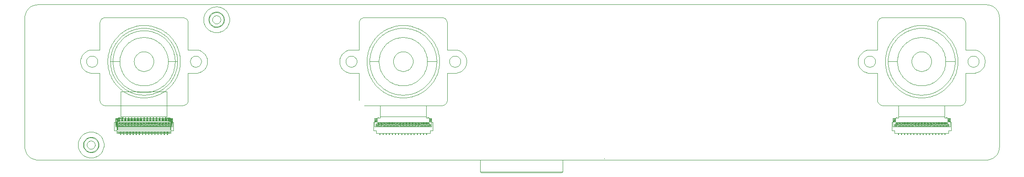
<source format=gm1>
G04*
G04 #@! TF.GenerationSoftware,Altium Limited,Altium Designer,23.1.1 (15)*
G04*
G04 Layer_Color=10636874*
%FSLAX44Y44*%
%MOMM*%
G71*
G04*
G04 #@! TF.SameCoordinates,03DFEA06-7725-4F31-8274-88B02C87C088*
G04*
G04*
G04 #@! TF.FilePolarity,Positive*
G04*
G01*
G75*
%ADD14C,0.1000*%
%ADD257C,0.0127*%
D14*
X1709037Y119109D02*
X1711650Y119246D01*
X1714234Y119655D01*
X1716762Y120332D01*
X1719205Y121270D01*
X1721537Y122458D01*
X1723731Y123883D01*
X1725765Y125530D01*
X1727615Y127380D01*
X1729262Y129414D01*
X1730687Y131609D01*
X1731875Y133940D01*
X1732813Y136383D01*
X1733490Y138911D01*
X1733900Y141495D01*
X1734037Y144109D01*
X-120963Y419109D02*
X-123576Y418972D01*
X-126161Y418562D01*
X-128689Y417885D01*
X-131132Y416947D01*
X-133463Y415759D01*
X-135658Y414334D01*
X-137691Y412687D01*
X-139542Y410837D01*
X-141189Y408803D01*
X-142614Y406609D01*
X-143802Y404277D01*
X-144740Y401834D01*
X-145417Y399306D01*
X-145826Y396722D01*
X-145963Y394109D01*
Y144109D02*
X-145826Y141495D01*
X-145417Y138911D01*
X-144740Y136383D01*
X-143802Y133940D01*
X-142614Y131609D01*
X-141189Y129414D01*
X-139542Y127380D01*
X-137691Y125530D01*
X-135658Y123883D01*
X-133463Y122458D01*
X-131132Y121270D01*
X-128689Y120332D01*
X-126161Y119655D01*
X-123576Y119246D01*
X-120963Y119109D01*
X1734037Y394109D02*
X1733900Y396722D01*
X1733490Y399306D01*
X1732813Y401834D01*
X1731875Y404277D01*
X1730687Y406609D01*
X1729262Y408803D01*
X1727615Y410837D01*
X1725765Y412687D01*
X1723731Y414334D01*
X1721537Y415759D01*
X1719205Y416947D01*
X1716762Y417885D01*
X1714234Y418562D01*
X1711650Y418972D01*
X1709037Y419109D01*
X-120963Y419109D02*
X1709037Y419109D01*
X-145963Y144109D02*
Y394109D01*
X-120963Y119108D02*
X1709037Y119109D01*
X1734037Y144109D02*
Y394109D01*
D257*
X139137Y197345D02*
X137445Y199142D01*
X135550Y197561D01*
X137937Y197345D02*
X136741Y197417D01*
X139128Y197518D02*
X139112Y197645D01*
X139133Y197457D02*
X139128Y197518D01*
X139136Y197399D02*
X139133Y197457D01*
X139137Y197345D02*
X139136Y197399D01*
X139112Y197645D02*
X137337Y199145D01*
Y197945D02*
X136741Y197417D01*
X31332Y197417D02*
X30137Y197345D01*
X32524Y197561D02*
X30628Y199142D01*
X28937Y197345D01*
X32524Y197561D02*
X30737Y199145D01*
Y197945D02*
X30137Y197345D01*
X639137Y197345D02*
X637445Y199142D01*
X635550Y197561D01*
X637937Y197345D02*
X636741Y197417D01*
X639128Y197518D02*
X639112Y197645D01*
X639133Y197457D02*
X639128Y197518D01*
X639136Y197399D02*
X639133Y197457D01*
X639137Y197345D02*
X639136Y197399D01*
X639112Y197645D02*
X637337Y199145D01*
Y197945D02*
X636741Y197417D01*
X531332Y197417D02*
X530137Y197345D01*
X532524Y197561D02*
X530629Y199142D01*
X528937Y197345D01*
X532524Y197561D02*
X530737Y199145D01*
Y197945D02*
X530137Y197345D01*
X1639137Y197345D02*
X1637445Y199142D01*
X1635550Y197561D01*
X1637937Y197345D02*
X1636741Y197417D01*
X1639128Y197518D02*
X1639112Y197645D01*
X1639133Y197457D02*
X1639128Y197518D01*
X1639136Y197399D02*
X1639133Y197457D01*
X1639137Y197345D02*
X1639136Y197399D01*
X1639112Y197645D02*
X1637337Y199145D01*
Y197945D02*
X1636741Y197417D01*
X1531332Y197417D02*
X1530137Y197345D01*
X1532524Y197561D02*
X1530629Y199142D01*
X1528937Y197345D01*
X1532524Y197561D02*
X1530737Y199145D01*
Y197945D02*
X1530137Y197345D01*
X154037Y309109D02*
X153991Y311636D01*
X153854Y314160D01*
X153626Y316677D01*
X153308Y319184D01*
X152899Y321679D01*
X152400Y324157D01*
X151812Y326615D01*
X151136Y329050D01*
X150372Y331460D01*
X149522Y333840D01*
X148587Y336188D01*
X147567Y338501D01*
X146465Y340775D01*
X145281Y343008D01*
X144017Y345197D01*
X142675Y347339D01*
X141256Y349431D01*
X139763Y351471D01*
X138198Y353455D01*
X136561Y355382D01*
X134856Y357248D01*
X133085Y359051D01*
X131250Y360789D01*
X129354Y362460D01*
X127398Y364061D01*
X125386Y365591D01*
X123320Y367047D01*
X121202Y368427D01*
X119037Y369730D01*
X116825Y370955D01*
X114571Y372098D01*
X112277Y373159D01*
X109946Y374137D01*
X107582Y375030D01*
X105187Y375837D01*
X102764Y376557D01*
X100316Y377189D01*
X97848Y377733D01*
X95361Y378186D01*
X92860Y378550D01*
X90347Y378824D01*
X87826Y379006D01*
X85301Y379097D01*
X82773D01*
X80247Y379006D01*
X77726Y378824D01*
X75213Y378550D01*
X72712Y378186D01*
X70226Y377733D01*
X67757Y377189D01*
X65310Y376557D01*
X62887Y375837D01*
X60492Y375030D01*
X58127Y374137D01*
X55796Y373159D01*
X53502Y372098D01*
X51248Y370955D01*
X49037Y369730D01*
X46871Y368427D01*
X44754Y367047D01*
X42688Y365591D01*
X40676Y364061D01*
X38720Y362460D01*
X36823Y360789D01*
X34988Y359051D01*
X33217Y357248D01*
X31512Y355382D01*
X29876Y353455D01*
X28310Y351471D01*
X26817Y349431D01*
X25399Y347339D01*
X24057Y345197D01*
X22793Y343008D01*
X21609Y340775D01*
X20506Y338501D01*
X19487Y336188D01*
X18551Y333840D01*
X17701Y331460D01*
X16937Y329050D01*
X16261Y326615D01*
X15673Y324157D01*
X15175Y321679D01*
X14766Y319184D01*
X14447Y316677D01*
X14219Y314160D01*
X14082Y311636D01*
X14037Y309109D01*
X14082Y306581D01*
X14219Y304058D01*
X14447Y301540D01*
X14766Y299033D01*
X15175Y296539D01*
X15673Y294061D01*
X16261Y291602D01*
X16937Y289167D01*
X17701Y286758D01*
X18551Y284377D01*
X19487Y282029D01*
X20506Y279716D01*
X21609Y277442D01*
X22793Y275209D01*
X24057Y273020D01*
X25399Y270878D01*
X26817Y268786D01*
X28310Y266746D01*
X29876Y264762D01*
X31512Y262836D01*
X33217Y260970D01*
X34988Y259166D01*
X36823Y257428D01*
X38720Y255757D01*
X40676Y254156D01*
X42688Y252626D01*
X44754Y251170D01*
X46871Y249790D01*
X49037Y248487D01*
X51248Y247263D01*
X53502Y246119D01*
X55796Y245058D01*
X58127Y244080D01*
X60492Y243187D01*
X62887Y242380D01*
X65310Y241660D01*
X67757Y241028D01*
X70226Y240485D01*
X72712Y240031D01*
X75213Y239667D01*
X77726Y239394D01*
X80247Y239211D01*
X82773Y239120D01*
X85301D01*
X87827Y239211D01*
X90348Y239394D01*
X92860Y239667D01*
X95362Y240031D01*
X97848Y240485D01*
X100317Y241028D01*
X102764Y241660D01*
X105187Y242380D01*
X107582Y243187D01*
X109947Y244080D01*
X112277Y245058D01*
X114571Y246119D01*
X116826Y247263D01*
X119037Y248487D01*
X121203Y249790D01*
X123320Y251171D01*
X125386Y252626D01*
X127398Y254156D01*
X129354Y255758D01*
X131251Y257428D01*
X133086Y259167D01*
X134857Y260970D01*
X136561Y262836D01*
X138198Y264762D01*
X139763Y266747D01*
X141257Y268786D01*
X142675Y270878D01*
X144017Y273020D01*
X145281Y275209D01*
X146465Y277442D01*
X147567Y279717D01*
X148587Y282029D01*
X149522Y284378D01*
X150373Y286758D01*
X151136Y289167D01*
X151812Y291603D01*
X152400Y294061D01*
X152899Y296539D01*
X153308Y299033D01*
X153626Y301541D01*
X153854Y304058D01*
X153991Y306582D01*
X154037Y309109D01*
X19432D02*
X19482Y306572D01*
X19632Y304040D01*
X19880Y301515D01*
X20228Y299002D01*
X20674Y296505D01*
X21217Y294027D01*
X21858Y291572D01*
X22594Y289145D01*
X23426Y286748D01*
X24350Y284386D01*
X25367Y282061D01*
X26474Y279779D01*
X27670Y277542D01*
X28953Y275353D01*
X30320Y273216D01*
X31771Y271135D01*
X33302Y269112D01*
X34911Y267152D01*
X36596Y265255D01*
X38355Y263426D01*
X40183Y261668D01*
X42080Y259983D01*
X44041Y258374D01*
X46063Y256843D01*
X48144Y255392D01*
X50281Y254024D01*
X52470Y252742D01*
X54707Y251546D01*
X56989Y250439D01*
X59314Y249422D01*
X61676Y248497D01*
X64073Y247666D01*
X66501Y246930D01*
X68955Y246289D01*
X71433Y245746D01*
X73930Y245300D01*
X76443Y244952D01*
X78968Y244703D01*
X81500Y244554D01*
X84037Y244504D01*
X86573Y244554D01*
X89106Y244703D01*
X91630Y244952D01*
X94143Y245300D01*
X96640Y245746D01*
X99118Y246289D01*
X101573Y246930D01*
X104001Y247666D01*
X106397Y248497D01*
X108760Y249422D01*
X111084Y250439D01*
X113366Y251546D01*
X115604Y252742D01*
X117792Y254024D01*
X119929Y255392D01*
X122010Y256843D01*
X124033Y258374D01*
X125994Y259983D01*
X127890Y261668D01*
X129719Y263426D01*
X131477Y265255D01*
X133162Y267152D01*
X134772Y269112D01*
X136303Y271135D01*
X137753Y273216D01*
X139121Y275353D01*
X140404Y277542D01*
X141600Y279779D01*
X142707Y282061D01*
X143723Y284386D01*
X144648Y286748D01*
X145479Y289145D01*
X146216Y291572D01*
X146856Y294027D01*
X147400Y296505D01*
X147846Y299002D01*
X148193Y301515D01*
X148442Y304040D01*
X148591Y306572D01*
X148641Y309109D01*
X148591Y311645D01*
X148442Y314177D01*
X148193Y316702D01*
X147846Y319215D01*
X147400Y321712D01*
X146856Y324190D01*
X146216Y326645D01*
X145479Y329072D01*
X144648Y331469D01*
X143723Y333832D01*
X142707Y336156D01*
X141600Y338438D01*
X140404Y340676D01*
X139121Y342864D01*
X137753Y345001D01*
X136303Y347082D01*
X134772Y349105D01*
X133162Y351066D01*
X131477Y352962D01*
X129719Y354791D01*
X127890Y356549D01*
X125994Y358234D01*
X124033Y359843D01*
X122010Y361375D01*
X119929Y362825D01*
X117792Y364193D01*
X115604Y365476D01*
X113366Y366671D01*
X111084Y367779D01*
X108760Y368795D01*
X106397Y369720D01*
X104001Y370551D01*
X101573Y371287D01*
X99118Y371928D01*
X96640Y372472D01*
X94143Y372918D01*
X91630Y373265D01*
X89106Y373514D01*
X86573Y373663D01*
X84037Y373713D01*
X81500Y373663D01*
X78968Y373514D01*
X76443Y373265D01*
X73930Y372918D01*
X71433Y372472D01*
X68955Y371928D01*
X66501Y371287D01*
X64073Y370551D01*
X61676Y369720D01*
X59314Y368795D01*
X56989Y367779D01*
X54707Y366671D01*
X52470Y365476D01*
X50281Y364193D01*
X48144Y362825D01*
X46063Y361375D01*
X44041Y359843D01*
X42080Y358234D01*
X40183Y356549D01*
X38355Y354791D01*
X36596Y352962D01*
X34911Y351066D01*
X33302Y349105D01*
X31771Y347082D01*
X30320Y345001D01*
X28953Y342864D01*
X27670Y340676D01*
X26474Y338438D01*
X25367Y336156D01*
X24350Y333832D01*
X23426Y331469D01*
X22594Y329072D01*
X21858Y326645D01*
X21217Y324190D01*
X20674Y321712D01*
X20228Y319215D01*
X19880Y316702D01*
X19632Y314177D01*
X19482Y311645D01*
X19432Y309109D01*
X37432D02*
X37501Y306586D01*
X37706Y304070D01*
X38046Y301569D01*
X38522Y299090D01*
X39131Y296641D01*
X39872Y294228D01*
X40742Y291859D01*
X41740Y289540D01*
X42861Y287279D01*
X44103Y285082D01*
X45463Y282955D01*
X46935Y280905D01*
X48517Y278938D01*
X50202Y277059D01*
X51987Y275274D01*
X53866Y273589D01*
X55833Y272007D01*
X57883Y270535D01*
X60010Y269175D01*
X62207Y267933D01*
X64468Y266812D01*
X66787Y265814D01*
X69156Y264944D01*
X71569Y264203D01*
X74018Y263594D01*
X76497Y263118D01*
X78998Y262778D01*
X81514Y262573D01*
X84037Y262504D01*
X86560Y262573D01*
X89076Y262778D01*
X91577Y263118D01*
X94056Y263594D01*
X96505Y264203D01*
X98918Y264944D01*
X101287Y265814D01*
X103606Y266812D01*
X105867Y267933D01*
X108064Y269175D01*
X110191Y270535D01*
X112241Y272007D01*
X114208Y273589D01*
X116087Y275274D01*
X117871Y277059D01*
X119557Y278938D01*
X121138Y280905D01*
X122611Y282955D01*
X123970Y285082D01*
X125212Y287279D01*
X126334Y289540D01*
X127331Y291859D01*
X128202Y294228D01*
X128942Y296641D01*
X129552Y299090D01*
X130027Y301569D01*
X130368Y304070D01*
X130573Y306586D01*
X130641Y309109D01*
X130573Y311632D01*
X130368Y314147D01*
X130027Y316648D01*
X129551Y319127D01*
X128942Y321577D01*
X128202Y323989D01*
X127331Y326359D01*
X126334Y328677D01*
X125212Y330938D01*
X123970Y333136D01*
X122611Y335262D01*
X121138Y337312D01*
X119557Y339280D01*
X117871Y341158D01*
X116087Y342943D01*
X114208Y344629D01*
X112240Y346210D01*
X110190Y347682D01*
X108064Y349042D01*
X105867Y350284D01*
X103605Y351406D01*
X101287Y352403D01*
X98918Y353273D01*
X96505Y354014D01*
X94055Y354623D01*
X91576Y355099D01*
X89076Y355440D01*
X86560Y355645D01*
X84037Y355713D01*
X81514Y355645D01*
X78998Y355440D01*
X76497Y355099D01*
X74018Y354623D01*
X71569Y354014D01*
X69156Y353273D01*
X66787Y352403D01*
X64468Y351406D01*
X62207Y350284D01*
X60010Y349042D01*
X57883Y347682D01*
X55833Y346210D01*
X53866Y344629D01*
X51987Y342943D01*
X50202Y341158D01*
X48517Y339280D01*
X46935Y337312D01*
X45463Y335262D01*
X44103Y333136D01*
X42861Y330938D01*
X41740Y328677D01*
X40742Y326359D01*
X39872Y323989D01*
X39131Y321577D01*
X38522Y319127D01*
X38046Y316648D01*
X37706Y314147D01*
X37501Y311632D01*
X37432Y309109D01*
X102994D02*
X102817Y311690D01*
X102291Y314223D01*
X101424Y316661D01*
X100234Y318958D01*
X98742Y321072D01*
X96976Y322963D01*
X94969Y324596D01*
X92758Y325940D01*
X90385Y326971D01*
X87894Y327669D01*
X85330Y328021D01*
X82743D01*
X80180Y327669D01*
X77688Y326971D01*
X75315Y325940D01*
X73105Y324596D01*
X71098Y322963D01*
X69332Y321072D01*
X67840Y318958D01*
X66649Y316661D01*
X65783Y314223D01*
X65257Y311690D01*
X65080Y309109D01*
X65257Y306527D01*
X65783Y303994D01*
X66649Y301556D01*
X67840Y299259D01*
X69332Y297145D01*
X71098Y295254D01*
X73105Y293622D01*
X75315Y292277D01*
X77688Y291246D01*
X80180Y290548D01*
X82743Y290196D01*
X85330D01*
X87894Y290548D01*
X90385Y291246D01*
X92758Y292277D01*
X94969Y293621D01*
X96976Y295254D01*
X98742Y297145D01*
X100234Y299259D01*
X101424Y301556D01*
X102291Y303994D01*
X102817Y306527D01*
X102994Y309109D01*
X169037Y384109D02*
X168696Y386697D01*
X167697Y389109D01*
X166108Y391180D01*
X164037Y392769D01*
X161625Y393768D01*
X159037Y394109D01*
X206537Y309109D02*
X206395Y311628D01*
X205973Y314115D01*
X205274Y316540D01*
X204309Y318871D01*
X203088Y321079D01*
X201628Y323137D01*
X199947Y325019D01*
X198065Y326700D01*
X196007Y328160D01*
X193799Y329380D01*
X191468Y330346D01*
X189044Y331045D01*
X186556Y331467D01*
X184037Y331609D01*
Y286609D02*
X186556Y286750D01*
X189044Y287173D01*
X191468Y287871D01*
X193799Y288837D01*
X196007Y290057D01*
X198065Y291517D01*
X199947Y293199D01*
X201628Y295080D01*
X203088Y297138D01*
X204309Y299346D01*
X205274Y301677D01*
X205973Y304102D01*
X206395Y306589D01*
X206537Y309109D01*
X159037Y224109D02*
X161625Y224449D01*
X164037Y225448D01*
X166108Y227038D01*
X167697Y229109D01*
X168696Y231520D01*
X169037Y234109D01*
X-963D02*
X-622Y231520D01*
X377Y229109D01*
X1966Y227038D01*
X4037Y225448D01*
X6449Y224449D01*
X9037Y224109D01*
X-15963Y331609D02*
X-18482Y331467D01*
X-20970Y331045D01*
X-23394Y330346D01*
X-25726Y329380D01*
X-27934Y328160D01*
X-29992Y326700D01*
X-31873Y325019D01*
X-33554Y323137D01*
X-35015Y321079D01*
X-36235Y318871D01*
X-37201Y316540D01*
X-37899Y314115D01*
X-38322Y311628D01*
X-38463Y309109D01*
X-38322Y306589D01*
X-37899Y304102D01*
X-37201Y301677D01*
X-36235Y299346D01*
X-35015Y297138D01*
X-33554Y295080D01*
X-31873Y293199D01*
X-29992Y291517D01*
X-27934Y290057D01*
X-25726Y288837D01*
X-23394Y287871D01*
X-20970Y287173D01*
X-18482Y286750D01*
X-15963Y286609D01*
X9037Y394109D02*
X6449Y393768D01*
X4037Y392769D01*
X1966Y391180D01*
X377Y389109D01*
X-622Y386697D01*
X-963Y384109D01*
X173284Y309109D02*
X173597Y306535D01*
X174516Y304112D01*
X175989Y301978D01*
X177929Y300260D01*
X180224Y299055D01*
X182741Y298435D01*
X185333Y298435D01*
X187850Y299055D01*
X190145Y300260D01*
X192085Y301978D01*
X193557Y304112D01*
X194477Y306535D01*
X194789Y309109D01*
X194477Y311682D01*
X193557Y314105D01*
X192085Y316239D01*
X190145Y317958D01*
X187850Y319162D01*
X185333Y319783D01*
X182741D01*
X180224Y319162D01*
X177929Y317958D01*
X175989Y316239D01*
X174516Y314105D01*
X173597Y311682D01*
X173284Y309109D01*
X-26716D02*
X-26403Y306535D01*
X-25484Y304112D01*
X-24011Y301978D01*
X-22071Y300260D01*
X-19776Y299055D01*
X-17259Y298435D01*
X-14667Y298435D01*
X-12150Y299055D01*
X-9855Y300260D01*
X-7915Y301978D01*
X-6442Y304112D01*
X-5523Y306535D01*
X-5211Y309109D01*
X-5523Y311682D01*
X-6443Y314105D01*
X-7915Y316239D01*
X-9855Y317958D01*
X-12150Y319162D01*
X-14667Y319783D01*
X-17259D01*
X-19776Y319162D01*
X-22071Y317958D01*
X-24011Y316239D01*
X-25484Y314105D01*
X-26403Y311682D01*
X-26716Y309109D01*
X1654037D02*
X1653991Y311636D01*
X1653854Y314160D01*
X1653626Y316677D01*
X1653308Y319184D01*
X1652899Y321679D01*
X1652400Y324157D01*
X1651812Y326615D01*
X1651136Y329050D01*
X1650372Y331460D01*
X1649522Y333840D01*
X1648587Y336188D01*
X1647567Y338501D01*
X1646465Y340775D01*
X1645281Y343008D01*
X1644017Y345197D01*
X1642675Y347339D01*
X1641256Y349431D01*
X1639763Y351471D01*
X1638198Y353455D01*
X1636561Y355382D01*
X1634856Y357248D01*
X1633085Y359051D01*
X1631250Y360789D01*
X1629354Y362460D01*
X1627398Y364061D01*
X1625386Y365591D01*
X1623320Y367047D01*
X1621203Y368427D01*
X1619037Y369730D01*
X1616825Y370955D01*
X1614571Y372098D01*
X1612277Y373159D01*
X1609946Y374137D01*
X1607582Y375030D01*
X1605187Y375837D01*
X1602764Y376557D01*
X1600316Y377189D01*
X1597848Y377733D01*
X1595361Y378186D01*
X1592860Y378550D01*
X1590347Y378824D01*
X1587827Y379006D01*
X1585301Y379097D01*
X1582773D01*
X1580247Y379006D01*
X1577726Y378824D01*
X1575213Y378550D01*
X1572712Y378186D01*
X1570226Y377733D01*
X1567757Y377189D01*
X1565310Y376557D01*
X1562887Y375837D01*
X1560492Y375030D01*
X1558127Y374137D01*
X1555796Y373159D01*
X1553502Y372098D01*
X1551248Y370955D01*
X1549037Y369730D01*
X1546871Y368427D01*
X1544754Y367047D01*
X1542688Y365591D01*
X1540676Y364061D01*
X1538720Y362460D01*
X1536823Y360789D01*
X1534988Y359051D01*
X1533217Y357248D01*
X1531512Y355382D01*
X1529876Y353455D01*
X1528310Y351471D01*
X1526817Y349431D01*
X1525399Y347339D01*
X1524057Y345197D01*
X1522793Y343008D01*
X1521609Y340775D01*
X1520506Y338501D01*
X1519487Y336188D01*
X1518551Y333840D01*
X1517701Y331460D01*
X1516937Y329050D01*
X1516261Y326615D01*
X1515673Y324157D01*
X1515175Y321679D01*
X1514766Y319184D01*
X1514447Y316677D01*
X1514219Y314160D01*
X1514082Y311636D01*
X1514037Y309109D01*
X1514082Y306581D01*
X1514219Y304058D01*
X1514447Y301540D01*
X1514766Y299033D01*
X1515175Y296539D01*
X1515673Y294061D01*
X1516261Y291602D01*
X1516937Y289167D01*
X1517701Y286758D01*
X1518551Y284377D01*
X1519487Y282029D01*
X1520506Y279716D01*
X1521609Y277442D01*
X1522793Y275209D01*
X1524057Y273020D01*
X1525399Y270878D01*
X1526817Y268786D01*
X1528310Y266746D01*
X1529876Y264762D01*
X1531512Y262836D01*
X1533217Y260970D01*
X1534988Y259166D01*
X1536823Y257428D01*
X1538720Y255757D01*
X1540676Y254156D01*
X1542688Y252626D01*
X1544754Y251170D01*
X1546871Y249790D01*
X1549037Y248487D01*
X1551248Y247263D01*
X1553503Y246119D01*
X1555797Y245058D01*
X1558127Y244080D01*
X1560492Y243187D01*
X1562887Y242380D01*
X1565310Y241660D01*
X1567757Y241028D01*
X1570226Y240485D01*
X1572712Y240031D01*
X1575213Y239667D01*
X1577726Y239394D01*
X1580247Y239211D01*
X1582773Y239120D01*
X1585301D01*
X1587827Y239211D01*
X1590348Y239394D01*
X1592861Y239667D01*
X1595362Y240031D01*
X1597848Y240485D01*
X1600317Y241028D01*
X1602764Y241660D01*
X1605187Y242380D01*
X1607582Y243187D01*
X1609947Y244080D01*
X1612278Y245058D01*
X1614571Y246119D01*
X1616826Y247263D01*
X1619037Y248487D01*
X1621203Y249790D01*
X1623320Y251171D01*
X1625386Y252626D01*
X1627398Y254156D01*
X1629354Y255758D01*
X1631251Y257428D01*
X1633086Y259167D01*
X1634857Y260970D01*
X1636561Y262836D01*
X1638198Y264762D01*
X1639763Y266747D01*
X1641257Y268786D01*
X1642675Y270878D01*
X1644017Y273020D01*
X1645281Y275209D01*
X1646465Y277442D01*
X1647567Y279717D01*
X1648587Y282029D01*
X1649523Y284378D01*
X1650373Y286758D01*
X1651136Y289167D01*
X1651812Y291603D01*
X1652400Y294061D01*
X1652899Y296539D01*
X1653308Y299033D01*
X1653627Y301541D01*
X1653854Y304058D01*
X1653991Y306582D01*
X1654037Y309109D01*
X1519432D02*
X1519482Y306572D01*
X1519632Y304040D01*
X1519880Y301515D01*
X1520228Y299002D01*
X1520674Y296505D01*
X1521217Y294027D01*
X1521858Y291572D01*
X1522594Y289145D01*
X1523425Y286748D01*
X1524350Y284386D01*
X1525367Y282061D01*
X1526474Y279779D01*
X1527670Y277542D01*
X1528952Y275353D01*
X1530320Y273216D01*
X1531771Y271135D01*
X1533302Y269112D01*
X1534911Y267152D01*
X1536596Y265255D01*
X1538355Y263426D01*
X1540183Y261668D01*
X1542080Y259983D01*
X1544041Y258374D01*
X1546063Y256843D01*
X1548145Y255392D01*
X1550281Y254024D01*
X1552470Y252742D01*
X1554707Y251546D01*
X1556989Y250439D01*
X1559314Y249422D01*
X1561676Y248497D01*
X1564073Y247666D01*
X1566501Y246930D01*
X1568955Y246289D01*
X1571433Y245746D01*
X1573930Y245300D01*
X1576443Y244952D01*
X1578968Y244703D01*
X1581500Y244554D01*
X1584037Y244504D01*
X1586573Y244554D01*
X1589106Y244703D01*
X1591630Y244952D01*
X1594143Y245300D01*
X1596640Y245746D01*
X1599118Y246289D01*
X1601573Y246930D01*
X1604001Y247666D01*
X1606397Y248497D01*
X1608760Y249422D01*
X1611084Y250439D01*
X1613367Y251546D01*
X1615604Y252742D01*
X1617792Y254024D01*
X1619929Y255392D01*
X1622010Y256843D01*
X1624033Y258374D01*
X1625994Y259983D01*
X1627890Y261668D01*
X1629719Y263426D01*
X1631477Y265255D01*
X1633162Y267152D01*
X1634772Y269112D01*
X1636303Y271135D01*
X1637753Y273216D01*
X1639121Y275353D01*
X1640404Y277542D01*
X1641600Y279779D01*
X1642707Y282061D01*
X1643723Y284386D01*
X1644648Y286748D01*
X1645479Y289145D01*
X1646216Y291572D01*
X1646856Y294027D01*
X1647400Y296505D01*
X1647846Y299002D01*
X1648193Y301515D01*
X1648442Y304040D01*
X1648591Y306572D01*
X1648641Y309109D01*
X1648591Y311645D01*
X1648442Y314177D01*
X1648193Y316702D01*
X1647846Y319215D01*
X1647400Y321712D01*
X1646856Y324190D01*
X1646216Y326645D01*
X1645479Y329072D01*
X1644648Y331469D01*
X1643723Y333832D01*
X1642707Y336156D01*
X1641600Y338438D01*
X1640404Y340676D01*
X1639121Y342864D01*
X1637753Y345001D01*
X1636303Y347082D01*
X1634772Y349105D01*
X1633162Y351066D01*
X1631477Y352962D01*
X1629719Y354791D01*
X1627890Y356549D01*
X1625994Y358234D01*
X1624033Y359843D01*
X1622010Y361375D01*
X1619929Y362825D01*
X1617792Y364193D01*
X1615604Y365476D01*
X1613367Y366671D01*
X1611084Y367779D01*
X1608760Y368795D01*
X1606397Y369720D01*
X1604001Y370551D01*
X1601573Y371287D01*
X1599118Y371928D01*
X1596640Y372472D01*
X1594143Y372918D01*
X1591630Y373265D01*
X1589106Y373514D01*
X1586573Y373663D01*
X1584037Y373713D01*
X1581500Y373663D01*
X1578968Y373514D01*
X1576443Y373265D01*
X1573930Y372918D01*
X1571433Y372472D01*
X1568955Y371928D01*
X1566501Y371287D01*
X1564073Y370551D01*
X1561676Y369720D01*
X1559314Y368795D01*
X1556989Y367779D01*
X1554707Y366671D01*
X1552470Y365476D01*
X1550281Y364193D01*
X1548145Y362825D01*
X1546063Y361375D01*
X1544041Y359843D01*
X1542080Y358234D01*
X1540183Y356549D01*
X1538355Y354791D01*
X1536596Y352962D01*
X1534911Y351066D01*
X1533302Y349105D01*
X1531771Y347082D01*
X1530320Y345001D01*
X1528952Y342864D01*
X1527670Y340676D01*
X1526474Y338438D01*
X1525367Y336156D01*
X1524350Y333832D01*
X1523425Y331469D01*
X1522594Y329072D01*
X1521858Y326645D01*
X1521217Y324190D01*
X1520674Y321712D01*
X1520228Y319215D01*
X1519880Y316702D01*
X1519632Y314177D01*
X1519482Y311645D01*
X1519432Y309109D01*
X1537432D02*
X1537501Y306586D01*
X1537706Y304070D01*
X1538046Y301569D01*
X1538522Y299090D01*
X1539131Y296641D01*
X1539872Y294228D01*
X1540742Y291859D01*
X1541740Y289540D01*
X1542861Y287279D01*
X1544104Y285082D01*
X1545463Y282955D01*
X1546935Y280905D01*
X1548517Y278938D01*
X1550202Y277059D01*
X1551987Y275274D01*
X1553866Y273589D01*
X1555833Y272007D01*
X1557883Y270535D01*
X1560010Y269175D01*
X1562207Y267933D01*
X1564468Y266812D01*
X1566787Y265814D01*
X1569156Y264944D01*
X1571569Y264203D01*
X1574018Y263594D01*
X1576497Y263118D01*
X1578998Y262778D01*
X1581514Y262573D01*
X1584037Y262504D01*
X1586560Y262573D01*
X1589076Y262778D01*
X1591577Y263118D01*
X1594055Y263594D01*
X1596505Y264203D01*
X1598918Y264944D01*
X1601287Y265814D01*
X1603606Y266812D01*
X1605867Y267933D01*
X1608064Y269175D01*
X1610191Y270535D01*
X1612241Y272007D01*
X1614208Y273589D01*
X1616087Y275274D01*
X1617871Y277059D01*
X1619557Y278938D01*
X1621138Y280905D01*
X1622611Y282955D01*
X1623970Y285082D01*
X1625212Y287279D01*
X1626334Y289540D01*
X1627331Y291859D01*
X1628202Y294228D01*
X1628942Y296641D01*
X1629552Y299090D01*
X1630027Y301569D01*
X1630368Y304070D01*
X1630573Y306586D01*
X1630641Y309109D01*
X1630573Y311632D01*
X1630368Y314147D01*
X1630027Y316648D01*
X1629552Y319127D01*
X1628942Y321577D01*
X1628201Y323989D01*
X1627331Y326359D01*
X1626334Y328677D01*
X1625212Y330938D01*
X1623970Y333136D01*
X1622611Y335262D01*
X1621138Y337312D01*
X1619557Y339280D01*
X1617871Y341158D01*
X1616086Y342943D01*
X1614208Y344629D01*
X1612240Y346210D01*
X1610190Y347682D01*
X1608064Y349042D01*
X1605867Y350284D01*
X1603605Y351406D01*
X1601287Y352403D01*
X1598918Y353273D01*
X1596505Y354014D01*
X1594055Y354623D01*
X1591577Y355099D01*
X1589076Y355440D01*
X1586560Y355645D01*
X1584037Y355713D01*
X1581514Y355645D01*
X1578998Y355440D01*
X1576497Y355099D01*
X1574018Y354623D01*
X1571569Y354014D01*
X1569156Y353273D01*
X1566787Y352403D01*
X1564468Y351406D01*
X1562207Y350284D01*
X1560010Y349042D01*
X1557883Y347682D01*
X1555833Y346210D01*
X1553866Y344629D01*
X1551987Y342943D01*
X1550202Y341158D01*
X1548517Y339280D01*
X1546935Y337312D01*
X1545463Y335262D01*
X1544104Y333136D01*
X1542861Y330938D01*
X1541740Y328677D01*
X1540742Y326359D01*
X1539872Y323989D01*
X1539131Y321577D01*
X1538522Y319127D01*
X1538046Y316648D01*
X1537706Y314147D01*
X1537501Y311632D01*
X1537432Y309109D01*
X1602994D02*
X1602817Y311690D01*
X1602291Y314223D01*
X1601424Y316661D01*
X1600234Y318958D01*
X1598742Y321072D01*
X1596976Y322963D01*
X1594969Y324596D01*
X1592758Y325940D01*
X1590385Y326971D01*
X1587894Y327669D01*
X1585330Y328021D01*
X1582743D01*
X1580180Y327669D01*
X1577688Y326971D01*
X1575315Y325940D01*
X1573105Y324596D01*
X1571098Y322963D01*
X1569332Y321072D01*
X1567840Y318958D01*
X1566649Y316661D01*
X1565783Y314223D01*
X1565257Y311690D01*
X1565080Y309109D01*
X1565257Y306527D01*
X1565783Y303994D01*
X1566649Y301556D01*
X1567840Y299259D01*
X1569332Y297145D01*
X1571098Y295254D01*
X1573105Y293622D01*
X1575315Y292277D01*
X1577688Y291246D01*
X1580180Y290548D01*
X1582743Y290196D01*
X1585330D01*
X1587894Y290548D01*
X1590385Y291246D01*
X1592758Y292277D01*
X1594969Y293621D01*
X1596976Y295254D01*
X1598742Y297145D01*
X1600234Y299259D01*
X1601424Y301556D01*
X1602291Y303994D01*
X1602817Y306527D01*
X1602994Y309109D01*
X1669037Y384109D02*
X1668696Y386697D01*
X1667697Y389109D01*
X1666108Y391180D01*
X1664037Y392769D01*
X1661625Y393768D01*
X1659037Y394109D01*
X1706537Y309109D02*
X1706395Y311628D01*
X1705973Y314115D01*
X1705274Y316540D01*
X1704309Y318871D01*
X1703088Y321079D01*
X1701628Y323137D01*
X1699947Y325019D01*
X1698065Y326700D01*
X1696008Y328160D01*
X1693799Y329380D01*
X1691468Y330346D01*
X1689043Y331045D01*
X1686556Y331467D01*
X1684037Y331609D01*
Y286609D02*
X1686556Y286750D01*
X1689043Y287173D01*
X1691468Y287871D01*
X1693799Y288837D01*
X1696008Y290057D01*
X1698065Y291517D01*
X1699947Y293199D01*
X1701628Y295080D01*
X1703088Y297138D01*
X1704309Y299346D01*
X1705274Y301677D01*
X1705973Y304102D01*
X1706395Y306589D01*
X1706537Y309109D01*
X1659037Y224109D02*
X1661625Y224449D01*
X1664037Y225448D01*
X1666108Y227038D01*
X1667697Y229109D01*
X1668696Y231520D01*
X1669037Y234109D01*
X1499037D02*
X1499377Y231520D01*
X1500376Y229109D01*
X1501966Y227038D01*
X1504037Y225448D01*
X1506449Y224449D01*
X1509037Y224109D01*
X1484037Y331609D02*
X1481518Y331467D01*
X1479030Y331045D01*
X1476606Y330346D01*
X1474274Y329380D01*
X1472066Y328160D01*
X1470008Y326700D01*
X1468127Y325019D01*
X1466445Y323137D01*
X1464986Y321079D01*
X1463765Y318871D01*
X1462799Y316540D01*
X1462101Y314115D01*
X1461678Y311628D01*
X1461537Y309109D01*
X1461678Y306589D01*
X1462101Y304102D01*
X1462799Y301677D01*
X1463765Y299346D01*
X1464986Y297138D01*
X1466446Y295080D01*
X1468127Y293199D01*
X1470008Y291517D01*
X1472066Y290057D01*
X1474274Y288837D01*
X1476606Y287871D01*
X1479030Y287173D01*
X1481518Y286750D01*
X1484037Y286609D01*
X1509037Y394109D02*
X1506449Y393768D01*
X1504037Y392769D01*
X1501966Y391180D01*
X1500376Y389109D01*
X1499377Y386697D01*
X1499037Y384109D01*
X1673284Y309109D02*
X1673597Y306535D01*
X1674516Y304112D01*
X1675988Y301978D01*
X1677929Y300260D01*
X1680224Y299055D01*
X1682741Y298435D01*
X1685333Y298435D01*
X1687850Y299055D01*
X1690145Y300260D01*
X1692085Y301978D01*
X1693557Y304112D01*
X1694477Y306535D01*
X1694789Y309109D01*
X1694477Y311682D01*
X1693557Y314105D01*
X1692085Y316239D01*
X1690145Y317958D01*
X1687850Y319162D01*
X1685333Y319783D01*
X1682741D01*
X1680224Y319162D01*
X1677929Y317958D01*
X1675988Y316239D01*
X1674516Y314105D01*
X1673597Y311682D01*
X1673284Y309109D01*
X1473284D02*
X1473597Y306535D01*
X1474516Y304112D01*
X1475988Y301978D01*
X1477929Y300260D01*
X1480224Y299055D01*
X1482741Y298435D01*
X1485333Y298435D01*
X1487850Y299055D01*
X1490145Y300260D01*
X1492085Y301978D01*
X1493557Y304112D01*
X1494477Y306535D01*
X1494789Y309109D01*
X1494477Y311682D01*
X1493557Y314105D01*
X1492085Y316239D01*
X1490145Y317958D01*
X1487850Y319162D01*
X1485333Y319783D01*
X1482741D01*
X1480224Y319162D01*
X1477929Y317958D01*
X1475988Y316239D01*
X1474516Y314105D01*
X1473597Y311682D01*
X1473284Y309109D01*
X654037D02*
X653991Y311636D01*
X653854Y314160D01*
X653626Y316677D01*
X653308Y319184D01*
X652899Y321679D01*
X652400Y324157D01*
X651812Y326615D01*
X651136Y329050D01*
X650372Y331460D01*
X649522Y333840D01*
X648587Y336188D01*
X647567Y338501D01*
X646464Y340775D01*
X645281Y343008D01*
X644017Y345197D01*
X642675Y347339D01*
X641256Y349431D01*
X639763Y351471D01*
X638198Y353455D01*
X636561Y355382D01*
X634856Y357248D01*
X633085Y359051D01*
X631250Y360789D01*
X629354Y362460D01*
X627398Y364061D01*
X625386Y365591D01*
X623320Y367047D01*
X621203Y368427D01*
X619037Y369730D01*
X616825Y370955D01*
X614571Y372098D01*
X612277Y373159D01*
X609946Y374137D01*
X607582Y375030D01*
X605187Y375837D01*
X602764Y376557D01*
X600317Y377189D01*
X597848Y377733D01*
X595362Y378186D01*
X592860Y378550D01*
X590348Y378824D01*
X587826Y379006D01*
X585301Y379097D01*
X582773D01*
X580247Y379006D01*
X577726Y378824D01*
X575213Y378550D01*
X572712Y378186D01*
X570226Y377733D01*
X567757Y377189D01*
X565310Y376557D01*
X562887Y375837D01*
X560492Y375030D01*
X558127Y374137D01*
X555796Y373159D01*
X553502Y372098D01*
X551248Y370955D01*
X549037Y369730D01*
X546871Y368427D01*
X544754Y367047D01*
X542688Y365591D01*
X540675Y364061D01*
X538720Y362460D01*
X536823Y360789D01*
X534988Y359051D01*
X533217Y357248D01*
X531512Y355382D01*
X529876Y353455D01*
X528310Y351471D01*
X526817Y349431D01*
X525399Y347339D01*
X524057Y345197D01*
X522793Y343008D01*
X521609Y340775D01*
X520507Y338501D01*
X519487Y336188D01*
X518551Y333840D01*
X517701Y331460D01*
X516937Y329050D01*
X516261Y326615D01*
X515673Y324157D01*
X515175Y321679D01*
X514766Y319184D01*
X514447Y316677D01*
X514219Y314160D01*
X514082Y311636D01*
X514037Y309109D01*
X519432D02*
X519482Y306572D01*
X519632Y304040D01*
X519880Y301515D01*
X520228Y299002D01*
X520674Y296505D01*
X521217Y294027D01*
X521858Y291572D01*
X522594Y289145D01*
X523425Y286748D01*
X524350Y284386D01*
X525367Y282061D01*
X526474Y279779D01*
X527670Y277542D01*
X528952Y275353D01*
X530320Y273216D01*
X531771Y271135D01*
X533302Y269112D01*
X534911Y267152D01*
X536596Y265255D01*
X538355Y263426D01*
X540183Y261668D01*
X542080Y259983D01*
X544041Y258374D01*
X546063Y256843D01*
X548144Y255392D01*
X550281Y254024D01*
X552470Y252742D01*
X554707Y251546D01*
X556990Y250439D01*
X559314Y249422D01*
X561676Y248497D01*
X564073Y247666D01*
X566501Y246930D01*
X568955Y246289D01*
X571433Y245746D01*
X573930Y245300D01*
X576443Y244952D01*
X578968Y244703D01*
X581500Y244554D01*
X584037Y244504D01*
X586573Y244554D01*
X589106Y244703D01*
X591630Y244952D01*
X594143Y245300D01*
X596640Y245746D01*
X599118Y246289D01*
X601573Y246930D01*
X604001Y247666D01*
X606397Y248497D01*
X608760Y249422D01*
X611084Y250439D01*
X613367Y251546D01*
X615604Y252742D01*
X617792Y254024D01*
X619929Y255392D01*
X622010Y256843D01*
X624033Y258374D01*
X625994Y259983D01*
X627890Y261668D01*
X629719Y263426D01*
X631477Y265255D01*
X633162Y267152D01*
X634772Y269112D01*
X636303Y271135D01*
X637753Y273216D01*
X639121Y275353D01*
X640404Y277542D01*
X641600Y279779D01*
X642707Y282061D01*
X643723Y284386D01*
X644648Y286748D01*
X645479Y289145D01*
X646216Y291572D01*
X646856Y294027D01*
X647400Y296505D01*
X647846Y299002D01*
X648193Y301515D01*
X648442Y304040D01*
X648591Y306572D01*
X648641Y309109D01*
X648591Y311645D01*
X648442Y314177D01*
X648193Y316702D01*
X647846Y319215D01*
X647400Y321712D01*
X646856Y324190D01*
X646216Y326645D01*
X645479Y329072D01*
X644648Y331469D01*
X643723Y333832D01*
X642707Y336156D01*
X641600Y338438D01*
X640404Y340676D01*
X639121Y342864D01*
X637753Y345001D01*
X636303Y347082D01*
X634772Y349105D01*
X633162Y351066D01*
X631477Y352962D01*
X629719Y354791D01*
X627890Y356549D01*
X625994Y358234D01*
X624033Y359843D01*
X622010Y361375D01*
X619929Y362825D01*
X617792Y364193D01*
X615604Y365476D01*
X613367Y366671D01*
X611084Y367779D01*
X608760Y368795D01*
X606397Y369720D01*
X604001Y370551D01*
X601573Y371287D01*
X599118Y371928D01*
X596640Y372472D01*
X594143Y372918D01*
X591630Y373265D01*
X589106Y373514D01*
X586573Y373663D01*
X584037Y373713D01*
X581500Y373663D01*
X578968Y373514D01*
X576443Y373265D01*
X573930Y372918D01*
X571433Y372472D01*
X568955Y371928D01*
X566501Y371287D01*
X564073Y370551D01*
X561676Y369720D01*
X559314Y368795D01*
X556990Y367779D01*
X554707Y366671D01*
X552470Y365476D01*
X550281Y364193D01*
X548144Y362825D01*
X546063Y361375D01*
X544041Y359843D01*
X542080Y358234D01*
X540183Y356549D01*
X538355Y354791D01*
X536596Y352962D01*
X534911Y351066D01*
X533302Y349105D01*
X531771Y347082D01*
X530320Y345001D01*
X528952Y342864D01*
X527670Y340676D01*
X526474Y338438D01*
X525367Y336156D01*
X524350Y333832D01*
X523425Y331469D01*
X522594Y329072D01*
X521858Y326645D01*
X521217Y324190D01*
X520674Y321712D01*
X520228Y319215D01*
X519880Y316702D01*
X519632Y314177D01*
X519482Y311645D01*
X519432Y309109D01*
X514037D02*
X514082Y306581D01*
X514219Y304058D01*
X514447Y301540D01*
X514766Y299033D01*
X515175Y296539D01*
X515673Y294061D01*
X516261Y291602D01*
X516937Y289167D01*
X517701Y286758D01*
X518551Y284377D01*
X519487Y282029D01*
X520507Y279716D01*
X521609Y277442D01*
X522793Y275209D01*
X524057Y273020D01*
X525399Y270878D01*
X526817Y268786D01*
X528310Y266746D01*
X529876Y264762D01*
X531512Y262836D01*
X533217Y260970D01*
X534988Y259166D01*
X536823Y257428D01*
X538720Y255757D01*
X540676Y254156D01*
X542688Y252626D01*
X544754Y251170D01*
X546871Y249790D01*
X549037Y248487D01*
X551248Y247263D01*
X553502Y246119D01*
X555796Y245058D01*
X558127Y244080D01*
X560492Y243187D01*
X562887Y242380D01*
X565310Y241660D01*
X567757Y241028D01*
X570226Y240485D01*
X572712Y240031D01*
X575214Y239667D01*
X577726Y239394D01*
X580247Y239211D01*
X582773Y239120D01*
X585301D01*
X587827Y239211D01*
X590348Y239394D01*
X592860Y239667D01*
X595362Y240031D01*
X597848Y240485D01*
X600317Y241028D01*
X602764Y241660D01*
X605187Y242380D01*
X607582Y243187D01*
X609947Y244080D01*
X612277Y245058D01*
X614571Y246119D01*
X616826Y247263D01*
X619037Y248487D01*
X621203Y249790D01*
X623320Y251171D01*
X625386Y252626D01*
X627398Y254156D01*
X629354Y255758D01*
X631251Y257428D01*
X633086Y259167D01*
X634857Y260970D01*
X636562Y262836D01*
X638198Y264762D01*
X639763Y266747D01*
X641256Y268786D01*
X642675Y270878D01*
X644017Y273020D01*
X645281Y275209D01*
X646465Y277442D01*
X647567Y279717D01*
X648587Y282029D01*
X649522Y284378D01*
X650373Y286758D01*
X651136Y289167D01*
X651813Y291603D01*
X652400Y294061D01*
X652899Y296539D01*
X653308Y299033D01*
X653626Y301541D01*
X653854Y304058D01*
X653991Y306582D01*
X654037Y309109D01*
X537432D02*
X537501Y306586D01*
X537706Y304070D01*
X538046Y301569D01*
X538522Y299090D01*
X539131Y296641D01*
X539872Y294228D01*
X540742Y291859D01*
X541740Y289540D01*
X542861Y287279D01*
X544104Y285082D01*
X545463Y282955D01*
X546935Y280905D01*
X548517Y278938D01*
X550202Y277059D01*
X551987Y275274D01*
X553866Y273589D01*
X555833Y272007D01*
X557883Y270535D01*
X560010Y269175D01*
X562207Y267933D01*
X564468Y266812D01*
X566787Y265814D01*
X569156Y264944D01*
X571569Y264203D01*
X574018Y263594D01*
X576497Y263118D01*
X578998Y262778D01*
X581514Y262573D01*
X584037Y262504D01*
X586560Y262573D01*
X589076Y262778D01*
X591577Y263118D01*
X594055Y263594D01*
X596505Y264203D01*
X598918Y264944D01*
X601287Y265814D01*
X603606Y266812D01*
X605867Y267933D01*
X608064Y269175D01*
X610191Y270535D01*
X612241Y272007D01*
X614208Y273589D01*
X616087Y275274D01*
X617871Y277059D01*
X619557Y278938D01*
X621138Y280905D01*
X622611Y282955D01*
X623970Y285082D01*
X625212Y287279D01*
X626334Y289540D01*
X627331Y291859D01*
X628202Y294228D01*
X628942Y296641D01*
X629552Y299090D01*
X630027Y301569D01*
X630368Y304070D01*
X630573Y306586D01*
X630641Y309109D01*
X630573Y311632D01*
X630368Y314147D01*
X630027Y316648D01*
X629552Y319127D01*
X628942Y321577D01*
X628201Y323989D01*
X627331Y326359D01*
X626334Y328677D01*
X625212Y330938D01*
X623970Y333136D01*
X622611Y335262D01*
X621138Y337312D01*
X619557Y339280D01*
X617871Y341158D01*
X616087Y342943D01*
X614208Y344629D01*
X612240Y346210D01*
X610191Y347682D01*
X608064Y349042D01*
X605867Y350284D01*
X603605Y351406D01*
X601287Y352403D01*
X598918Y353273D01*
X596505Y354014D01*
X594055Y354623D01*
X591576Y355099D01*
X589076Y355440D01*
X586560Y355645D01*
X584037Y355713D01*
X581514Y355645D01*
X578998Y355440D01*
X576497Y355099D01*
X574018Y354623D01*
X571569Y354014D01*
X569156Y353273D01*
X566787Y352403D01*
X564468Y351406D01*
X562207Y350284D01*
X560010Y349042D01*
X557883Y347682D01*
X555833Y346210D01*
X553866Y344629D01*
X551987Y342943D01*
X550202Y341158D01*
X548517Y339280D01*
X546935Y337312D01*
X545463Y335262D01*
X544104Y333136D01*
X542861Y330938D01*
X541740Y328677D01*
X540742Y326359D01*
X539872Y323989D01*
X539131Y321577D01*
X538522Y319127D01*
X538046Y316648D01*
X537706Y314147D01*
X537501Y311632D01*
X537432Y309109D01*
X602994D02*
X602817Y311690D01*
X602291Y314223D01*
X601424Y316661D01*
X600234Y318958D01*
X598742Y321072D01*
X596976Y322963D01*
X594969Y324596D01*
X592758Y325940D01*
X590385Y326971D01*
X587894Y327669D01*
X585330Y328021D01*
X582743D01*
X580180Y327669D01*
X577688Y326971D01*
X575315Y325940D01*
X573105Y324596D01*
X571098Y322963D01*
X569332Y321072D01*
X567840Y318958D01*
X566649Y316661D01*
X565783Y314223D01*
X565257Y311690D01*
X565080Y309109D01*
X565257Y306527D01*
X565783Y303994D01*
X566649Y301556D01*
X567840Y299259D01*
X569332Y297145D01*
X571098Y295254D01*
X573105Y293622D01*
X575315Y292277D01*
X577688Y291246D01*
X580180Y290548D01*
X582743Y290196D01*
X585330D01*
X587894Y290548D01*
X590385Y291246D01*
X592758Y292277D01*
X594969Y293621D01*
X596976Y295254D01*
X598742Y297145D01*
X600234Y299259D01*
X601424Y301556D01*
X602291Y303994D01*
X602817Y306527D01*
X602994Y309109D01*
X669037Y384109D02*
X668696Y386697D01*
X667697Y389109D01*
X666108Y391180D01*
X664037Y392769D01*
X661625Y393768D01*
X659037Y394109D01*
X706537Y309109D02*
X706395Y311628D01*
X705973Y314115D01*
X705274Y316540D01*
X704309Y318871D01*
X703088Y321079D01*
X701628Y323137D01*
X699947Y325019D01*
X698065Y326700D01*
X696008Y328160D01*
X693799Y329380D01*
X691468Y330346D01*
X689044Y331045D01*
X686556Y331467D01*
X684037Y331609D01*
Y286609D02*
X686556Y286750D01*
X689044Y287173D01*
X691468Y287871D01*
X693799Y288837D01*
X696008Y290057D01*
X698065Y291517D01*
X699947Y293199D01*
X701628Y295080D01*
X703088Y297138D01*
X704308Y299346D01*
X705274Y301677D01*
X705973Y304102D01*
X706395Y306589D01*
X706537Y309109D01*
X659037Y224109D02*
X661625Y224449D01*
X664037Y225448D01*
X666108Y227038D01*
X667697Y229109D01*
X668696Y231520D01*
X669037Y234109D01*
X484037Y331609D02*
X481518Y331467D01*
X479030Y331045D01*
X476605Y330346D01*
X474274Y329380D01*
X472066Y328160D01*
X470008Y326700D01*
X468127Y325019D01*
X466446Y323137D01*
X464986Y321079D01*
X463765Y318871D01*
X462799Y316540D01*
X462101Y314115D01*
X461678Y311628D01*
X461537Y309109D01*
X461678Y306589D01*
X462101Y304102D01*
X462799Y301677D01*
X463765Y299346D01*
X464986Y297138D01*
X466446Y295080D01*
X468127Y293199D01*
X470008Y291517D01*
X472066Y290057D01*
X474274Y288837D01*
X476605Y287871D01*
X479030Y287173D01*
X481518Y286750D01*
X484037Y286609D01*
X509037Y394109D02*
X506449Y393768D01*
X504037Y392769D01*
X501966Y391180D01*
X500377Y389109D01*
X499378Y386697D01*
X499037Y384109D01*
X673285Y309109D02*
X673597Y306535D01*
X674516Y304112D01*
X675988Y301978D01*
X677929Y300260D01*
X680224Y299055D01*
X682741Y298435D01*
X685333Y298435D01*
X687850Y299055D01*
X690145Y300260D01*
X692085Y301978D01*
X693558Y304112D01*
X694477Y306535D01*
X694789Y309109D01*
X694477Y311682D01*
X693557Y314105D01*
X692085Y316239D01*
X690145Y317958D01*
X687850Y319162D01*
X685333Y319783D01*
X682741D01*
X680224Y319162D01*
X677929Y317958D01*
X675988Y316239D01*
X674516Y314105D01*
X673597Y311682D01*
X673285Y309109D01*
X473284D02*
X473597Y306535D01*
X474516Y304112D01*
X475989Y301978D01*
X477929Y300260D01*
X480224Y299055D01*
X482741Y298435D01*
X485333Y298435D01*
X487850Y299055D01*
X490145Y300260D01*
X492085Y301978D01*
X493558Y304112D01*
X494477Y306535D01*
X494789Y309109D01*
X494477Y311682D01*
X493557Y314105D01*
X492085Y316239D01*
X490145Y317958D01*
X487850Y319162D01*
X485333Y319783D01*
X482741D01*
X480224Y319162D01*
X477929Y317958D01*
X475989Y316239D01*
X474516Y314105D01*
X473597Y311682D01*
X473284Y309109D01*
X889387Y94109D02*
X891687Y96409D01*
X732387D02*
X734687Y94109D01*
X-3963Y148109D02*
X-4188Y150608D01*
X-4856Y153028D01*
X-5945Y155289D01*
X-7420Y157320D01*
X-9234Y159054D01*
X-11329Y160437D01*
X-13637Y161423D01*
X-16084Y161982D01*
X-18591Y162094D01*
X-21079Y161758D01*
X-23466Y160982D01*
X-25676Y159793D01*
X-27638Y158228D01*
X-29290Y156338D01*
X-30577Y154183D01*
X-31459Y151833D01*
X-31907Y149364D01*
Y146854D01*
X-31459Y144384D01*
X-30577Y142034D01*
X-29290Y139880D01*
X-27638Y137990D01*
X-25676Y136425D01*
X-23466Y135235D01*
X-21079Y134460D01*
X-18591Y134123D01*
X-16084Y134235D01*
X-13637Y134794D01*
X-11329Y135780D01*
X-9234Y137163D01*
X-7420Y138897D01*
X-5945Y140928D01*
X-4856Y143189D01*
X-4188Y145609D01*
X-3963Y148109D01*
X-9963D02*
X-10355Y150581D01*
X-11491Y152811D01*
X-13261Y154581D01*
X-15491Y155717D01*
X-17963Y156109D01*
X-20435Y155717D01*
X-22666Y154581D01*
X-24435Y152811D01*
X-25572Y150581D01*
X-25963Y148109D01*
X-25572Y145637D01*
X-24435Y143406D01*
X-22666Y141636D01*
X-20435Y140500D01*
X-17963Y140109D01*
X-15491Y140500D01*
X-13261Y141636D01*
X-11491Y143406D01*
X-10355Y145637D01*
X-9963Y148109D01*
X232037Y390109D02*
X231645Y392581D01*
X230509Y394811D01*
X228739Y396581D01*
X226509Y397717D01*
X224037Y398109D01*
X221565Y397717D01*
X219335Y396581D01*
X217565Y394811D01*
X216428Y392581D01*
X216037Y390109D01*
X216428Y387636D01*
X217565Y385406D01*
X219335Y383637D01*
X221565Y382500D01*
X224037Y382109D01*
X226509Y382500D01*
X228739Y383637D01*
X230509Y385406D01*
X231645Y387636D01*
X232037Y390109D01*
X238037D02*
X237812Y392608D01*
X237144Y395028D01*
X236055Y397289D01*
X234580Y399320D01*
X232766Y401054D01*
X230671Y402437D01*
X228363Y403423D01*
X225916Y403982D01*
X223409Y404095D01*
X220921Y403758D01*
X218534Y402982D01*
X216324Y401793D01*
X214362Y400228D01*
X212710Y398338D01*
X211423Y396183D01*
X210541Y393833D01*
X210093Y391364D01*
Y388854D01*
X210541Y386384D01*
X211423Y384034D01*
X212710Y381880D01*
X214362Y379990D01*
X216324Y378425D01*
X218534Y377235D01*
X220921Y376460D01*
X223409Y376123D01*
X225916Y376235D01*
X228363Y376794D01*
X230671Y377780D01*
X232766Y379163D01*
X234580Y380897D01*
X236055Y382928D01*
X237144Y385189D01*
X237812Y387609D01*
X238037Y390109D01*
X7037Y148109D02*
X6909Y150638D01*
X6525Y153141D01*
X5890Y155593D01*
X5011Y157968D01*
X3895Y160241D01*
X2556Y162390D01*
X1006Y164393D01*
X-739Y166228D01*
X-2661Y167878D01*
X-4739Y169325D01*
X-6953Y170554D01*
X-9281Y171552D01*
X-11697Y172311D01*
X-14178Y172820D01*
X-16697Y173076D01*
X-19230D01*
X-21749Y172820D01*
X-24230Y172311D01*
X-26646Y171552D01*
X-28973Y170554D01*
X-31187Y169325D01*
X-33266Y167878D01*
X-35187Y166228D01*
X-36932Y164393D01*
X-38482Y162390D01*
X-39822Y160241D01*
X-40937Y157968D01*
X-41817Y155593D01*
X-42452Y153141D01*
X-42835Y150638D01*
X-42963Y148109D01*
X-42835Y145579D01*
X-42452Y143076D01*
X-41817Y140625D01*
X-40937Y138250D01*
X-39822Y135976D01*
X-38482Y133827D01*
X-36932Y131824D01*
X-35187Y129989D01*
X-33266Y128339D01*
X-31187Y126892D01*
X-28973Y125663D01*
X-26646Y124665D01*
X-24230Y123907D01*
X-21749Y123397D01*
X-19229Y123141D01*
X-16697D01*
X-14178Y123397D01*
X-11697Y123907D01*
X-9281Y124665D01*
X-6953Y125663D01*
X-4739Y126893D01*
X-2661Y128339D01*
X-739Y129989D01*
X1006Y131824D01*
X2556Y133827D01*
X3896Y135976D01*
X5011Y138250D01*
X5890Y140625D01*
X6525Y143076D01*
X6909Y145580D01*
X7037Y148109D01*
X249037Y390109D02*
X248909Y392638D01*
X248525Y395141D01*
X247890Y397593D01*
X247011Y399967D01*
X245895Y402241D01*
X244556Y404390D01*
X243006Y406393D01*
X241261Y408228D01*
X239339Y409878D01*
X237261Y411325D01*
X235047Y412554D01*
X232719Y413552D01*
X230303Y414311D01*
X227822Y414820D01*
X225303Y415076D01*
X222771D01*
X220251Y414820D01*
X217771Y414311D01*
X215354Y413552D01*
X213027Y412554D01*
X210813Y411325D01*
X208734Y409878D01*
X206813Y408228D01*
X205068Y406393D01*
X203518Y404390D01*
X202178Y402241D01*
X201063Y399967D01*
X200183Y397593D01*
X199548Y395141D01*
X199165Y392638D01*
X199037Y390109D01*
X199165Y387579D01*
X199548Y385076D01*
X200183Y382625D01*
X201063Y380250D01*
X202178Y377976D01*
X203518Y375827D01*
X205068Y373824D01*
X206813Y371989D01*
X208734Y370339D01*
X210813Y368893D01*
X213027Y367663D01*
X215354Y366665D01*
X217771Y365907D01*
X220251Y365397D01*
X222771Y365141D01*
X225303D01*
X227822Y365397D01*
X230303Y365907D01*
X232719Y366665D01*
X235047Y367663D01*
X237261Y368893D01*
X239340Y370339D01*
X241261Y371989D01*
X243006Y373824D01*
X244556Y375827D01*
X245896Y377976D01*
X247011Y380250D01*
X247890Y382625D01*
X248525Y385076D01*
X248909Y387579D01*
X249037Y390109D01*
X239037D02*
X238821Y392644D01*
X238180Y395106D01*
X237132Y397424D01*
X235707Y399532D01*
X233947Y401369D01*
X231901Y402882D01*
X229630Y404027D01*
X227197Y404772D01*
X224673Y405095D01*
X222132Y404987D01*
X219644Y404451D01*
X217284Y403503D01*
X215117Y402169D01*
X213207Y400488D01*
X211609Y398508D01*
X210368Y396287D01*
X209521Y393888D01*
X209091Y391381D01*
Y388837D01*
X209521Y386329D01*
X210368Y383930D01*
X211609Y381709D01*
X213207Y379729D01*
X215117Y378049D01*
X217284Y376715D01*
X219644Y375766D01*
X222132Y375230D01*
X224673Y375122D01*
X227197Y375445D01*
X229630Y376190D01*
X231901Y377336D01*
X233947Y378849D01*
X235707Y380685D01*
X237132Y382793D01*
X238180Y385112D01*
X238821Y387574D01*
X239037Y390109D01*
X-2963Y148109D02*
X-3179Y150644D01*
X-3820Y153106D01*
X-4868Y155424D01*
X-6293Y157532D01*
X-8053Y159369D01*
X-10099Y160882D01*
X-12370Y162027D01*
X-14803Y162772D01*
X-17327Y163095D01*
X-19869Y162987D01*
X-22356Y162451D01*
X-24716Y161502D01*
X-26883Y160169D01*
X-28793Y158488D01*
X-30391Y156508D01*
X-31632Y154287D01*
X-32479Y151888D01*
X-32909Y149381D01*
Y146837D01*
X-32479Y144329D01*
X-31632Y141930D01*
X-30391Y139709D01*
X-28793Y137730D01*
X-26883Y136049D01*
X-24716Y134715D01*
X-22356Y133766D01*
X-19869Y133230D01*
X-17327Y133122D01*
X-14803Y133445D01*
X-12370Y134190D01*
X-10099Y135336D01*
X-8053Y136849D01*
X-6293Y138685D01*
X-4868Y140793D01*
X-3820Y143112D01*
X-3179Y145574D01*
X-2963Y148109D01*
X137337Y199145D02*
X135550Y197561D01*
X137937Y197345D02*
X137337Y197945D01*
X30737Y199145D02*
X28962Y197645D01*
Y197645D02*
X28945Y197518D01*
X28945D02*
X28940Y197457D01*
X28940D02*
X28938Y197399D01*
Y197399D02*
X28937Y197345D01*
X31332Y197417D02*
X30737Y197945D01*
X130641Y309109D02*
X130573Y311632D01*
X130368Y314147D01*
X130027Y316648D01*
X129551Y319127D01*
X128942Y321577D01*
X128202Y323989D01*
X127331Y326359D01*
X126334Y328677D01*
X125212Y330938D01*
X123970Y333136D01*
X122611Y335262D01*
X121138Y337312D01*
X119557Y339280D01*
X117871Y341158D01*
X116087Y342943D01*
X114208Y344629D01*
X112240Y346210D01*
X110190Y347682D01*
X108064Y349042D01*
X105867Y350284D01*
X103605Y351406D01*
X101287Y352403D01*
X98918Y353273D01*
X96505Y354014D01*
X94055Y354623D01*
X91576Y355099D01*
X89076Y355440D01*
X86560Y355645D01*
X84037Y355713D01*
X81514Y355645D01*
X78998Y355440D01*
X76497Y355099D01*
X74018Y354623D01*
X71569Y354014D01*
X69156Y353273D01*
X66787Y352403D01*
X64468Y351406D01*
X62207Y350284D01*
X60010Y349042D01*
X57883Y347682D01*
X55833Y346210D01*
X53866Y344629D01*
X51987Y342943D01*
X50202Y341158D01*
X48517Y339280D01*
X46935Y337312D01*
X45463Y335262D01*
X44103Y333136D01*
X42861Y330938D01*
X41740Y328677D01*
X40742Y326359D01*
X39872Y323989D01*
X39131Y321577D01*
X38522Y319127D01*
X38046Y316648D01*
X37706Y314147D01*
X37501Y311632D01*
X37432Y309109D01*
X37501Y306586D01*
X37706Y304070D01*
X38046Y301569D01*
X38522Y299090D01*
X39131Y296641D01*
X39872Y294228D01*
X40742Y291859D01*
X41740Y289540D01*
X42861Y287279D01*
X44103Y285082D01*
X45463Y282955D01*
X46935Y280905D01*
X48517Y278938D01*
X50202Y277059D01*
X51987Y275274D01*
X53866Y273589D01*
X55833Y272007D01*
X57883Y270535D01*
X60010Y269175D01*
X62207Y267933D01*
X64468Y266812D01*
X66787Y265814D01*
X69156Y264944D01*
X71569Y264203D01*
X74018Y263594D01*
X76497Y263118D01*
X78998Y262778D01*
X81514Y262573D01*
X84037Y262504D01*
X86560Y262573D01*
X89076Y262778D01*
X91577Y263118D01*
X94056Y263594D01*
X96505Y264203D01*
X98918Y264944D01*
X101287Y265814D01*
X103606Y266812D01*
X105867Y267933D01*
X108064Y269175D01*
X110191Y270535D01*
X112241Y272007D01*
X114208Y273589D01*
X116087Y275274D01*
X117871Y277059D01*
X119557Y278938D01*
X121138Y280905D01*
X122611Y282955D01*
X123970Y285082D01*
X125212Y287279D01*
X126334Y289540D01*
X127331Y291859D01*
X128202Y294228D01*
X128942Y296641D01*
X129552Y299090D01*
X130027Y301569D01*
X130368Y304070D01*
X130573Y306586D01*
X130641Y309109D01*
X154037D02*
X153991Y311636D01*
X153854Y314160D01*
X153626Y316677D01*
X153308Y319184D01*
X152899Y321679D01*
X152400Y324157D01*
X151812Y326615D01*
X151136Y329050D01*
X150372Y331460D01*
X149522Y333840D01*
X148587Y336188D01*
X147567Y338501D01*
X146465Y340775D01*
X145281Y343008D01*
X144017Y345197D01*
X142675Y347339D01*
X141256Y349431D01*
X139763Y351471D01*
X138198Y353455D01*
X136561Y355382D01*
X134856Y357248D01*
X133085Y359051D01*
X131250Y360789D01*
X129354Y362460D01*
X127398Y364061D01*
X125386Y365591D01*
X123320Y367047D01*
X121202Y368427D01*
X119037Y369730D01*
X116825Y370955D01*
X114571Y372098D01*
X112277Y373159D01*
X109946Y374137D01*
X107582Y375030D01*
X105187Y375837D01*
X102764Y376557D01*
X100316Y377189D01*
X97848Y377733D01*
X95361Y378186D01*
X92860Y378550D01*
X90347Y378824D01*
X87826Y379006D01*
X85301Y379097D01*
X82773D01*
X80247Y379006D01*
X77726Y378824D01*
X75213Y378550D01*
X72712Y378186D01*
X70226Y377733D01*
X67757Y377189D01*
X65310Y376557D01*
X62887Y375837D01*
X60492Y375030D01*
X58127Y374137D01*
X55796Y373159D01*
X53502Y372098D01*
X51248Y370955D01*
X49037Y369730D01*
X46871Y368427D01*
X44754Y367047D01*
X42688Y365591D01*
X40676Y364061D01*
X38720Y362460D01*
X36823Y360789D01*
X34988Y359051D01*
X33217Y357248D01*
X31512Y355382D01*
X29876Y353455D01*
X28310Y351471D01*
X26817Y349431D01*
X25399Y347339D01*
X24057Y345197D01*
X22793Y343008D01*
X21609Y340775D01*
X20506Y338501D01*
X19487Y336188D01*
X18551Y333840D01*
X17701Y331460D01*
X16937Y329050D01*
X16261Y326615D01*
X15673Y324157D01*
X15175Y321679D01*
X14766Y319184D01*
X14447Y316677D01*
X14219Y314160D01*
X14082Y311636D01*
X14037Y309109D01*
X14082Y306581D01*
X14219Y304058D01*
X14447Y301540D01*
X14766Y299033D01*
X15175Y296539D01*
X15673Y294061D01*
X16261Y291602D01*
X16937Y289167D01*
X17701Y286758D01*
X18551Y284377D01*
X19487Y282029D01*
X20506Y279716D01*
X21609Y277442D01*
X22793Y275209D01*
X24057Y273020D01*
X25399Y270878D01*
X26817Y268786D01*
X28310Y266746D01*
X29876Y264762D01*
X31512Y262836D01*
X33217Y260970D01*
X34988Y259166D01*
X36823Y257428D01*
X38720Y255757D01*
X40676Y254156D01*
X42688Y252626D01*
X44754Y251170D01*
X46871Y249790D01*
X49037Y248487D01*
X51248Y247263D01*
X53502Y246119D01*
X55796Y245058D01*
X58127Y244080D01*
X60492Y243187D01*
X62887Y242380D01*
X65310Y241660D01*
X67757Y241028D01*
X70226Y240485D01*
X72712Y240031D01*
X75213Y239667D01*
X77726Y239394D01*
X80247Y239211D01*
X82773Y239120D01*
X85301D01*
X87827Y239211D01*
X90348Y239394D01*
X92860Y239667D01*
X95362Y240031D01*
X97848Y240485D01*
X100317Y241028D01*
X102764Y241660D01*
X105187Y242380D01*
X107582Y243187D01*
X109947Y244080D01*
X112277Y245058D01*
X114571Y246119D01*
X116826Y247263D01*
X119037Y248487D01*
X121203Y249790D01*
X123320Y251171D01*
X125386Y252626D01*
X127398Y254156D01*
X129354Y255758D01*
X131251Y257428D01*
X133086Y259167D01*
X134857Y260970D01*
X136561Y262836D01*
X138198Y264762D01*
X139763Y266747D01*
X141257Y268786D01*
X142675Y270878D01*
X144017Y273020D01*
X145281Y275209D01*
X146465Y277442D01*
X147567Y279717D01*
X148587Y282029D01*
X149522Y284378D01*
X150373Y286758D01*
X151136Y289167D01*
X151812Y291603D01*
X152400Y294061D01*
X152899Y296539D01*
X153308Y299033D01*
X153626Y301541D01*
X153854Y304058D01*
X153991Y306582D01*
X154037Y309109D01*
X24037D02*
X24091Y306562D01*
X24253Y304020D01*
X24523Y301488D01*
X24900Y298969D01*
X25383Y296468D01*
X25973Y293990D01*
X26667Y291539D01*
X27464Y289120D01*
X28363Y286737D01*
X29363Y284394D01*
X30461Y282096D01*
X31656Y279847D01*
X32945Y277650D01*
X34326Y275510D01*
X35797Y273431D01*
X37355Y271415D01*
X38996Y269468D01*
X40719Y267592D01*
X42520Y265791D01*
X44396Y264068D01*
X46344Y262426D01*
X48359Y260869D01*
X50438Y259398D01*
X52578Y258017D01*
X54775Y256728D01*
X57025Y255533D01*
X59323Y254435D01*
X61665Y253435D01*
X64048Y252536D01*
X66467Y251739D01*
X68918Y251045D01*
X71396Y250455D01*
X73897Y249972D01*
X76416Y249595D01*
X78948Y249325D01*
X81490Y249163D01*
X84037Y249109D01*
X86583Y249163D01*
X89125Y249325D01*
X91658Y249595D01*
X94177Y249972D01*
X96678Y250455D01*
X99156Y251045D01*
X101606Y251739D01*
X104025Y252536D01*
X106408Y253435D01*
X108751Y254435D01*
X111049Y255533D01*
X113299Y256728D01*
X115495Y258017D01*
X117635Y259398D01*
X119715Y260869D01*
X121730Y262426D01*
X123677Y264068D01*
X125553Y265791D01*
X127354Y267592D01*
X129077Y269468D01*
X130719Y271416D01*
X132277Y273431D01*
X133747Y275510D01*
X135129Y277650D01*
X136418Y279847D01*
X137612Y282097D01*
X138710Y284395D01*
X139710Y286737D01*
X140609Y289120D01*
X141407Y291539D01*
X142101Y293990D01*
X142690Y296468D01*
X143174Y298969D01*
X143551Y301488D01*
X143821Y304020D01*
X143983Y306562D01*
X144037Y309109D01*
X143983Y311655D01*
X143821Y314197D01*
X143551Y316730D01*
X143174Y319249D01*
X142690Y321749D01*
X142101Y324227D01*
X141407Y326678D01*
X140609Y329097D01*
X139710Y331480D01*
X138710Y333823D01*
X137612Y336121D01*
X136418Y338370D01*
X135128Y340567D01*
X133747Y342707D01*
X132277Y344787D01*
X130719Y346802D01*
X129077Y348749D01*
X127354Y350625D01*
X125553Y352426D01*
X123677Y354149D01*
X121730Y355791D01*
X119715Y357349D01*
X117635Y358819D01*
X115495Y360200D01*
X113299Y361489D01*
X111049Y362684D01*
X108751Y363782D01*
X106408Y364782D01*
X104025Y365681D01*
X101606Y366479D01*
X99155Y367173D01*
X96678Y367762D01*
X94177Y368246D01*
X91658Y368623D01*
X89125Y368893D01*
X86583Y369055D01*
X84037Y369109D01*
X81490Y369055D01*
X78948Y368893D01*
X76416Y368623D01*
X73897Y368246D01*
X71396Y367762D01*
X68918Y367173D01*
X66467Y366479D01*
X64048Y365681D01*
X61665Y364782D01*
X59323Y363782D01*
X57024Y362684D01*
X54775Y361489D01*
X52578Y360200D01*
X50438Y358819D01*
X48359Y357348D01*
X46343Y355791D01*
X44396Y354149D01*
X42520Y352426D01*
X40719Y350625D01*
X38996Y348749D01*
X37355Y346802D01*
X35797Y344787D01*
X34326Y342707D01*
X32945Y340567D01*
X31656Y338370D01*
X30461Y336121D01*
X29363Y333823D01*
X28363Y331480D01*
X27464Y329097D01*
X26667Y326678D01*
X25973Y324227D01*
X25383Y321749D01*
X24900Y319249D01*
X24523Y316730D01*
X24253Y314197D01*
X24091Y311655D01*
X24037Y309109D01*
X102994D02*
X102817Y311690D01*
X102291Y314223D01*
X101424Y316661D01*
X100234Y318958D01*
X98742Y321072D01*
X96976Y322963D01*
X94969Y324596D01*
X92758Y325940D01*
X90385Y326971D01*
X87894Y327669D01*
X85330Y328021D01*
X82743D01*
X80180Y327669D01*
X77688Y326971D01*
X75315Y325940D01*
X73105Y324596D01*
X71098Y322963D01*
X69332Y321072D01*
X67840Y318958D01*
X66649Y316661D01*
X65783Y314223D01*
X65257Y311690D01*
X65080Y309109D01*
X65257Y306527D01*
X65783Y303994D01*
X66649Y301556D01*
X67840Y299259D01*
X69332Y297145D01*
X71098Y295254D01*
X73105Y293622D01*
X75315Y292277D01*
X77688Y291246D01*
X80180Y290548D01*
X82743Y290196D01*
X85330D01*
X87894Y290548D01*
X90385Y291246D01*
X92758Y292277D01*
X94969Y293621D01*
X96976Y295254D01*
X98742Y297145D01*
X100234Y299259D01*
X101424Y301556D01*
X102291Y303994D01*
X102817Y306527D01*
X102994Y309109D01*
X14037Y309109D02*
X14082Y306581D01*
X14219Y304058D01*
X14447Y301540D01*
X14766Y299033D01*
X15175Y296539D01*
X15673Y294061D01*
X16261Y291602D01*
X16937Y289167D01*
X17701Y286758D01*
X18551Y284377D01*
X19487Y282029D01*
X20506Y279716D01*
X21609Y277442D01*
X22793Y275209D01*
X24057Y273020D01*
X25399Y270878D01*
X26817Y268786D01*
X28310Y266746D01*
X29876Y264762D01*
X31512Y262836D01*
X33217Y260970D01*
X34988Y259166D01*
X36823Y257428D01*
X38720Y255757D01*
X40676Y254156D01*
X42688Y252626D01*
X44754Y251170D01*
X46871Y249790D01*
X49037Y248487D01*
X51248Y247263D01*
X53502Y246119D01*
X55796Y245058D01*
X58127Y244080D01*
X60492Y243187D01*
X62887Y242380D01*
X65310Y241660D01*
X67757Y241028D01*
X70226Y240485D01*
X72712Y240031D01*
X75213Y239667D01*
X77726Y239394D01*
X80247Y239211D01*
X82773Y239120D01*
X85301D01*
X87827Y239211D01*
X90348Y239394D01*
X92860Y239667D01*
X95362Y240031D01*
X97848Y240485D01*
X100317Y241028D01*
X102764Y241660D01*
X105187Y242380D01*
X107582Y243187D01*
X109947Y244080D01*
X112277Y245058D01*
X114571Y246119D01*
X116826Y247263D01*
X119037Y248487D01*
X121203Y249790D01*
X123320Y251171D01*
X125386Y252626D01*
X127398Y254156D01*
X129354Y255758D01*
X131251Y257428D01*
X133086Y259167D01*
X134857Y260970D01*
X136561Y262836D01*
X138198Y264762D01*
X139763Y266747D01*
X141257Y268786D01*
X142675Y270878D01*
X144017Y273020D01*
X145281Y275209D01*
X146465Y277442D01*
X147567Y279717D01*
X148587Y282029D01*
X149522Y284378D01*
X150373Y286758D01*
X151136Y289167D01*
X151812Y291603D01*
X152400Y294061D01*
X152899Y296539D01*
X153308Y299033D01*
X153626Y301541D01*
X153854Y304058D01*
X153991Y306582D01*
X154037Y309109D01*
X153991Y311636D01*
X153854Y314160D01*
X153626Y316677D01*
X153308Y319184D01*
X152899Y321679D01*
X152400Y324157D01*
X151812Y326615D01*
X151136Y329050D01*
X150372Y331460D01*
X149522Y333840D01*
X148587Y336188D01*
X147567Y338501D01*
X146465Y340775D01*
X145281Y343008D01*
X144017Y345197D01*
X142675Y347339D01*
X141256Y349431D01*
X139763Y351471D01*
X138198Y353455D01*
X136561Y355382D01*
X134856Y357248D01*
X133085Y359051D01*
X131250Y360789D01*
X129354Y362460D01*
X127398Y364061D01*
X125386Y365591D01*
X123320Y367047D01*
X121202Y368427D01*
X119037Y369730D01*
X116825Y370955D01*
X114571Y372098D01*
X112277Y373159D01*
X109946Y374137D01*
X107582Y375030D01*
X105187Y375837D01*
X102764Y376557D01*
X100316Y377189D01*
X97848Y377733D01*
X95361Y378186D01*
X92860Y378550D01*
X90347Y378824D01*
X87826Y379006D01*
X85301Y379097D01*
X82773D01*
X80247Y379006D01*
X77726Y378824D01*
X75213Y378550D01*
X72712Y378186D01*
X70226Y377733D01*
X67757Y377189D01*
X65310Y376557D01*
X62887Y375837D01*
X60492Y375030D01*
X58127Y374137D01*
X55796Y373159D01*
X53502Y372098D01*
X51248Y370955D01*
X49037Y369730D01*
X46871Y368427D01*
X44754Y367047D01*
X42688Y365591D01*
X40676Y364061D01*
X38720Y362460D01*
X36823Y360789D01*
X34988Y359051D01*
X33217Y357248D01*
X31512Y355382D01*
X29876Y353455D01*
X28310Y351471D01*
X26817Y349431D01*
X25399Y347339D01*
X24057Y345197D01*
X22793Y343008D01*
X21609Y340775D01*
X20506Y338501D01*
X19487Y336188D01*
X18551Y333840D01*
X17701Y331460D01*
X16937Y329050D01*
X16261Y326615D01*
X15673Y324157D01*
X15175Y321679D01*
X14766Y319184D01*
X14447Y316677D01*
X14219Y314160D01*
X14082Y311636D01*
X14037Y309109D01*
X144037D02*
X143983Y311655D01*
X143821Y314197D01*
X143551Y316730D01*
X143174Y319249D01*
X142690Y321749D01*
X142101Y324227D01*
X141407Y326678D01*
X140609Y329097D01*
X139710Y331480D01*
X138710Y333823D01*
X137612Y336121D01*
X136418Y338370D01*
X135128Y340567D01*
X133747Y342707D01*
X132277Y344787D01*
X130719Y346802D01*
X129077Y348749D01*
X127354Y350625D01*
X125553Y352426D01*
X123677Y354149D01*
X121730Y355791D01*
X119715Y357349D01*
X117635Y358819D01*
X115495Y360200D01*
X113299Y361489D01*
X111049Y362684D01*
X108751Y363782D01*
X106408Y364782D01*
X104025Y365681D01*
X101606Y366479D01*
X99155Y367173D01*
X96678Y367762D01*
X94177Y368246D01*
X91658Y368623D01*
X89125Y368893D01*
X86583Y369055D01*
X84037Y369109D01*
X81490Y369055D01*
X78948Y368893D01*
X76416Y368623D01*
X73897Y368246D01*
X71396Y367762D01*
X68918Y367173D01*
X66467Y366479D01*
X64048Y365681D01*
X61665Y364782D01*
X59323Y363782D01*
X57024Y362684D01*
X54775Y361489D01*
X52578Y360200D01*
X50438Y358819D01*
X48359Y357348D01*
X46343Y355791D01*
X44396Y354149D01*
X42520Y352426D01*
X40719Y350625D01*
X38996Y348749D01*
X37355Y346802D01*
X35797Y344787D01*
X34326Y342707D01*
X32945Y340567D01*
X31656Y338370D01*
X30461Y336121D01*
X29363Y333823D01*
X28363Y331480D01*
X27464Y329097D01*
X26667Y326678D01*
X25973Y324227D01*
X25383Y321749D01*
X24900Y319249D01*
X24523Y316730D01*
X24253Y314197D01*
X24091Y311655D01*
X24037Y309109D01*
X24091Y306562D01*
X24253Y304020D01*
X24523Y301488D01*
X24900Y298969D01*
X25383Y296468D01*
X25973Y293990D01*
X26667Y291539D01*
X27464Y289120D01*
X28363Y286737D01*
X29363Y284394D01*
X30461Y282096D01*
X31656Y279847D01*
X32945Y277650D01*
X34326Y275510D01*
X35797Y273431D01*
X37355Y271415D01*
X38996Y269468D01*
X40719Y267592D01*
X42520Y265791D01*
X44396Y264068D01*
X46344Y262426D01*
X48359Y260869D01*
X50438Y259398D01*
X52578Y258017D01*
X54775Y256728D01*
X57025Y255533D01*
X59323Y254435D01*
X61665Y253435D01*
X64048Y252536D01*
X66467Y251739D01*
X68918Y251045D01*
X71396Y250455D01*
X73897Y249972D01*
X76416Y249595D01*
X78948Y249325D01*
X81490Y249163D01*
X84037Y249109D01*
X86583Y249163D01*
X89125Y249325D01*
X91658Y249595D01*
X94177Y249972D01*
X96678Y250455D01*
X99156Y251045D01*
X101606Y251739D01*
X104025Y252536D01*
X106408Y253435D01*
X108751Y254435D01*
X111049Y255533D01*
X113299Y256728D01*
X115495Y258017D01*
X117635Y259398D01*
X119715Y260869D01*
X121730Y262426D01*
X123677Y264068D01*
X125553Y265791D01*
X127354Y267592D01*
X129077Y269468D01*
X130719Y271416D01*
X132277Y273431D01*
X133747Y275510D01*
X135129Y277650D01*
X136418Y279847D01*
X137612Y282097D01*
X138710Y284395D01*
X139710Y286737D01*
X140609Y289120D01*
X141407Y291539D01*
X142101Y293990D01*
X142690Y296468D01*
X143174Y298969D01*
X143551Y301488D01*
X143821Y304020D01*
X143983Y306562D01*
X144037Y309109D01*
X154037D02*
X153991Y311636D01*
X153854Y314160D01*
X153626Y316677D01*
X153308Y319184D01*
X152899Y321679D01*
X152400Y324157D01*
X151812Y326615D01*
X151136Y329050D01*
X150372Y331460D01*
X149522Y333840D01*
X148587Y336188D01*
X147567Y338501D01*
X146465Y340775D01*
X145281Y343008D01*
X144017Y345197D01*
X142675Y347339D01*
X141256Y349431D01*
X139763Y351471D01*
X138198Y353455D01*
X136561Y355382D01*
X134856Y357248D01*
X133085Y359051D01*
X131250Y360789D01*
X129354Y362460D01*
X127398Y364061D01*
X125386Y365591D01*
X123320Y367047D01*
X121202Y368427D01*
X119037Y369730D01*
X116825Y370955D01*
X114571Y372098D01*
X112277Y373159D01*
X109946Y374137D01*
X107582Y375030D01*
X105187Y375837D01*
X102764Y376557D01*
X100316Y377189D01*
X97848Y377733D01*
X95361Y378186D01*
X92860Y378550D01*
X90347Y378824D01*
X87826Y379006D01*
X85301Y379097D01*
X82773D01*
X80247Y379006D01*
X77726Y378824D01*
X75213Y378550D01*
X72712Y378186D01*
X70226Y377733D01*
X67757Y377189D01*
X65310Y376557D01*
X62887Y375837D01*
X60492Y375030D01*
X58127Y374137D01*
X55796Y373159D01*
X53502Y372098D01*
X51248Y370955D01*
X49037Y369730D01*
X46871Y368427D01*
X44754Y367047D01*
X42688Y365591D01*
X40676Y364061D01*
X38720Y362460D01*
X36823Y360789D01*
X34988Y359051D01*
X33217Y357248D01*
X31512Y355382D01*
X29876Y353455D01*
X28310Y351471D01*
X26817Y349431D01*
X25399Y347339D01*
X24057Y345197D01*
X22793Y343008D01*
X21609Y340775D01*
X20506Y338501D01*
X19487Y336188D01*
X18551Y333840D01*
X17701Y331460D01*
X16937Y329050D01*
X16261Y326615D01*
X15673Y324157D01*
X15175Y321679D01*
X14766Y319184D01*
X14447Y316677D01*
X14219Y314160D01*
X14082Y311636D01*
X14037Y309109D01*
X14082Y306581D01*
X14219Y304058D01*
X14447Y301540D01*
X14766Y299033D01*
X15175Y296539D01*
X15673Y294061D01*
X16261Y291602D01*
X16937Y289167D01*
X17701Y286758D01*
X18551Y284377D01*
X19487Y282029D01*
X20506Y279716D01*
X21609Y277442D01*
X22793Y275209D01*
X24057Y273020D01*
X25399Y270878D01*
X26817Y268786D01*
X28310Y266746D01*
X29876Y264762D01*
X31512Y262836D01*
X33217Y260970D01*
X34988Y259166D01*
X36823Y257428D01*
X38720Y255757D01*
X40676Y254156D01*
X42688Y252626D01*
X44754Y251170D01*
X46871Y249790D01*
X49037Y248487D01*
X51248Y247263D01*
X53502Y246119D01*
X55796Y245058D01*
X58127Y244080D01*
X60492Y243187D01*
X62887Y242380D01*
X65310Y241660D01*
X67757Y241028D01*
X70226Y240485D01*
X72712Y240031D01*
X75213Y239667D01*
X77726Y239394D01*
X80247Y239211D01*
X82773Y239120D01*
X85301D01*
X87827Y239211D01*
X90348Y239394D01*
X92860Y239667D01*
X95362Y240031D01*
X97848Y240485D01*
X100317Y241028D01*
X102764Y241660D01*
X105187Y242380D01*
X107582Y243187D01*
X109947Y244080D01*
X112277Y245058D01*
X114571Y246119D01*
X116826Y247263D01*
X119037Y248487D01*
X121203Y249790D01*
X123320Y251171D01*
X125386Y252626D01*
X127398Y254156D01*
X129354Y255758D01*
X131251Y257428D01*
X133086Y259167D01*
X134857Y260970D01*
X136561Y262836D01*
X138198Y264762D01*
X139763Y266747D01*
X141257Y268786D01*
X142675Y270878D01*
X144017Y273020D01*
X145281Y275209D01*
X146465Y277442D01*
X147567Y279717D01*
X148587Y282029D01*
X149522Y284378D01*
X150373Y286758D01*
X151136Y289167D01*
X151812Y291603D01*
X152400Y294061D01*
X152899Y296539D01*
X153308Y299033D01*
X153626Y301541D01*
X153854Y304058D01*
X153991Y306582D01*
X154037Y309109D01*
X9037Y394109D02*
X6449Y393768D01*
X4037Y392769D01*
X1966Y391180D01*
X377Y389109D01*
X-622Y386697D01*
X-963Y384109D01*
X-5211Y309109D02*
X-5523Y311682D01*
X-6443Y314105D01*
X-7915Y316239D01*
X-9855Y317958D01*
X-12150Y319162D01*
X-14667Y319783D01*
X-17259D01*
X-19776Y319162D01*
X-22071Y317958D01*
X-24011Y316239D01*
X-25484Y314105D01*
X-26403Y311682D01*
X-26716Y309109D01*
X-26403Y306535D01*
X-25484Y304112D01*
X-24011Y301978D01*
X-22071Y300260D01*
X-19776Y299055D01*
X-17259Y298435D01*
X-14667Y298435D01*
X-12150Y299055D01*
X-9855Y300260D01*
X-7915Y301978D01*
X-6442Y304112D01*
X-5523Y306535D01*
X-5211Y309109D01*
X-15963Y331609D02*
X-18482Y331467D01*
X-20970Y331045D01*
X-23394Y330346D01*
X-25726Y329380D01*
X-27934Y328160D01*
X-29992Y326700D01*
X-31873Y325019D01*
X-33554Y323137D01*
X-35015Y321079D01*
X-36235Y318871D01*
X-37201Y316540D01*
X-37899Y314115D01*
X-38322Y311628D01*
X-38463Y309109D01*
X-38322Y306589D01*
X-37899Y304102D01*
X-37201Y301677D01*
X-36235Y299346D01*
X-35015Y297138D01*
X-33554Y295080D01*
X-31873Y293199D01*
X-29992Y291517D01*
X-27934Y290057D01*
X-25726Y288837D01*
X-23394Y287871D01*
X-20970Y287173D01*
X-18482Y286750D01*
X-15963Y286609D01*
X-963Y234109D02*
X-622Y231520D01*
X377Y229109D01*
X1966Y227038D01*
X4037Y225448D01*
X6449Y224449D01*
X9037Y224109D01*
X169037Y384109D02*
X168696Y386697D01*
X167697Y389109D01*
X166108Y391180D01*
X164037Y392769D01*
X161625Y393768D01*
X159037Y394109D01*
X194789Y309109D02*
X194477Y311682D01*
X193557Y314105D01*
X192085Y316239D01*
X190145Y317958D01*
X187850Y319162D01*
X185333Y319783D01*
X182741D01*
X180224Y319162D01*
X177929Y317958D01*
X175989Y316239D01*
X174516Y314105D01*
X173597Y311682D01*
X173284Y309109D01*
X173597Y306535D01*
X174516Y304112D01*
X175989Y301978D01*
X177929Y300260D01*
X180224Y299055D01*
X182741Y298435D01*
X185333Y298435D01*
X187850Y299055D01*
X190145Y300260D01*
X192085Y301978D01*
X193557Y304112D01*
X194477Y306535D01*
X194789Y309109D01*
X206537D02*
X206395Y311628D01*
X205973Y314115D01*
X205274Y316540D01*
X204309Y318871D01*
X203088Y321079D01*
X201628Y323137D01*
X199947Y325019D01*
X198065Y326700D01*
X196007Y328160D01*
X193799Y329380D01*
X191468Y330346D01*
X189044Y331045D01*
X186556Y331467D01*
X184037Y331609D01*
Y286609D02*
X186556Y286750D01*
X189044Y287173D01*
X191468Y287871D01*
X193799Y288837D01*
X196007Y290057D01*
X198065Y291517D01*
X199947Y293199D01*
X201628Y295080D01*
X203088Y297138D01*
X204309Y299346D01*
X205274Y301677D01*
X205973Y304102D01*
X206395Y306589D01*
X206537Y309109D01*
X159037Y224109D02*
X161625Y224449D01*
X164037Y225448D01*
X166108Y227038D01*
X167697Y229109D01*
X168696Y231520D01*
X169037Y234109D01*
X972287Y121182D02*
Y122182D01*
X32037Y170645D02*
X136037Y170645D01*
X32037Y170645D02*
Y175645D01*
X27037D02*
X32037D01*
X27037D02*
Y192145D01*
X28337D01*
X28937Y191545D01*
X28937Y183312D01*
X32887D01*
Y183145D02*
Y183312D01*
Y183145D02*
X135187Y183145D01*
Y183312D01*
X139137D01*
Y191545D01*
X139737Y192145D01*
X141037D01*
Y175645D02*
Y192145D01*
X136037Y175645D02*
X141037D01*
X136037Y170645D02*
Y175645D01*
X141037D02*
Y192145D01*
X137037Y183395D02*
X139137D01*
X135187Y183312D02*
Y186145D01*
X137037D01*
X139137Y193145D02*
Y193623D01*
Y192645D02*
Y193145D01*
Y191645D02*
Y192645D01*
Y191545D02*
Y191645D01*
Y191545D02*
Y192645D01*
Y193645D01*
Y194145D01*
Y195145D01*
Y197345D01*
Y197145D02*
Y197345D01*
Y197145D02*
Y197645D01*
Y199145D01*
Y198645D02*
Y199145D01*
Y198145D02*
Y198645D01*
Y197805D02*
Y198145D01*
Y194437D02*
Y197375D01*
Y193623D02*
Y194437D01*
X137937Y195145D02*
X139137D01*
X137937Y194145D02*
X139137D01*
X137937D02*
Y195145D01*
X135274Y195282D02*
X135550Y197561D01*
X137937Y195145D02*
Y197345D01*
X136466Y195138D02*
X136741Y197417D01*
X135274Y195282D02*
X136466Y195138D01*
X136382Y194443D02*
X136466Y195138D01*
X136382Y194443D02*
X136741Y197417D01*
X136048Y194181D02*
X136110Y194230D01*
X136382Y194443D01*
X135452Y194253D02*
X136048Y194181D01*
X135403Y194315D02*
X135452Y194253D01*
X135190Y194587D02*
X135403Y194315D01*
X135190Y194587D02*
X135274Y195282D01*
X136037Y173645D02*
Y175645D01*
Y172645D02*
Y173645D01*
Y170645D02*
Y172645D01*
X132637Y183145D02*
Y184137D01*
Y184702D01*
Y185075D01*
Y185782D01*
Y188845D01*
Y189645D01*
Y188395D02*
Y189645D01*
Y187645D02*
Y188395D01*
Y185845D02*
Y187645D01*
Y183145D02*
Y185845D01*
X131437Y185075D02*
Y185782D01*
X132637D01*
X131437Y185075D02*
X132637D01*
X131437Y185782D02*
Y188845D01*
X132637D01*
X131437Y189645D02*
X132637D01*
X131437Y188845D02*
Y189645D01*
X126637Y183145D02*
Y184137D01*
Y184702D01*
Y185075D01*
Y185782D01*
Y188845D01*
Y189645D01*
Y188395D02*
Y189645D01*
Y187645D02*
Y188395D01*
Y185845D02*
Y187645D01*
Y183145D02*
Y185845D01*
X125437Y185075D02*
Y185782D01*
X126637D01*
X125437Y185075D02*
X126637D01*
X125437Y185782D02*
Y188845D01*
X126637D01*
X125437Y189645D02*
X126637D01*
X125437Y188845D02*
Y189645D01*
X120637Y183145D02*
Y185845D01*
Y183145D02*
Y184137D01*
Y184702D01*
Y185075D01*
Y185782D01*
Y188845D01*
Y189645D01*
Y188395D02*
Y189645D01*
Y187645D02*
Y188395D01*
Y185845D02*
Y187645D01*
X119437Y185075D02*
Y185782D01*
X120637D01*
X119437Y185075D02*
X120637D01*
X119437Y185782D02*
Y188845D01*
X120637D01*
X119437Y189645D02*
X120637D01*
X119437Y188845D02*
Y189645D01*
X114637Y183145D02*
Y185845D01*
Y183145D02*
Y184137D01*
Y184702D01*
Y185075D01*
Y185782D01*
Y188845D01*
Y189645D01*
Y188395D02*
Y189645D01*
Y187645D02*
Y188395D01*
Y185845D02*
Y187645D01*
X113437Y185075D02*
Y185782D01*
X114637D01*
X113437Y185075D02*
X114637D01*
X113437Y185782D02*
Y188845D01*
X114637D01*
X113437Y189645D02*
X114637D01*
X113437Y188845D02*
Y189645D01*
X108637Y183145D02*
Y185845D01*
Y183145D02*
Y184137D01*
Y184702D01*
Y185075D01*
Y185782D01*
Y188845D01*
Y189645D01*
Y188395D02*
Y189645D01*
Y187645D02*
Y188395D01*
Y185845D02*
Y187645D01*
X107437Y185075D02*
Y185782D01*
X108637D01*
X107437Y185075D02*
X108637D01*
X107437Y185782D02*
Y188845D01*
X108637D01*
X107437Y189645D02*
X108637D01*
X107437Y188845D02*
Y189645D01*
X102637Y183145D02*
Y185845D01*
Y183145D02*
Y184137D01*
Y184702D01*
Y185075D01*
Y185782D01*
Y188845D01*
Y189645D01*
Y188395D02*
Y189645D01*
Y187645D02*
Y188395D01*
Y185845D02*
Y187645D01*
X101437Y185075D02*
Y185782D01*
X102637D01*
X101437Y185075D02*
X102637D01*
X101437Y185782D02*
Y188845D01*
X102637D01*
X101437Y189645D02*
X102637D01*
X101437Y188845D02*
Y189645D01*
X96637Y183145D02*
Y185845D01*
Y183145D02*
Y184137D01*
Y184702D01*
Y185075D01*
Y185782D01*
Y188845D01*
Y189645D01*
Y188395D02*
Y189645D01*
Y187645D02*
Y188395D01*
Y185845D02*
Y187645D01*
X95437Y185075D02*
Y185782D01*
X96637D01*
X95437Y185075D02*
X96637D01*
X95437Y185782D02*
Y188845D01*
X96637D01*
X95437Y189645D02*
X96637D01*
X95437Y188845D02*
Y189645D01*
X90637Y183145D02*
Y185845D01*
Y183145D02*
Y184137D01*
Y184702D01*
Y185075D01*
Y185782D01*
Y188845D01*
Y189645D01*
Y188395D02*
Y189645D01*
Y187645D02*
Y188395D01*
Y185845D02*
Y187645D01*
X89437Y185075D02*
Y185782D01*
X90637D01*
X89437Y185075D02*
X90637D01*
X89437Y185782D02*
Y188845D01*
X90637D01*
X89437Y189645D02*
X90637D01*
X89437Y188845D02*
Y189645D01*
X84637Y183145D02*
Y185845D01*
Y183145D02*
Y184137D01*
Y184702D01*
Y185075D01*
Y185782D01*
Y188845D01*
Y189645D01*
Y188395D02*
Y189645D01*
Y187645D02*
Y188395D01*
Y185845D02*
Y187645D01*
X83437Y185075D02*
Y185782D01*
X84637D01*
X83437Y185075D02*
X84637D01*
X83437Y185782D02*
Y188845D01*
X84637D01*
X83437Y189645D02*
X84637D01*
X83437Y188845D02*
Y189645D01*
X78637Y183145D02*
Y185845D01*
Y183145D02*
Y184137D01*
Y184702D01*
Y185075D01*
Y185782D01*
Y188845D01*
Y189645D01*
Y188395D02*
Y189645D01*
Y187645D02*
Y188395D01*
Y185845D02*
Y187645D01*
X77437Y185075D02*
Y185782D01*
X78637D01*
X77437Y185075D02*
X78637D01*
X77437Y185782D02*
Y188845D01*
X78637D01*
X77437Y189645D02*
X78637D01*
X77437Y188845D02*
Y189645D01*
X72637Y183145D02*
Y185845D01*
Y183145D02*
Y184137D01*
Y184702D01*
Y185075D01*
Y185782D01*
Y188845D01*
Y189645D01*
Y188395D02*
Y189645D01*
Y187645D02*
Y188395D01*
Y185845D02*
Y187645D01*
X71437Y185075D02*
Y185782D01*
X72637D01*
X71437Y185075D02*
X72637D01*
X71437Y185782D02*
Y188845D01*
X72637D01*
X71437Y189645D02*
X72637D01*
X71437Y188845D02*
Y189645D01*
X66637Y183145D02*
Y185845D01*
Y183145D02*
Y184137D01*
Y184702D01*
Y185075D01*
Y185782D01*
Y188845D01*
Y189645D01*
Y188395D02*
Y189645D01*
Y187645D02*
Y188395D01*
Y185845D02*
Y187645D01*
X65437Y185075D02*
Y185782D01*
X66637D01*
X65437Y185075D02*
X66637D01*
X65437Y185782D02*
Y188845D01*
X66637D01*
X65437Y189645D02*
X66637D01*
X65437Y188845D02*
Y189645D01*
X60637Y183145D02*
Y185845D01*
Y183145D02*
Y184137D01*
Y184702D01*
Y185075D01*
Y185782D01*
Y188845D01*
Y189645D01*
Y188395D02*
Y189645D01*
Y187645D02*
Y188395D01*
Y185845D02*
Y187645D01*
X59437Y185075D02*
Y185782D01*
X60637D01*
X59437Y185075D02*
X60637D01*
X59437Y185782D02*
Y188845D01*
X60637D01*
X59437Y189645D02*
X60637D01*
X59437Y188845D02*
Y189645D01*
X54637Y183145D02*
Y185845D01*
Y183145D02*
Y184137D01*
Y184702D01*
Y185075D01*
Y185782D01*
Y188845D01*
Y189645D01*
Y188395D02*
Y189645D01*
Y187645D02*
Y188395D01*
Y185845D02*
Y187645D01*
X53437Y185075D02*
Y185782D01*
X54637D01*
X53437Y185075D02*
X54637D01*
X53437Y185782D02*
Y188845D01*
X54637D01*
X53437Y189645D02*
X54637D01*
X53437Y188845D02*
Y189645D01*
X48637Y183145D02*
Y185845D01*
Y183145D02*
Y184137D01*
Y184702D01*
Y185075D01*
Y185782D01*
Y188845D01*
Y189645D01*
Y188395D02*
Y189645D01*
Y187645D02*
Y188395D01*
Y185845D02*
Y187645D01*
X47437Y185075D02*
Y185782D01*
X48637D01*
X47437Y185075D02*
X48637D01*
X47437Y185782D02*
Y188845D01*
X48637D01*
X47437Y189645D02*
X48637D01*
X47437Y188845D02*
Y189645D01*
X42637Y183145D02*
Y184137D01*
Y184702D01*
Y185075D01*
Y185782D01*
Y188845D01*
Y189645D01*
Y188395D02*
Y189645D01*
Y187645D02*
Y188395D01*
Y185845D02*
Y187645D01*
Y183145D02*
Y185845D01*
X41437Y185075D02*
X42637D01*
X41437D02*
Y185782D01*
X42637D01*
X41437D02*
Y188845D01*
X42637D01*
X41437D02*
Y189645D01*
X42637D01*
X36637Y183145D02*
Y184137D01*
Y184702D01*
Y185075D01*
Y185782D01*
Y188845D01*
Y189645D01*
Y188395D02*
Y189645D01*
Y187645D02*
Y188395D01*
Y185845D02*
Y187645D01*
Y183145D02*
Y185845D01*
X35437Y185075D02*
X36637D01*
X35437D02*
Y185782D01*
X36637D01*
X35437D02*
Y188845D01*
X36637D01*
X35437D02*
Y189645D01*
X36637D01*
X32887Y183312D02*
Y186145D01*
Y187645D01*
Y192645D02*
Y198445D01*
Y184145D02*
Y187645D01*
Y192645D02*
Y198445D01*
Y183145D02*
Y184145D01*
X31037Y186145D02*
X32887D01*
X28937Y183312D02*
Y183395D01*
X31037D01*
Y186145D01*
X32799Y195282D02*
X32883Y194587D01*
X32622Y194253D02*
X32670Y194315D01*
X32883Y194587D01*
X32026Y194181D02*
X32622Y194253D01*
X31964Y194230D02*
X32026Y194181D01*
X31692Y194443D02*
X31964Y194230D01*
X31608Y195138D02*
X31692Y194443D01*
X31608Y195138D02*
X32799Y195282D01*
X32524Y197561D02*
X32799Y195282D01*
X32524Y197561D02*
X32883Y194587D01*
X31332Y197417D02*
X31608Y195138D01*
X30137Y195145D02*
Y197345D01*
X28937Y195145D02*
X30137D01*
X28937D02*
Y197345D01*
X30137Y193145D02*
Y193623D01*
Y192645D02*
Y193145D01*
Y192645D02*
Y197345D01*
Y192645D02*
Y193645D01*
Y194145D01*
Y195145D01*
Y197145D02*
Y197345D01*
Y197145D02*
Y197339D01*
Y199042D02*
Y199145D01*
Y199042D02*
Y199145D01*
Y194437D02*
Y197345D01*
Y193623D02*
Y194437D01*
X28937Y194145D02*
X30137D01*
X28937D02*
Y195145D01*
Y191545D02*
X28937Y183395D01*
X28337Y192145D02*
X28937Y191545D01*
X128637Y200145D02*
Y203145D01*
Y200145D02*
X134637D01*
Y192645D02*
Y200145D01*
Y192645D02*
X139137D01*
X137037Y183395D02*
Y187645D01*
X135637D02*
X137037D01*
X135637D02*
Y189145D01*
X133287D02*
X135637D01*
X133287D02*
Y191645D01*
X130787D02*
X133287D01*
X130787Y189145D02*
Y191645D01*
X130287Y189145D02*
X130787D01*
X130287D02*
Y191645D01*
X127787D02*
X130287D01*
X127787Y189145D02*
Y191645D01*
X127287Y189145D02*
X127787D01*
X127287D02*
Y191645D01*
X124787D02*
X127287D01*
X124787Y189145D02*
Y191645D01*
X124287Y189145D02*
X124787D01*
X124287D02*
Y191645D01*
X121787D02*
X124287D01*
X121787Y189145D02*
Y191645D01*
X121287Y189145D02*
X121787D01*
X121287D02*
Y191645D01*
X118787D02*
X121287D01*
X118787Y189145D02*
Y191645D01*
X118287Y189145D02*
X118787D01*
X118287D02*
Y191645D01*
X115787D02*
X118287D01*
X115787Y189145D02*
Y191645D01*
X115287Y189145D02*
X115787D01*
X115287D02*
Y191645D01*
X112787D02*
X115287D01*
X112787Y189145D02*
Y191645D01*
X112287Y189145D02*
X112787D01*
X112287D02*
Y191645D01*
X109787D02*
X112287D01*
X109787Y189145D02*
Y191645D01*
X109287Y189145D02*
X109787D01*
X109287D02*
Y191645D01*
X106787D02*
X109287D01*
X106787Y189145D02*
Y191645D01*
X106287Y189145D02*
X106787D01*
X106287D02*
Y191645D01*
X103787D02*
X106287D01*
X103787Y189145D02*
Y191645D01*
X103287Y189145D02*
X103787D01*
X103287D02*
Y191645D01*
X100787D02*
X103287D01*
X100787Y189145D02*
Y191645D01*
X100287Y189145D02*
X100787D01*
X100287D02*
Y191645D01*
X97787D02*
X100287D01*
X97787Y189145D02*
Y191645D01*
X97287Y189145D02*
X97787D01*
X97287D02*
Y191645D01*
X94787D02*
X97287D01*
X94787Y189145D02*
Y191645D01*
X94287Y189145D02*
X94787D01*
X94287D02*
Y191645D01*
X91787D02*
X94287D01*
X91787Y189145D02*
Y191645D01*
X91287Y189145D02*
X91787D01*
X91287D02*
Y191645D01*
X88787D02*
X91287D01*
X88787Y189145D02*
Y191645D01*
X88287Y189145D02*
X88787D01*
X88287D02*
Y191645D01*
X85787D02*
X88287D01*
X85787Y189145D02*
Y191645D01*
X85287Y189145D02*
X85787D01*
X85287D02*
Y191645D01*
X82787D02*
X85287D01*
X82787Y189145D02*
Y191645D01*
X82287Y189145D02*
X82787D01*
X82287D02*
Y191645D01*
X79787D02*
X82287D01*
X79787Y189145D02*
Y191645D01*
X79287Y189145D02*
X79787D01*
X79287D02*
Y191645D01*
X76787D02*
X79287D01*
X76787Y189145D02*
Y191645D01*
X76287Y189145D02*
X76787D01*
X76287D02*
Y191645D01*
X73787D02*
X76287D01*
X73787Y189145D02*
Y191645D01*
X73287Y189145D02*
X73787D01*
X73287D02*
Y191645D01*
X70787D02*
X73287D01*
X70787Y189145D02*
Y191645D01*
X70287Y189145D02*
X70787D01*
X70287D02*
Y191645D01*
X67787D02*
X70287D01*
X67787Y189145D02*
Y191645D01*
X67287Y189145D02*
X67787D01*
X67287D02*
Y191645D01*
X64787D02*
X67287D01*
X64787Y189145D02*
Y191645D01*
X64287Y189145D02*
X64787D01*
X64287D02*
Y191645D01*
X61787D02*
X64287D01*
X61787Y189145D02*
Y191645D01*
X61287Y189145D02*
X61787D01*
X61287D02*
Y191645D01*
X58787D02*
X61287D01*
X58787Y189145D02*
Y191645D01*
X58287Y189145D02*
X58787D01*
X58287D02*
Y191645D01*
X55787D02*
X58287D01*
X55787Y189145D02*
Y191645D01*
X55287Y189145D02*
X55787D01*
X55287D02*
Y191645D01*
X52787D02*
X55287D01*
X52787Y189145D02*
Y191645D01*
X52287Y189145D02*
X52787D01*
X52287D02*
Y191645D01*
X49787D02*
X52287D01*
X49787Y189145D02*
Y191645D01*
X49287Y189145D02*
X49787D01*
X49287D02*
Y191645D01*
X46787D02*
X49287D01*
X46787Y189145D02*
Y191645D01*
X46287Y189145D02*
X46787D01*
X46287D02*
Y191645D01*
X43787D02*
X46287D01*
X43787Y189145D02*
Y191645D01*
X43287Y189145D02*
X43787D01*
X43287D02*
Y191645D01*
X40787D02*
X43287D01*
X40787Y189145D02*
Y191645D01*
X40287Y189145D02*
X40787D01*
X40287D02*
Y191645D01*
X37787D02*
X40287D01*
X37787Y189145D02*
Y191645D01*
X37287Y189145D02*
X37787D01*
X37287D02*
Y191645D01*
X34787D02*
X37287D01*
X34787Y189145D02*
Y191645D01*
X32437Y189145D02*
X34787D01*
X32437Y187645D02*
Y189145D01*
X31037Y187645D02*
X32437D01*
X31037Y183395D02*
Y187645D01*
X28937Y192645D02*
X33437D01*
Y200145D01*
X39437D01*
Y203145D01*
X128637D01*
X28937Y191545D02*
Y192645D01*
X132637Y188395D02*
X132787D01*
X133287Y189145D01*
X132637Y187645D02*
X134637D01*
X135637D01*
X134637Y185845D02*
Y187645D01*
Y199645D02*
Y200145D01*
Y197645D02*
Y199645D01*
Y193145D02*
Y197645D01*
Y183145D02*
Y187645D01*
Y192645D02*
Y193145D01*
Y183145D02*
Y185845D01*
X132787Y188395D02*
Y191645D01*
X129787Y188395D02*
X130287Y189145D01*
X130787D02*
X131287Y188395D01*
X131437D01*
X126637Y187645D02*
X131437D01*
X126637Y188395D02*
X126787D01*
X127287Y189145D01*
X127787D02*
X128287Y188395D01*
X129787D01*
X131287D02*
Y191645D01*
X129787Y188395D02*
Y191324D01*
X130287Y191645D01*
X127787D02*
X128287Y191324D01*
X129787D01*
X128637Y200145D02*
Y203145D01*
X128287Y188395D02*
Y191324D01*
X126787Y188395D02*
Y191645D01*
X120637Y187645D02*
X125437D01*
X120637Y188395D02*
X120787D01*
X121287Y189145D01*
X121787D02*
X122287Y188395D01*
X123787D01*
X124287Y189145D01*
X124787D02*
X125287Y188395D01*
X125437D01*
X125287D02*
Y191645D01*
X123787Y188395D02*
Y191324D01*
X124287Y191645D01*
X121787D02*
X122287Y191324D01*
X123787D01*
X122287Y188395D02*
Y191324D01*
X120787Y188395D02*
Y191645D01*
X114637Y187645D02*
X119437D01*
X114637Y188395D02*
X114787D01*
X115287Y189145D01*
X115787D02*
X116287Y188395D01*
X117787D01*
X118287Y189145D01*
X118787D02*
X119287Y188395D01*
X119437D01*
X119287D02*
Y191645D01*
X117787Y188395D02*
Y191324D01*
X118287Y191645D01*
X115787D02*
X116287Y191324D01*
X117787D01*
X116287Y188395D02*
Y191324D01*
X114787Y188395D02*
Y191645D01*
X108637Y187645D02*
X113437D01*
X108637Y188395D02*
X108787D01*
X109287Y189145D01*
X109787D02*
X110287Y188395D01*
X111787D01*
X112287Y189145D01*
X112787D02*
X113287Y188395D01*
X113437D01*
X113287D02*
Y191645D01*
X111787Y188395D02*
Y191324D01*
X112287Y191645D01*
X110287Y191324D02*
X111787D01*
X109787Y191645D02*
X110287Y191324D01*
Y188395D02*
Y191324D01*
X108787Y188395D02*
Y191645D01*
X102637Y187645D02*
X107437D01*
X102637Y188395D02*
X102787D01*
X103287Y189145D01*
X103787D02*
X104287Y188395D01*
X105787D01*
X106287Y189145D01*
X106787D02*
X107287Y188395D01*
X107437D01*
X107287D02*
Y191645D01*
X105787Y188395D02*
Y191324D01*
X106287Y191645D01*
X104287Y191324D02*
X105787D01*
X103787Y191645D02*
X104287Y191324D01*
Y188395D02*
Y191324D01*
X102787Y188395D02*
Y191645D01*
X96637Y187645D02*
X101437D01*
X96637Y188395D02*
X96787D01*
X97287Y189145D01*
X97787D02*
X98287Y188395D01*
X99787D01*
X100287Y189145D01*
X100787D02*
X101287Y188395D01*
X101437D01*
X101287D02*
Y191645D01*
X99787Y188395D02*
Y191323D01*
X100287Y191645D01*
X98287Y191323D02*
X99787D01*
X97787Y191645D02*
X98287Y191323D01*
Y188395D02*
Y191323D01*
X96787Y188395D02*
Y191645D01*
X90637Y188395D02*
X90787D01*
X91287Y189145D01*
X91787D02*
X92287Y188395D01*
X93787D01*
X94287Y189145D01*
X94787D02*
X95287Y188395D01*
X95437D01*
X90637Y187645D02*
X95437D01*
X95287Y188395D02*
Y191645D01*
X93787Y188395D02*
Y191323D01*
X94287Y191645D01*
X92287Y191323D02*
X93787D01*
X91787Y191645D02*
X92287Y191323D01*
Y188395D02*
Y191323D01*
X90787Y188395D02*
Y191645D01*
X84637Y187645D02*
X89437D01*
X84637Y188395D02*
X84787D01*
X85287Y189145D01*
X85787D02*
X86287Y188395D01*
X87787D01*
X88287Y189145D01*
X88787D02*
X89287Y188395D01*
X89437D01*
X89287D02*
Y191645D01*
X87787Y188395D02*
Y191323D01*
X88287Y191645D01*
X86287Y191323D02*
X87787D01*
X85787Y191645D02*
X86287Y191323D01*
Y188395D02*
Y191323D01*
X84787Y188395D02*
Y191645D01*
X78637Y187645D02*
X83437D01*
X78637Y188395D02*
X78787D01*
X79287Y189145D01*
X79787D02*
X80287Y188395D01*
X81787D01*
X82287Y189145D01*
X82787D02*
X83287Y188395D01*
X83437D01*
X83287D02*
Y191645D01*
X81787Y188395D02*
Y191323D01*
X82287Y191645D01*
X80287Y191323D02*
X81787D01*
X79787Y191645D02*
X80287Y191323D01*
Y188395D02*
Y191323D01*
X78787Y188395D02*
Y191645D01*
X72637Y188395D02*
X72787D01*
X73287Y189145D01*
X73787D02*
X74287Y188395D01*
X75787D01*
X76287Y189145D01*
X76787D02*
X77287Y188395D01*
X77437D01*
X72637Y187645D02*
X77437D01*
X77287Y188395D02*
Y191645D01*
X75787Y188395D02*
Y191323D01*
X76287Y191645D01*
X74287Y191323D02*
X75787D01*
X73787Y191645D02*
X74287Y191323D01*
Y188395D02*
Y191323D01*
X72787Y188395D02*
Y191645D01*
X71287Y188395D02*
X71437D01*
X66637Y187645D02*
X71437D01*
X66637Y188395D02*
X66787D01*
X67287Y189145D01*
X67787D02*
X68287Y188395D01*
X69787D01*
X70287Y189145D01*
X70787D02*
X71287Y188395D01*
Y191645D01*
X69787Y188395D02*
Y191323D01*
X70287Y191645D01*
X68287Y191323D02*
X69787D01*
X67787Y191645D02*
X68287Y191323D01*
Y188395D02*
Y191323D01*
X66787Y188395D02*
Y191645D01*
X60637Y187645D02*
X65437D01*
X60637Y188395D02*
X60787D01*
X61287Y189145D01*
X61787D02*
X62287Y188395D01*
X63787D01*
X64287Y189145D01*
X64787D02*
X65287Y188395D01*
X65437D01*
X65287D02*
Y191645D01*
X63787Y188395D02*
Y191323D01*
X64287Y191645D01*
X62287Y191323D02*
X63787D01*
X61787Y191645D02*
X62287Y191323D01*
Y188395D02*
Y191323D01*
X60787Y188395D02*
Y191645D01*
X54637Y188395D02*
X54787D01*
X55287Y189145D01*
X55787D02*
X56287Y188395D01*
X57787D01*
X58287Y189145D01*
X58787D02*
X59287Y188395D01*
X59437D01*
X54637Y187645D02*
X59437D01*
X59287Y188395D02*
Y191645D01*
X57787Y188395D02*
Y191323D01*
X58287Y191645D01*
X56287Y191323D02*
X57787D01*
X55787Y191645D02*
X56287Y191323D01*
Y188395D02*
Y191323D01*
X54787Y188395D02*
Y191645D01*
X53287Y188395D02*
X53437D01*
X48637Y187645D02*
X53437D01*
X48637Y188395D02*
X48787D01*
X49287Y189145D01*
X49787D02*
X50287Y188395D01*
X51787D01*
X52287Y189145D01*
X52787D02*
X53287Y188395D01*
Y191645D01*
X51787Y188395D02*
Y191323D01*
X52287Y191645D01*
X50287Y191323D02*
X51787D01*
X49787Y191645D02*
X50287Y191323D01*
Y188395D02*
Y191323D01*
X48787Y188395D02*
Y191645D01*
X42637Y188395D02*
X42787D01*
X43287Y189145D01*
X43787D02*
X44287Y188395D01*
X45787D01*
X46287Y189145D01*
X46787D02*
X47287Y188395D01*
X47437D01*
X42637Y187645D02*
X47437D01*
X47287Y188395D02*
Y191645D01*
X45787Y188395D02*
Y191323D01*
X46287Y191645D01*
X44287Y191323D02*
X45787D01*
X43787Y191645D02*
X44287Y191323D01*
Y188395D02*
Y191323D01*
X42787Y188395D02*
Y191645D01*
X38287Y188395D02*
X39787D01*
X40287Y189145D01*
X40787D02*
X41287Y188395D01*
X41437D01*
X36637Y187645D02*
X41437D01*
X36637Y188395D02*
X36787D01*
X37287Y189145D01*
X37787D02*
X38287Y188395D01*
X41287D02*
Y191645D01*
X39787Y188395D02*
Y191323D01*
X40287Y191645D01*
X38287Y191323D02*
X39787D01*
X37787Y191645D02*
X38287Y191323D01*
Y188395D02*
Y191323D01*
X36787Y188395D02*
Y191645D01*
X33437Y187645D02*
X35437D01*
X32437D02*
X33437D01*
X34787Y189145D02*
X35287Y188395D01*
X35437D01*
X35287Y191645D02*
X35287Y188395D01*
X31037Y186145D02*
Y187645D01*
X136048Y194181D02*
X136382Y194443D01*
X32622Y194253D02*
X32883Y194587D01*
X131437Y184702D02*
X132637D01*
X131437D02*
Y185075D01*
X125437Y184702D02*
X126637D01*
X125437D02*
Y185075D01*
X119437Y184702D02*
X120637D01*
X119437D02*
Y185075D01*
X113437Y184702D02*
X114637D01*
X113437D02*
Y185075D01*
X107437Y184702D02*
X108637D01*
X107437D02*
Y185075D01*
X101437Y184702D02*
X102637D01*
X101437D02*
Y185075D01*
X95437Y184702D02*
X96637D01*
X95437D02*
Y185075D01*
X89437Y184702D02*
X90637D01*
X89437D02*
Y185075D01*
X83437Y184702D02*
X84637D01*
X83437D02*
Y185075D01*
X77437Y184702D02*
X78637D01*
X77437D02*
Y185075D01*
X71437Y184702D02*
X72637D01*
X71437D02*
Y185075D01*
X65437Y184702D02*
X66637D01*
X65437D02*
Y185075D01*
X59437Y184702D02*
X60637D01*
X59437D02*
Y185075D01*
X53437Y184702D02*
X54637D01*
X53437D02*
Y185075D01*
X47437Y184702D02*
X48637D01*
X47437D02*
Y185075D01*
X41437Y184702D02*
X42637D01*
X41437D02*
Y185075D01*
X35437Y184702D02*
X36637D01*
X35437D02*
Y185075D01*
X131437Y184137D02*
X132637D01*
X131437D02*
Y184702D01*
X125437Y184137D02*
X126637D01*
X125437D02*
Y184702D01*
X119437Y184137D02*
X120637D01*
X119437D02*
Y184702D01*
X113437Y184137D02*
X114637D01*
X113437D02*
Y184702D01*
X107437Y184137D02*
X108637D01*
X107437D02*
Y184702D01*
X101437Y184137D02*
X102637D01*
X101437D02*
Y184702D01*
X95437Y184137D02*
X96637D01*
X95437D02*
Y184702D01*
X89437Y184137D02*
X90637D01*
X89437D02*
Y184702D01*
X83437Y184137D02*
X84637D01*
X83437D02*
Y184702D01*
X77437Y184137D02*
X78637D01*
X77437D02*
Y184702D01*
X71437Y184137D02*
X72637D01*
X71437D02*
Y184702D01*
X65437Y184137D02*
X66637D01*
X65437D02*
Y184702D01*
X59437Y184137D02*
X60637D01*
X59437D02*
Y184702D01*
X53437Y184137D02*
X54637D01*
X53437D02*
Y184702D01*
X47437Y184137D02*
X48637D01*
X47437D02*
Y184702D01*
X41437Y184137D02*
X42637D01*
X41437D02*
Y184702D01*
X35437Y184137D02*
X36637D01*
X35437D02*
Y184702D01*
X129637Y183145D02*
Y185845D01*
Y183145D02*
Y183645D01*
Y184145D01*
Y185845D01*
X128437Y183145D02*
Y183645D01*
X129637D01*
X128437D02*
Y184145D01*
X129637D01*
X122437Y183145D02*
Y183645D01*
X123637D01*
Y183145D02*
Y183645D01*
Y183145D02*
Y185845D01*
Y183645D02*
Y184145D01*
Y185845D01*
X122437Y183645D02*
Y184145D01*
X123637D01*
X117637Y183145D02*
Y185845D01*
Y183145D02*
Y183645D01*
Y184145D01*
Y185845D01*
X116437Y183145D02*
Y183645D01*
X117637D01*
X116437D02*
Y184145D01*
X117637D01*
X110437Y183145D02*
Y183645D01*
X111637D01*
Y183145D02*
Y183645D01*
Y183145D02*
Y185845D01*
Y183645D02*
Y184145D01*
Y185845D01*
X110437Y183645D02*
Y184145D01*
X111637D01*
X105637Y183145D02*
Y185845D01*
Y183145D02*
Y183645D01*
Y184145D01*
Y185845D01*
X104437Y183145D02*
Y183645D01*
X105637D01*
X104437D02*
Y184145D01*
X105637D01*
X98437Y183145D02*
Y183645D01*
X99637D01*
Y183145D02*
Y183645D01*
Y183145D02*
Y185845D01*
Y183645D02*
Y184145D01*
Y185845D01*
X98437Y183645D02*
Y184145D01*
X99637D01*
X93637Y183145D02*
Y185845D01*
Y183145D02*
Y183645D01*
Y184145D01*
Y185845D01*
X92437Y183145D02*
Y183645D01*
X93637D01*
X92437D02*
Y184145D01*
X93637D01*
X86437Y183145D02*
Y183645D01*
X87637D01*
Y183145D02*
Y183645D01*
Y183145D02*
Y185845D01*
Y183645D02*
Y184145D01*
Y185845D01*
X86437Y183645D02*
Y184145D01*
X87637D01*
X81637Y183145D02*
Y185845D01*
Y183145D02*
Y183645D01*
Y184145D01*
Y185845D01*
X80437Y183145D02*
Y183645D01*
X81637D01*
X80437D02*
Y184145D01*
X81637D01*
X75637Y183145D02*
Y185845D01*
Y183145D02*
Y183645D01*
Y184145D01*
Y185845D01*
X74437Y183145D02*
Y183645D01*
X75637D01*
X74437D02*
Y184145D01*
X75637D01*
X68437Y183145D02*
Y183645D01*
X69637D01*
Y183145D02*
Y183645D01*
Y183145D02*
Y185845D01*
Y183645D02*
Y184145D01*
Y185845D01*
X68437Y183645D02*
Y184145D01*
X69637D01*
X62437Y183145D02*
Y183645D01*
X63637D01*
Y183145D02*
Y183645D01*
Y183145D02*
Y185845D01*
Y183645D02*
Y184145D01*
Y185845D01*
X62437Y183645D02*
Y184145D01*
X63637D01*
X56437Y183145D02*
Y183645D01*
X57637D01*
Y183145D02*
Y183645D01*
Y183145D02*
Y185845D01*
Y183645D02*
Y184145D01*
Y185845D01*
X56437Y183645D02*
Y184145D01*
X57637Y184145D01*
X51637Y183145D02*
Y185845D01*
Y183145D02*
Y183645D01*
Y184145D01*
Y185845D01*
X50437Y183145D02*
Y183645D01*
X51637D01*
X50437D02*
Y184145D01*
X51637D01*
X45637Y183145D02*
Y183645D01*
Y184145D01*
Y185845D01*
Y183145D02*
Y185845D01*
X44437Y183145D02*
Y183645D01*
X45637D01*
X44437D02*
Y184145D01*
X45637D01*
X38437Y183145D02*
Y183645D01*
X39637D01*
Y183145D02*
Y183645D01*
Y184145D01*
Y185845D01*
Y183145D02*
Y185845D01*
X38437Y183645D02*
Y184145D01*
X39637D01*
X131437Y183145D02*
Y184137D01*
X125437Y183145D02*
Y184137D01*
X119437Y183145D02*
Y184137D01*
X113437Y183145D02*
Y184137D01*
X107437Y183145D02*
Y184137D01*
X101437Y183145D02*
Y184137D01*
X95437Y183145D02*
Y184137D01*
X89437Y183145D02*
Y184137D01*
X83437Y183145D02*
Y184137D01*
X77437Y183145D02*
Y184137D01*
X71437Y183145D02*
Y184137D01*
X65437Y183145D02*
Y184137D01*
X59437Y183145D02*
Y184137D01*
X53437Y183145D02*
Y184137D01*
X47437Y183145D02*
Y184137D01*
X41437Y183145D02*
Y184137D01*
X35437Y183145D02*
Y184137D01*
X132637Y185845D02*
X134637D01*
X126637D02*
X131437D01*
X120637D02*
X125437D01*
X114637D02*
X119437D01*
X108637D02*
X113437D01*
X102637D02*
X107437D01*
X96637D02*
X101437D01*
X90637D02*
X95437D01*
X84637D02*
X89437D01*
X78637D02*
X83437D01*
X72637D02*
X77437D01*
X66637D02*
X71437D01*
X60637D02*
X65437D01*
X54637D02*
X59437D01*
X48637D02*
X53437D01*
X42637D02*
X47437D01*
X36637D02*
X41437D01*
X33437D02*
X35437D01*
X33437D02*
Y187645D01*
X128437Y184145D02*
Y185845D01*
X122437Y184145D02*
Y185845D01*
X116437Y184145D02*
Y185845D01*
X110437Y184145D02*
Y185845D01*
X104437Y184145D02*
Y185845D01*
X98437Y184145D02*
Y185845D01*
X92437Y184145D02*
Y185845D01*
X86437Y184145D02*
Y185845D01*
X80437Y184145D02*
Y185845D01*
X74437Y184145D02*
Y185845D01*
X68437Y184145D02*
Y185845D01*
X62437Y184145D02*
Y185845D01*
X56437Y184145D02*
Y185845D01*
X50437Y184145D02*
Y185845D01*
X44437Y184145D02*
Y185845D01*
X38437Y184145D02*
Y185845D01*
X33437Y183145D02*
Y185845D01*
X137937Y193645D02*
X139137D01*
X137937D02*
Y194145D01*
X28937Y193645D02*
X30137D01*
X28937D02*
Y194145D01*
X129637Y170345D02*
Y170645D01*
Y170345D02*
Y170645D01*
X128437Y170345D02*
Y170645D01*
Y170345D02*
X129637D01*
X123637D02*
Y170645D01*
Y170345D02*
Y170645D01*
X122437Y170345D02*
Y170645D01*
Y170345D02*
X123637D01*
X117637D02*
Y170645D01*
Y170345D02*
Y170645D01*
X116437Y170345D02*
Y170645D01*
Y170345D02*
X117637D01*
X110437D02*
Y170645D01*
X111637Y170345D02*
Y170645D01*
X110437Y170345D02*
X111637D01*
Y170645D01*
X105637Y170345D02*
Y170645D01*
Y170345D02*
Y170645D01*
X104437Y170345D02*
Y170645D01*
Y170345D02*
X105637D01*
X98437D02*
Y170645D01*
X99637Y170345D02*
Y170645D01*
X98437Y170345D02*
X99637D01*
Y170645D01*
X92437Y170345D02*
Y170645D01*
X93637Y170345D02*
Y170645D01*
X92437Y170345D02*
X93637D01*
Y170645D01*
X86437Y170345D02*
Y170645D01*
X87637Y170345D02*
Y170645D01*
X86437Y170345D02*
X87637D01*
Y170645D01*
X80437Y170345D02*
Y170645D01*
X81637Y170345D02*
Y170645D01*
X80437Y170345D02*
X81637D01*
Y170645D01*
X74437Y170345D02*
Y170645D01*
X75637Y170345D02*
Y170645D01*
X74437Y170345D02*
X75637D01*
Y170645D01*
X69637Y170345D02*
Y170645D01*
Y170345D02*
Y170645D01*
X68437Y170345D02*
Y170645D01*
Y170345D02*
X69637D01*
X62437D02*
Y170645D01*
X63637Y170345D02*
Y170645D01*
X62437Y170345D02*
X63637D01*
Y170645D01*
X56437Y170345D02*
Y170645D01*
X57637Y170345D02*
Y170645D01*
X56437Y170345D02*
X57637D01*
Y170645D01*
X50437Y170345D02*
Y170645D01*
X51637Y170345D02*
Y170645D01*
X50437Y170345D02*
X51637D01*
Y170645D01*
X44437Y170345D02*
X45637D01*
X44437D02*
Y170645D01*
X45637Y170345D02*
Y170645D01*
Y170345D02*
Y170645D01*
X39637Y170345D02*
Y170645D01*
Y170345D02*
Y170645D01*
X38437Y170345D02*
X39637D01*
X38437D02*
Y170645D01*
X137937Y192645D02*
Y193645D01*
X28937Y192645D02*
Y193645D01*
X136637Y186145D02*
Y187645D01*
Y192645D02*
Y196554D01*
Y199003D02*
Y199145D01*
X135187Y198445D02*
X135887Y199145D01*
X136637D01*
X135187Y186145D02*
Y187645D01*
Y192645D02*
Y198445D01*
X136637Y192645D02*
Y196554D01*
Y199003D02*
Y199145D01*
X31437D02*
X32187D01*
X32887Y198445D01*
X31437Y186145D02*
Y187645D01*
Y192645D02*
Y196554D01*
Y199003D02*
Y199145D01*
X32187D02*
X32887Y198445D01*
X137937Y197145D02*
Y197645D01*
X28937Y197145D02*
Y197645D01*
X137937Y199145D02*
X139137D01*
X137937Y199042D02*
Y199145D01*
X28937D02*
X30137D01*
X28937Y197645D02*
Y199145D01*
X137595Y197886D02*
X137878Y197603D01*
X137595Y197886D02*
X137878Y197603D01*
X30195D02*
X30478Y197886D01*
X32887Y184145D02*
X33437D01*
X134637Y184145D02*
X135187D01*
X32187Y199145D02*
X33437D01*
X134637D02*
X135887D01*
X129637Y168145D02*
Y170345D01*
Y170244D02*
Y170345D01*
Y168485D02*
Y170244D01*
Y168145D02*
Y168485D01*
X123637Y168145D02*
Y170345D01*
Y170244D02*
Y170345D01*
Y168485D02*
Y170244D01*
Y168145D02*
Y168485D01*
X117637Y168145D02*
Y170345D01*
Y170244D02*
Y170345D01*
Y168485D02*
Y170244D01*
Y168145D02*
Y168485D01*
X111637Y168145D02*
Y170345D01*
Y170244D02*
Y170345D01*
Y168485D02*
Y170244D01*
Y168145D02*
Y168485D01*
X105637Y168145D02*
Y170345D01*
Y170244D02*
Y170345D01*
Y168485D02*
Y170244D01*
Y168145D02*
Y168485D01*
X99637Y168145D02*
Y170345D01*
Y170244D02*
Y170345D01*
Y168485D02*
Y170244D01*
Y168145D02*
Y168485D01*
X93637Y168145D02*
Y170345D01*
Y170244D02*
Y170345D01*
Y168485D02*
Y170244D01*
Y168145D02*
Y168485D01*
X87637Y168145D02*
Y170345D01*
Y170244D02*
Y170345D01*
Y168485D02*
Y170244D01*
Y168145D02*
Y168485D01*
X81637Y168145D02*
Y170345D01*
Y170244D02*
Y170345D01*
Y168485D02*
Y170244D01*
Y168145D02*
Y168485D01*
X75637Y168145D02*
Y170345D01*
Y170244D02*
Y170345D01*
Y168485D02*
Y170244D01*
Y168145D02*
Y168485D01*
X69637Y168145D02*
Y170345D01*
Y170244D02*
Y170345D01*
Y168485D02*
Y170244D01*
Y168145D02*
Y168485D01*
X63637Y168145D02*
Y170345D01*
Y170244D02*
Y170345D01*
Y168485D02*
Y170244D01*
Y168145D02*
Y168485D01*
X57637Y168145D02*
Y170345D01*
Y170244D02*
Y170345D01*
Y168485D02*
Y170244D01*
Y168145D02*
Y168485D01*
X51637Y168145D02*
Y170345D01*
Y170244D02*
Y170345D01*
Y168485D02*
Y170244D01*
Y168145D02*
Y168485D01*
X45637Y168145D02*
Y170345D01*
Y170244D02*
Y170345D01*
Y168485D02*
Y170244D01*
Y168145D02*
Y168485D01*
X39637Y168145D02*
Y170345D01*
Y170244D02*
Y170345D01*
Y168485D02*
Y170244D01*
Y168145D02*
Y168485D01*
X128437Y168145D02*
X129637D01*
X128437D02*
Y170345D01*
X122437Y168145D02*
X123637D01*
X122437D02*
Y170345D01*
X116437Y168145D02*
X117637D01*
X116437D02*
Y170345D01*
X110437Y168145D02*
X111637D01*
X110437D02*
Y170345D01*
X104437Y168145D02*
X105637D01*
X104437D02*
Y170345D01*
X98437Y168145D02*
X99637D01*
X98437D02*
Y170345D01*
X92437Y168145D02*
X93637D01*
X92437D02*
Y170345D01*
X86437Y168145D02*
X87637D01*
X86437D02*
Y170345D01*
X80437Y168145D02*
X81637D01*
X80437D02*
Y170345D01*
X74437Y168145D02*
X75637D01*
X74437D02*
Y170345D01*
X68437Y168145D02*
X69637D01*
X68437D02*
Y170345D01*
X62437Y168145D02*
X63637D01*
X62437D02*
Y170345D01*
X56437Y168145D02*
X57637D01*
X56437D02*
Y170345D01*
X50437Y168145D02*
X51637D01*
X50437D02*
Y170345D01*
X44437Y168145D02*
X45637D01*
X44437D02*
Y170345D01*
X38437Y168145D02*
X39637D01*
X38437D02*
Y170345D01*
X132637Y200145D02*
Y200645D01*
Y200145D02*
Y200645D01*
X36637Y200145D02*
Y200645D01*
Y200145D02*
Y200645D01*
X131437D02*
X132637D01*
X131437Y200145D02*
Y200645D01*
X35437D02*
X36637D01*
X35437Y200145D02*
Y200645D01*
X532037Y170645D02*
X636037Y170645D01*
X532037Y170645D02*
Y175645D01*
X527037D02*
X532037D01*
X527037D02*
Y192145D01*
X528337D01*
X528937Y191545D01*
Y183312D02*
Y191545D01*
Y183312D02*
X532887D01*
Y183145D02*
Y183312D01*
Y183145D02*
X635187Y183145D01*
Y183312D01*
X639137D01*
Y191545D01*
X639737Y192145D01*
X641037D01*
Y175645D02*
Y192145D01*
X636037Y175645D02*
X641037D01*
X636037Y170645D02*
Y175645D01*
X641037D02*
Y192145D01*
X637037Y183395D02*
X639137D01*
X635187Y183312D02*
Y186145D01*
X637037D01*
X639137Y193145D02*
Y193623D01*
Y192645D02*
Y193145D01*
Y191645D02*
Y192645D01*
Y191545D02*
Y191645D01*
Y191545D02*
Y192645D01*
Y193645D01*
Y194145D01*
Y195145D01*
Y197345D01*
Y197145D02*
Y197345D01*
Y197145D02*
Y197645D01*
Y199145D01*
Y198645D02*
Y199145D01*
Y198145D02*
Y198645D01*
Y197805D02*
Y198145D01*
Y194437D02*
Y197375D01*
Y193623D02*
Y194437D01*
X637937Y195145D02*
X639137D01*
X637937Y194145D02*
X639137D01*
X637937D02*
Y195145D01*
X635274Y195282D02*
X635550Y197561D01*
X637937Y195145D02*
Y197345D01*
X636465Y195138D02*
X636741Y197417D01*
X635274Y195282D02*
X636465Y195138D01*
X636381Y194443D02*
X636465Y195138D01*
X636381Y194443D02*
X636741Y197417D01*
X636048Y194181D02*
X636110Y194230D01*
X636381Y194443D01*
X635452Y194253D02*
X636048Y194181D01*
X635403Y194315D02*
X635452Y194253D01*
X635190Y194587D02*
X635403Y194315D01*
X635190Y194587D02*
X635274Y195282D01*
X636037Y173645D02*
Y175645D01*
Y172645D02*
Y173645D01*
Y170645D02*
Y172645D01*
X632637Y183145D02*
Y184137D01*
Y184702D01*
Y185075D01*
Y185782D01*
Y188845D01*
Y189645D01*
Y188395D02*
Y189645D01*
Y187645D02*
Y188395D01*
Y185845D02*
Y187645D01*
Y183145D02*
Y185845D01*
X631437Y185075D02*
Y185782D01*
X632637D01*
X631437Y185075D02*
X632637D01*
X631437Y185782D02*
Y188845D01*
X632637D01*
X631437Y189645D02*
X632637D01*
X631437Y188845D02*
Y189645D01*
X626637Y183145D02*
Y184137D01*
Y184702D01*
Y185075D01*
Y185782D01*
Y188845D01*
Y189645D01*
Y188395D02*
Y189645D01*
Y187645D02*
Y188395D01*
Y185845D02*
Y187645D01*
Y183145D02*
Y185845D01*
X625437Y185075D02*
Y185782D01*
X626637D01*
X625437Y185075D02*
X626637D01*
X625437Y185782D02*
Y188845D01*
X626637D01*
X625437Y189645D02*
X626637D01*
X625437Y188845D02*
Y189645D01*
X620637Y183145D02*
Y185845D01*
Y183145D02*
Y184137D01*
Y184702D01*
Y185075D01*
Y185782D01*
Y188845D01*
Y189645D01*
Y188395D02*
Y189645D01*
Y187645D02*
Y188395D01*
Y185845D02*
Y187645D01*
X619437Y185075D02*
Y185782D01*
X620637D01*
X619437Y185075D02*
X620637D01*
X619437Y185782D02*
Y188845D01*
X620637D01*
X619437Y189645D02*
X620637D01*
X619437Y188845D02*
Y189645D01*
X614637Y183145D02*
Y185845D01*
Y183145D02*
Y184137D01*
Y184702D01*
Y185075D01*
Y185782D01*
Y188845D01*
Y189645D01*
Y188395D02*
Y189645D01*
Y187645D02*
Y188395D01*
Y185845D02*
Y187645D01*
X613437Y185075D02*
Y185782D01*
X614637D01*
X613437Y185075D02*
X614637D01*
X613437Y185782D02*
Y188845D01*
X614637D01*
X613437Y189645D02*
X614637D01*
X613437Y188845D02*
Y189645D01*
X608637Y183145D02*
Y185845D01*
Y183145D02*
Y184137D01*
Y184702D01*
Y185075D01*
Y185782D01*
Y188845D01*
Y189645D01*
Y188395D02*
Y189645D01*
Y187645D02*
Y188395D01*
Y185845D02*
Y187645D01*
X607437Y185075D02*
Y185782D01*
X608637D01*
X607437Y185075D02*
X608637D01*
X607437Y185782D02*
Y188845D01*
X608637D01*
X607437Y189645D02*
X608637D01*
X607437Y188845D02*
Y189645D01*
X602637Y183145D02*
Y185845D01*
Y183145D02*
Y184137D01*
Y184702D01*
Y185075D01*
Y185782D01*
Y188845D01*
Y189645D01*
Y188395D02*
Y189645D01*
Y187645D02*
Y188395D01*
Y185845D02*
Y187645D01*
X601437Y185075D02*
Y185782D01*
X602637D01*
X601437Y185075D02*
X602637D01*
X601437Y185782D02*
Y188845D01*
X602637D01*
X601437Y189645D02*
X602637D01*
X601437Y188845D02*
Y189645D01*
X596637Y183145D02*
Y185845D01*
Y183145D02*
Y184137D01*
Y184702D01*
Y185075D01*
Y185782D01*
Y188845D01*
Y189645D01*
Y188395D02*
Y189645D01*
Y187645D02*
Y188395D01*
Y185845D02*
Y187645D01*
X595437Y185075D02*
Y185782D01*
X596637D01*
X595437Y185075D02*
X596637D01*
X595437Y185782D02*
Y188845D01*
X596637D01*
X595437Y189645D02*
X596637D01*
X595437Y188845D02*
Y189645D01*
X590637Y183145D02*
Y185845D01*
Y183145D02*
Y184137D01*
Y184702D01*
Y185075D01*
Y185782D01*
Y188845D01*
Y189645D01*
Y188395D02*
Y189645D01*
Y187645D02*
Y188395D01*
Y185845D02*
Y187645D01*
X589437Y185075D02*
Y185782D01*
X590637D01*
X589437Y185075D02*
X590637D01*
X589437Y185782D02*
Y188845D01*
X590637D01*
X589437Y189645D02*
X590637D01*
X589437Y188845D02*
Y189645D01*
X584637Y183145D02*
Y185845D01*
Y183145D02*
Y184137D01*
Y184702D01*
Y185075D01*
Y185782D01*
Y188845D01*
Y189645D01*
Y188395D02*
Y189645D01*
Y187645D02*
Y188395D01*
Y185845D02*
Y187645D01*
X583437Y185075D02*
Y185782D01*
X584637D01*
X583437Y185075D02*
X584637D01*
X583437Y185782D02*
Y188845D01*
X584637D01*
X583437Y189645D02*
X584637D01*
X583437Y188845D02*
Y189645D01*
X578637Y183145D02*
Y185845D01*
Y183145D02*
Y184137D01*
Y184702D01*
Y185075D01*
Y185782D01*
Y188845D01*
Y189645D01*
Y188395D02*
Y189645D01*
Y187645D02*
Y188395D01*
Y185845D02*
Y187645D01*
X577437Y185075D02*
Y185782D01*
X578637D01*
X577437Y185075D02*
X578637D01*
X577437Y185782D02*
Y188845D01*
X578637D01*
X577437Y189645D02*
X578637D01*
X577437Y188845D02*
Y189645D01*
X572637Y183145D02*
Y185845D01*
Y183145D02*
Y184137D01*
Y184702D01*
Y185075D01*
Y185782D01*
Y188845D01*
Y189645D01*
Y188395D02*
Y189645D01*
Y187645D02*
Y188395D01*
Y185845D02*
Y187645D01*
X571437Y185075D02*
Y185782D01*
X572637D01*
X571437Y185075D02*
X572637D01*
X571437Y185782D02*
Y188845D01*
X572637D01*
X571437Y189645D02*
X572637D01*
X571437Y188845D02*
Y189645D01*
X566637Y183145D02*
Y185845D01*
Y183145D02*
Y184137D01*
Y184702D01*
Y185075D01*
Y185782D01*
Y188845D01*
Y189645D01*
Y188395D02*
Y189645D01*
Y187645D02*
Y188395D01*
Y185845D02*
Y187645D01*
X565437Y185075D02*
Y185782D01*
X566637D01*
X565437Y185075D02*
X566637D01*
X565437Y185782D02*
Y188845D01*
X566637D01*
X565437Y189645D02*
X566637D01*
X565437Y188845D02*
Y189645D01*
X560637Y183145D02*
Y185845D01*
Y183145D02*
Y184137D01*
Y184702D01*
Y185075D01*
Y185782D01*
Y188845D01*
Y189645D01*
Y188395D02*
Y189645D01*
Y187645D02*
Y188395D01*
Y185845D02*
Y187645D01*
X559437Y185075D02*
Y185782D01*
X560637D01*
X559437Y185075D02*
X560637D01*
X559437Y185782D02*
Y188845D01*
X560637D01*
X559437Y189645D02*
X560637D01*
X559437Y188845D02*
Y189645D01*
X554637Y183145D02*
Y185845D01*
Y183145D02*
Y184137D01*
Y184702D01*
Y185075D01*
Y185782D01*
Y188845D01*
Y189645D01*
Y188395D02*
Y189645D01*
Y187645D02*
Y188395D01*
Y185845D02*
Y187645D01*
X553437Y185075D02*
Y185782D01*
X554637D01*
X553437Y185075D02*
X554637D01*
X553437Y185782D02*
Y188845D01*
X554637D01*
X553437Y189645D02*
X554637D01*
X553437Y188845D02*
Y189645D01*
X548637Y183145D02*
Y185845D01*
Y183145D02*
Y184137D01*
Y184702D01*
Y185075D01*
Y185782D01*
Y188845D01*
Y189645D01*
Y188395D02*
Y189645D01*
Y187645D02*
Y188395D01*
Y185845D02*
Y187645D01*
X547437Y185075D02*
Y185782D01*
X548637D01*
X547437Y185075D02*
X548637D01*
X547437Y185782D02*
Y188845D01*
X548637D01*
X547437Y189645D02*
X548637D01*
X547437Y188845D02*
Y189645D01*
X542637Y183145D02*
Y184137D01*
Y184702D01*
Y185075D01*
Y185782D01*
Y188845D01*
Y189645D01*
Y188395D02*
Y189645D01*
Y187645D02*
Y188395D01*
Y185845D02*
Y187645D01*
Y183145D02*
Y185845D01*
X541437Y185075D02*
X542637D01*
X541437D02*
Y185782D01*
X542637D01*
X541437D02*
Y188845D01*
X542637D01*
X541437D02*
Y189645D01*
X542637D01*
X536637Y183145D02*
Y184137D01*
Y184702D01*
Y185075D01*
Y185782D01*
Y188845D01*
Y189645D01*
Y188395D02*
Y189645D01*
Y187645D02*
Y188395D01*
Y185845D02*
Y187645D01*
Y183145D02*
Y185845D01*
X535437Y185075D02*
X536637D01*
X535437D02*
Y185782D01*
X536637D01*
X535437D02*
Y188845D01*
X536637D01*
X535437D02*
Y189645D01*
X536637D01*
X532887Y183312D02*
Y186145D01*
Y187645D01*
Y192645D02*
Y198445D01*
Y184145D02*
Y187645D01*
Y192645D02*
Y198445D01*
Y183145D02*
Y184145D01*
X531037Y186145D02*
X532887D01*
X528937Y183312D02*
Y183395D01*
X531037D01*
Y186145D01*
X532799Y195282D02*
X532883Y194587D01*
X532621Y194253D02*
X532670Y194315D01*
X532883Y194587D01*
X532026Y194181D02*
X532621Y194253D01*
X531964Y194230D02*
X532026Y194181D01*
X531692Y194443D02*
X531964Y194230D01*
X531608Y195138D02*
X531692Y194443D01*
X531608Y195138D02*
X532799Y195282D01*
X532524Y197561D02*
X532799Y195282D01*
X532524Y197561D02*
X532883Y194587D01*
X531332Y197417D02*
X531608Y195138D01*
X530137Y195145D02*
Y197345D01*
X528937Y195145D02*
X530137D01*
X528937D02*
Y197345D01*
X530137Y193145D02*
Y193623D01*
Y192645D02*
Y193145D01*
Y192645D02*
Y197345D01*
Y192645D02*
Y193645D01*
Y194145D01*
Y195145D01*
Y197145D02*
Y197340D01*
Y197145D02*
Y197339D01*
Y199042D02*
Y199145D01*
Y199042D02*
Y199145D01*
Y194437D02*
Y197345D01*
Y193623D02*
Y194437D01*
X528937Y194145D02*
X530137D01*
X528937D02*
Y195145D01*
Y183395D02*
Y191545D01*
X528337Y192145D02*
X528937Y191545D01*
X628637Y200145D02*
Y203145D01*
Y200145D02*
X634637D01*
Y192645D02*
Y200145D01*
Y192645D02*
X639137D01*
X637037Y183395D02*
Y187645D01*
X635637D02*
X637037D01*
X635637D02*
Y189145D01*
X633287D02*
X635637D01*
X633287D02*
Y191645D01*
X630787D02*
X633287D01*
X630787Y189145D02*
Y191645D01*
X630287Y189145D02*
X630787D01*
X630287D02*
Y191645D01*
X627787D02*
X630287D01*
X627787Y189145D02*
Y191645D01*
X627287Y189145D02*
X627787D01*
X627287D02*
Y191645D01*
X624787D02*
X627287D01*
X624787Y189145D02*
Y191645D01*
X624287Y189145D02*
X624787D01*
X624287D02*
Y191645D01*
X621787D02*
X624287D01*
X621787Y189145D02*
Y191645D01*
X621287Y189145D02*
X621787D01*
X621287D02*
Y191645D01*
X618787D02*
X621287D01*
X618787Y189145D02*
Y191645D01*
X618287Y189145D02*
X618787D01*
X618287D02*
Y191645D01*
X615787D02*
X618287D01*
X615787Y189145D02*
Y191645D01*
X615287Y189145D02*
X615787D01*
X615287D02*
Y191645D01*
X612787D02*
X615287D01*
X612787Y189145D02*
Y191645D01*
X612287Y189145D02*
X612787D01*
X612287D02*
Y191645D01*
X609787D02*
X612287D01*
X609787Y189145D02*
Y191645D01*
X609287Y189145D02*
X609787D01*
X609287D02*
Y191645D01*
X606787D02*
X609287D01*
X606787Y189145D02*
Y191645D01*
X606287Y189145D02*
X606787D01*
X606287D02*
Y191645D01*
X603787D02*
X606287D01*
X603787Y189145D02*
Y191645D01*
X603287Y189145D02*
X603787D01*
X603287D02*
Y191645D01*
X600787D02*
X603287D01*
X600787Y189145D02*
Y191645D01*
X600287Y189145D02*
X600787D01*
X600287D02*
Y191645D01*
X597787D02*
X600287D01*
X597787Y189145D02*
Y191645D01*
X597287Y189145D02*
X597787D01*
X597287D02*
Y191645D01*
X594787D02*
X597287D01*
X594787Y189145D02*
Y191645D01*
X594287Y189145D02*
X594787D01*
X594287D02*
Y191645D01*
X591787D02*
X594287D01*
X591787Y189145D02*
Y191645D01*
X591287Y189145D02*
X591787D01*
X591287D02*
Y191645D01*
X588787D02*
X591287D01*
X588787Y189145D02*
Y191645D01*
X588287Y189145D02*
X588787D01*
X588287D02*
Y191645D01*
X585787D02*
X588287D01*
X585787Y189145D02*
Y191645D01*
X585287Y189145D02*
X585787D01*
X585287D02*
Y191645D01*
X582787D02*
X585287D01*
X582787Y189145D02*
Y191645D01*
X582287Y189145D02*
X582787D01*
X582287D02*
Y191645D01*
X579787D02*
X582287D01*
X579787Y189145D02*
Y191645D01*
X579287Y189145D02*
X579787D01*
X579287D02*
Y191645D01*
X576787D02*
X579287D01*
X576787Y189145D02*
Y191645D01*
X576287Y189145D02*
X576787D01*
X576287D02*
Y191645D01*
X573787D02*
X576287D01*
X573787Y189145D02*
Y191645D01*
X573287Y189145D02*
X573787D01*
X573287D02*
Y191645D01*
X570787D02*
X573287D01*
X570787Y189145D02*
Y191645D01*
X570287Y189145D02*
X570787D01*
X570287D02*
Y191645D01*
X567787D02*
X570287D01*
X567787Y189145D02*
Y191645D01*
X567287Y189145D02*
X567787D01*
X567287D02*
Y191645D01*
X564787D02*
X567287D01*
X564787Y189145D02*
Y191645D01*
X564287Y189145D02*
X564787D01*
X564287D02*
Y191645D01*
X561787D02*
X564287D01*
X561787Y189145D02*
Y191645D01*
X561287Y189145D02*
X561787D01*
X561287D02*
Y191645D01*
X558787D02*
X561287D01*
X558787Y189145D02*
Y191645D01*
X558287Y189145D02*
X558787D01*
X558287D02*
Y191645D01*
X555787D02*
X558287D01*
X555787Y189145D02*
Y191645D01*
X555287Y189145D02*
X555787D01*
X555287D02*
Y191645D01*
X552787D02*
X555287D01*
X552787Y189145D02*
Y191645D01*
X552287Y189145D02*
X552787D01*
X552287D02*
Y191645D01*
X549787D02*
X552287D01*
X549787Y189145D02*
Y191645D01*
X549287Y189145D02*
X549787D01*
X549287D02*
Y191645D01*
X546787D02*
X549287D01*
X546787Y189145D02*
Y191645D01*
X546287Y189145D02*
X546787D01*
X546287D02*
Y191645D01*
X543787D02*
X546287D01*
X543787Y189145D02*
Y191645D01*
X543287Y189145D02*
X543787D01*
X543287D02*
Y191645D01*
X540787D02*
X543287D01*
X540787Y189145D02*
Y191645D01*
X540287Y189145D02*
X540787D01*
X540287D02*
Y191645D01*
X537787D02*
X540287D01*
X537787Y189145D02*
Y191645D01*
X537287Y189145D02*
X537787D01*
X537287D02*
Y191645D01*
X534787D02*
X537287D01*
X534787Y189145D02*
Y191645D01*
X532437Y189145D02*
X534787D01*
X532437Y187645D02*
Y189145D01*
X531037Y187645D02*
X532437D01*
X531037Y183395D02*
Y187645D01*
X528937Y192645D02*
X533437D01*
Y200145D01*
X539437D01*
Y203145D01*
X628637D01*
X528937Y191545D02*
Y192645D01*
X632637Y188395D02*
X632787D01*
X633287Y189145D01*
X632637Y187645D02*
X634637D01*
X635637D01*
X634637Y185845D02*
Y187645D01*
Y199645D02*
Y200145D01*
Y197645D02*
Y199645D01*
Y193145D02*
Y197645D01*
Y183145D02*
Y187645D01*
Y192645D02*
Y193145D01*
Y183145D02*
Y185845D01*
X632787Y188395D02*
Y191645D01*
X629787Y188395D02*
X630287Y189145D01*
X630787D02*
X631287Y188395D01*
X631437D01*
X626637Y187645D02*
X631437D01*
X626637Y188395D02*
X626787D01*
X627287Y189145D01*
X627787D02*
X628287Y188395D01*
X629787D01*
X631287D02*
Y191645D01*
X629787Y188395D02*
Y191324D01*
X630287Y191645D01*
X627787D02*
X628287Y191324D01*
X629787D01*
X628637Y200145D02*
Y203145D01*
X628287Y188395D02*
Y191324D01*
X626787Y188395D02*
Y191645D01*
X620637Y187645D02*
X625437D01*
X620637Y188395D02*
X620787D01*
X621287Y189145D01*
X621787D02*
X622287Y188395D01*
X623787D01*
X624287Y189145D01*
X624787D02*
X625287Y188395D01*
X625437D01*
X625287D02*
Y191645D01*
X623787Y188395D02*
Y191324D01*
X624287Y191645D01*
X621787D02*
X622287Y191324D01*
X623787D01*
X622287Y188395D02*
Y191324D01*
X620787Y188395D02*
Y191645D01*
X614637Y187645D02*
X619437D01*
X614637Y188395D02*
X614787D01*
X615287Y189145D01*
X615787D02*
X616287Y188395D01*
X617787D01*
X618287Y189145D01*
X618787D02*
X619287Y188395D01*
X619437D01*
X619287D02*
Y191645D01*
X617787Y188395D02*
Y191324D01*
X618287Y191645D01*
X615787D02*
X616287Y191324D01*
X617787D01*
X616287Y188395D02*
Y191324D01*
X614787Y188395D02*
Y191645D01*
X608637Y187645D02*
X613437D01*
X608637Y188395D02*
X608787D01*
X609287Y189145D01*
X609787D02*
X610287Y188395D01*
X611787D01*
X612287Y189145D01*
X612787D02*
X613287Y188395D01*
X613437D01*
X613287D02*
Y191645D01*
X611787Y188395D02*
Y191324D01*
X612287Y191645D01*
X610287Y191324D02*
X611787D01*
X609787Y191645D02*
X610287Y191324D01*
Y188395D02*
Y191324D01*
X608787Y188395D02*
Y191645D01*
X602637Y187645D02*
X607437D01*
X602637Y188395D02*
X602787D01*
X603287Y189145D01*
X603787D02*
X604287Y188395D01*
X605787D01*
X606287Y189145D01*
X606787D02*
X607287Y188395D01*
X607437D01*
X607287D02*
Y191645D01*
X605787Y188395D02*
Y191324D01*
X606287Y191645D01*
X604287Y191324D02*
X605787D01*
X603787Y191645D02*
X604287Y191324D01*
Y188395D02*
Y191324D01*
X602787Y188395D02*
Y191645D01*
X596637Y187645D02*
X601437D01*
X596637Y188395D02*
X596787D01*
X597287Y189145D01*
X597787D02*
X598287Y188395D01*
X599787D01*
X600287Y189145D01*
X600787D02*
X601287Y188395D01*
X601437D01*
X601287D02*
Y191645D01*
X599787Y188395D02*
Y191323D01*
X600287Y191645D01*
X598287Y191323D02*
X599787D01*
X597787Y191645D02*
X598287Y191323D01*
Y188395D02*
Y191323D01*
X596787Y188395D02*
Y191645D01*
X590637Y188395D02*
X590787D01*
X591287Y189145D01*
X591787D02*
X592287Y188395D01*
X593787D01*
X594287Y189145D01*
X594787D02*
X595287Y188395D01*
X595437D01*
X590637Y187645D02*
X595437D01*
X595287Y188395D02*
Y191645D01*
X593787Y188395D02*
Y191323D01*
X594287Y191645D01*
X592287Y191323D02*
X593787D01*
X591787Y191645D02*
X592287Y191323D01*
Y188395D02*
Y191323D01*
X590787Y188395D02*
Y191645D01*
X584637Y187645D02*
X589437D01*
X584637Y188395D02*
X584787D01*
X585287Y189145D01*
X585787D02*
X586287Y188395D01*
X587787D01*
X588287Y189145D01*
X588787D02*
X589287Y188395D01*
X589437D01*
X589287D02*
Y191645D01*
X587787Y188395D02*
Y191323D01*
X588287Y191645D01*
X586287Y191323D02*
X587787D01*
X585787Y191645D02*
X586287Y191323D01*
Y188395D02*
Y191323D01*
X584787Y188395D02*
Y191645D01*
X578637Y187645D02*
X583437D01*
X578637Y188395D02*
X578787D01*
X579287Y189145D01*
X579787D02*
X580287Y188395D01*
X581787D01*
X582287Y189145D01*
X582787D02*
X583287Y188395D01*
X583437D01*
X583287D02*
Y191645D01*
X581787Y188395D02*
Y191323D01*
X582287Y191645D01*
X580287Y191323D02*
X581787D01*
X579787Y191645D02*
X580287Y191323D01*
Y188395D02*
Y191323D01*
X578787Y188395D02*
Y191645D01*
X572637Y188395D02*
X572787D01*
X573287Y189145D01*
X573787D02*
X574287Y188395D01*
X575787D01*
X576287Y189145D01*
X576787D02*
X577287Y188395D01*
X577437D01*
X572637Y187645D02*
X577437D01*
X577287Y188395D02*
Y191645D01*
X575787Y188395D02*
Y191323D01*
X576287Y191645D01*
X574287Y191323D02*
X575787D01*
X573787Y191645D02*
X574287Y191323D01*
Y188395D02*
Y191323D01*
X572787Y188395D02*
Y191645D01*
X571287Y188395D02*
X571437D01*
X566637Y187645D02*
X571437D01*
X566637Y188395D02*
X566787D01*
X567287Y189145D01*
X567787D02*
X568287Y188395D01*
X569787D01*
X570287Y189145D01*
X570787D02*
X571287Y188395D01*
Y191645D01*
X569787Y188395D02*
Y191323D01*
X570287Y191645D01*
X568287Y191323D02*
X569787D01*
X567787Y191645D02*
X568287Y191323D01*
Y188395D02*
Y191323D01*
X566787Y188395D02*
Y191645D01*
X560637Y187645D02*
X565437D01*
X560637Y188395D02*
X560787D01*
X561287Y189145D01*
X561787D02*
X562287Y188395D01*
X563787D01*
X564287Y189145D01*
X564787D02*
X565287Y188395D01*
X565437D01*
X565287D02*
Y191645D01*
X563787Y188395D02*
Y191323D01*
X564287Y191645D01*
X562287Y191323D02*
X563787D01*
X561787Y191645D02*
X562287Y191323D01*
Y188395D02*
Y191323D01*
X560787Y188395D02*
Y191645D01*
X554637Y188395D02*
X554787D01*
X555287Y189145D01*
X555787D02*
X556287Y188395D01*
X557787D01*
X558287Y189145D01*
X558787D02*
X559287Y188395D01*
X559437D01*
X554637Y187645D02*
X559437D01*
X559287Y188395D02*
Y191645D01*
X557787Y188395D02*
Y191323D01*
X558287Y191645D01*
X556287Y191323D02*
X557787D01*
X555787Y191645D02*
X556287Y191323D01*
Y188395D02*
Y191323D01*
X554787Y188395D02*
Y191645D01*
X553287Y188395D02*
X553437D01*
X548637Y187645D02*
X553437D01*
X548637Y188395D02*
X548787D01*
X549287Y189145D01*
X549787D02*
X550287Y188395D01*
X551787D01*
X552287Y189145D01*
X552787D02*
X553287Y188395D01*
Y191645D01*
X551787Y188395D02*
Y191323D01*
X552287Y191645D01*
X550287Y191323D02*
X551787D01*
X549787Y191645D02*
X550287Y191323D01*
Y188395D02*
Y191323D01*
X548787Y188395D02*
Y191645D01*
X542637Y188395D02*
X542787D01*
X543287Y189145D01*
X543787D02*
X544287Y188395D01*
X545787D01*
X546287Y189145D01*
X546787D02*
X547287Y188395D01*
X547437D01*
X542637Y187645D02*
X547437D01*
X547287Y188395D02*
Y191645D01*
X545787Y188395D02*
Y191323D01*
X546287Y191645D01*
X544287Y191323D02*
X545787D01*
X543787Y191645D02*
X544287Y191323D01*
Y188395D02*
Y191323D01*
X542787Y188395D02*
Y191645D01*
X538287Y188395D02*
X539787D01*
X540287Y189145D01*
X540787D02*
X541287Y188395D01*
X541437D01*
X536637Y187645D02*
X541437D01*
X536637Y188395D02*
X536787D01*
X537287Y189145D01*
X537787D02*
X538287Y188395D01*
X541287D02*
Y191645D01*
X539787Y188395D02*
Y191323D01*
X540287Y191645D01*
X538287Y191323D02*
X539787D01*
X537787Y191645D02*
X538287Y191323D01*
Y188395D02*
Y191323D01*
X536787Y188395D02*
Y191645D01*
X533437Y187645D02*
X535437D01*
X532437D02*
X533437D01*
X534787Y189145D02*
X535287Y188395D01*
X535437D01*
X535287D02*
Y191645D01*
X531037Y186145D02*
Y187645D01*
X636048Y194181D02*
X636381Y194443D01*
X532621Y194253D02*
X532883Y194587D01*
X631437Y184702D02*
X632637D01*
X631437D02*
Y185075D01*
X625437Y184702D02*
X626637D01*
X625437D02*
Y185075D01*
X619437Y184702D02*
X620637D01*
X619437D02*
Y185075D01*
X613437Y184702D02*
X614637D01*
X613437D02*
Y185075D01*
X607437Y184702D02*
X608637D01*
X607437D02*
Y185075D01*
X601437Y184702D02*
X602637D01*
X601437D02*
Y185075D01*
X595437Y184702D02*
X596637D01*
X595437D02*
Y185075D01*
X589437Y184702D02*
X590637D01*
X589437D02*
Y185075D01*
X583437Y184702D02*
X584637D01*
X583437D02*
Y185075D01*
X577437Y184702D02*
X578637D01*
X577437D02*
Y185075D01*
X571437Y184702D02*
X572637D01*
X571437D02*
Y185075D01*
X565437Y184702D02*
X566637D01*
X565437D02*
Y185075D01*
X559437Y184702D02*
X560637D01*
X559437D02*
Y185075D01*
X553437Y184702D02*
X554637D01*
X553437D02*
Y185075D01*
X547437Y184702D02*
X548637D01*
X547437D02*
Y185075D01*
X541437Y184702D02*
X542637D01*
X541437D02*
Y185075D01*
X535437Y184702D02*
X536637D01*
X535437D02*
Y185075D01*
X631437Y184137D02*
X632637D01*
X631437D02*
Y184702D01*
X625437Y184137D02*
X626637D01*
X625437D02*
Y184702D01*
X619437Y184137D02*
X620637D01*
X619437D02*
Y184702D01*
X613437Y184137D02*
X614637D01*
X613437D02*
Y184702D01*
X607437Y184137D02*
X608637D01*
X607437D02*
Y184702D01*
X601437Y184137D02*
X602637D01*
X601437D02*
Y184702D01*
X595437Y184137D02*
X596637D01*
X595437D02*
Y184702D01*
X589437Y184137D02*
X590637D01*
X589437D02*
Y184702D01*
X583437Y184137D02*
X584637D01*
X583437D02*
Y184702D01*
X577437Y184137D02*
X578637D01*
X577437D02*
Y184702D01*
X571437Y184137D02*
X572637D01*
X571437D02*
Y184702D01*
X565437Y184137D02*
X566637D01*
X565437D02*
Y184702D01*
X559437Y184137D02*
X560637D01*
X559437D02*
Y184702D01*
X553437Y184137D02*
X554637D01*
X553437D02*
Y184702D01*
X547437Y184137D02*
X548637D01*
X547437D02*
Y184702D01*
X541437Y184137D02*
X542637D01*
X541437D02*
Y184702D01*
X535437Y184137D02*
X536637D01*
X535437D02*
Y184702D01*
X628437Y183145D02*
Y183645D01*
X629637D01*
Y183145D02*
Y183645D01*
Y183145D02*
Y185845D01*
Y183645D02*
Y184145D01*
Y185845D01*
X628437Y183645D02*
Y184145D01*
X629637D01*
X622437Y183145D02*
Y183645D01*
X623637D01*
Y183145D02*
Y183645D01*
Y183145D02*
Y185845D01*
Y183645D02*
Y184145D01*
Y185845D01*
X622437Y183645D02*
Y184145D01*
X623637D01*
X617637Y183145D02*
Y185845D01*
Y183145D02*
Y183645D01*
Y184145D01*
Y185845D01*
X616437Y183145D02*
Y183645D01*
X617637D01*
X616437D02*
Y184145D01*
X617637D01*
X610437Y183145D02*
Y183645D01*
X611637D01*
Y183145D02*
Y183645D01*
Y183145D02*
Y185845D01*
Y183645D02*
Y184145D01*
Y185845D01*
X610437Y183645D02*
Y184145D01*
X611637D01*
X604437Y183145D02*
Y183645D01*
X605637D01*
Y183145D02*
Y183645D01*
Y183145D02*
Y185845D01*
Y183645D02*
Y184145D01*
Y185845D01*
X604437Y183645D02*
Y184145D01*
X605637D01*
X598437Y183145D02*
Y183645D01*
X599637D01*
Y183145D02*
Y183645D01*
Y183145D02*
Y185845D01*
Y183645D02*
Y184145D01*
Y185845D01*
X598437Y183645D02*
Y184145D01*
X599637D01*
X593637Y183145D02*
Y185845D01*
Y183145D02*
Y183645D01*
Y184145D01*
Y185845D01*
X592437Y183145D02*
Y183645D01*
X593637D01*
X592437D02*
Y184145D01*
X593637D01*
X586437Y183145D02*
Y183645D01*
X587637D01*
Y183145D02*
Y183645D01*
X587637Y185845D02*
X587637Y183145D01*
Y183645D02*
Y184145D01*
X587637Y185845D02*
X587637Y184145D01*
X586437Y183645D02*
Y184145D01*
X587637D01*
X581637Y183145D02*
Y185845D01*
Y183145D02*
Y183645D01*
Y184145D01*
Y185845D01*
X580437Y183145D02*
Y183645D01*
X581637D01*
X580437D02*
Y184145D01*
X581637D01*
X574437Y183145D02*
Y183645D01*
X575637D01*
Y183145D02*
Y183645D01*
Y183145D02*
Y185845D01*
Y183645D02*
Y184145D01*
Y185845D01*
X574437Y183645D02*
Y184145D01*
X575637D01*
X568437Y183145D02*
Y183645D01*
X569637D01*
Y183145D02*
Y183645D01*
Y183145D02*
Y185845D01*
Y183645D02*
Y184145D01*
Y185845D01*
X568437Y183645D02*
Y184145D01*
X569637D01*
X563637Y183145D02*
Y185845D01*
Y183145D02*
Y183645D01*
Y184145D01*
Y185845D01*
X562437Y183145D02*
Y183645D01*
X563637D01*
X562437D02*
Y184145D01*
X563637D01*
X557637Y183145D02*
Y185845D01*
Y183145D02*
Y183645D01*
Y184145D01*
Y185845D01*
X556437Y183145D02*
Y183645D01*
X557637D01*
X556437D02*
Y184145D01*
X557637Y184145D01*
X550437Y183145D02*
Y183645D01*
X551637D01*
Y183145D02*
Y183645D01*
Y183145D02*
Y185845D01*
Y183645D02*
Y184145D01*
Y185845D01*
X550437Y183645D02*
Y184145D01*
X551637D01*
X545637Y183145D02*
Y183645D01*
Y184145D01*
Y185845D01*
Y183145D02*
Y185845D01*
X544437Y183145D02*
Y183645D01*
X545637D01*
X544437D02*
Y184145D01*
X545637D01*
X539637Y183145D02*
Y183645D01*
Y184145D01*
Y185845D01*
Y183145D02*
Y185845D01*
X538437Y183145D02*
Y183645D01*
X539637D01*
X538437D02*
Y184145D01*
X539637D01*
X631437Y183145D02*
Y184137D01*
X625437Y183145D02*
Y184137D01*
X619437Y183145D02*
Y184137D01*
X613437Y183145D02*
Y184137D01*
X607437Y183145D02*
Y184137D01*
X601437Y183145D02*
Y184137D01*
X595437Y183145D02*
Y184137D01*
X589437Y183145D02*
Y184137D01*
X583437Y183145D02*
Y184137D01*
X577437Y183145D02*
Y184137D01*
X571437Y183145D02*
Y184137D01*
X565437Y183145D02*
Y184137D01*
X559437Y183145D02*
Y184137D01*
X553437Y183145D02*
Y184137D01*
X547437Y183145D02*
Y184137D01*
X541437Y183145D02*
Y184137D01*
X535437Y183145D02*
Y184137D01*
X632637Y185845D02*
X634637D01*
X626637D02*
X631437D01*
X620637D02*
X625437D01*
X614637D02*
X619437D01*
X608637D02*
X613437D01*
X602637D02*
X607437D01*
X596637D02*
X601437D01*
X590637D02*
X595437D01*
X584637D02*
X589437D01*
X578637D02*
X583437D01*
X572637D02*
X577437D01*
X566637D02*
X571437D01*
X560637D02*
X565437D01*
X554637D02*
X559437D01*
X548637D02*
X553437D01*
X542637D02*
X547437D01*
X536637D02*
X541437D01*
X533437D02*
X535437D01*
X533437D02*
Y187645D01*
X628437Y184145D02*
Y185845D01*
X622437Y184145D02*
Y185845D01*
X616437Y184145D02*
Y185845D01*
X610437Y184145D02*
Y185845D01*
X604437Y184145D02*
Y185845D01*
X598437Y184145D02*
Y185845D01*
X592437Y184145D02*
Y185845D01*
X586437Y184145D02*
Y185845D01*
X580437Y184145D02*
Y185845D01*
X574437Y184145D02*
Y185845D01*
X568437Y184145D02*
Y185845D01*
X562437Y184145D02*
Y185845D01*
X556437Y184145D02*
Y185845D01*
X550437Y184145D02*
Y185845D01*
X544437Y184145D02*
Y185845D01*
X538437Y184145D02*
Y185845D01*
X533437Y183145D02*
Y185845D01*
X637937Y193645D02*
X639137D01*
X637937D02*
Y194145D01*
X528937Y193645D02*
X530137D01*
X528937D02*
Y194145D01*
X629637Y170345D02*
Y170645D01*
Y170345D02*
Y170645D01*
X628437Y170345D02*
Y170645D01*
Y170345D02*
X629637D01*
X623637D02*
Y170645D01*
Y170345D02*
Y170645D01*
X622437Y170345D02*
Y170645D01*
Y170345D02*
X623637D01*
X616437D02*
Y170645D01*
X617637Y170345D02*
Y170645D01*
X616437Y170345D02*
X617637D01*
Y170645D01*
X611637Y170345D02*
Y170645D01*
Y170345D02*
Y170645D01*
X610437Y170345D02*
Y170645D01*
Y170345D02*
X611637D01*
X605637Y170345D02*
Y170645D01*
Y170345D02*
Y170645D01*
X604437Y170345D02*
Y170645D01*
Y170345D02*
X605637D01*
X599637D02*
Y170645D01*
Y170345D02*
Y170645D01*
X598437Y170345D02*
Y170645D01*
Y170345D02*
X599637D01*
X592437D02*
Y170645D01*
X593637Y170345D02*
Y170645D01*
X592437Y170345D02*
X593637D01*
Y170645D01*
X586437Y170345D02*
Y170645D01*
X587637Y170345D02*
Y170645D01*
X586437Y170345D02*
X587637D01*
Y170645D01*
X580437Y170345D02*
Y170645D01*
X581637Y170345D02*
Y170645D01*
X580437Y170345D02*
X581637D01*
Y170645D01*
X574437Y170345D02*
Y170645D01*
X575637Y170345D02*
Y170645D01*
X574437Y170345D02*
X575637D01*
Y170645D01*
X569637Y170345D02*
Y170645D01*
Y170345D02*
Y170645D01*
X568437Y170345D02*
Y170645D01*
Y170345D02*
X569637D01*
X563637D02*
Y170645D01*
Y170345D02*
Y170645D01*
X562437Y170345D02*
Y170645D01*
Y170345D02*
X563637D01*
X556437D02*
Y170645D01*
X557637Y170345D02*
Y170645D01*
X556437Y170345D02*
X557637D01*
Y170645D01*
X551637Y170345D02*
Y170645D01*
Y170345D02*
Y170645D01*
X550437Y170345D02*
Y170645D01*
Y170345D02*
X551637D01*
X544437D02*
X545637D01*
X544437D02*
Y170645D01*
X545637Y170345D02*
Y170645D01*
Y170345D02*
Y170645D01*
X539637Y170345D02*
Y170645D01*
Y170345D02*
Y170645D01*
X538437Y170345D02*
X539637D01*
X538437D02*
Y170645D01*
X637937Y192645D02*
Y193645D01*
X528937Y192645D02*
Y193645D01*
X636637Y186145D02*
Y187645D01*
Y192645D02*
Y196554D01*
Y199003D02*
Y199145D01*
X635187Y198445D02*
X635887Y199145D01*
X636637D01*
X635187Y186145D02*
Y187645D01*
Y192645D02*
Y198445D01*
X636637Y192645D02*
Y196554D01*
Y199003D02*
Y199145D01*
X531437D02*
X532187D01*
X532887Y198445D01*
X531437Y186145D02*
Y187645D01*
Y192645D02*
Y196554D01*
Y199003D02*
Y199145D01*
X532187D02*
X532887Y198445D01*
X637937Y197145D02*
Y197645D01*
X528937Y197145D02*
Y197645D01*
X637937Y199145D02*
X639137D01*
X637937Y199042D02*
Y199145D01*
X528937D02*
X530137D01*
X528937Y197645D02*
Y199145D01*
X637595Y197886D02*
X637878Y197603D01*
X637595Y197886D02*
X637878Y197603D01*
X530195D02*
X530478Y197886D01*
X532887Y184145D02*
X533437D01*
X634637Y184145D02*
X635187D01*
X532187Y199145D02*
X533437D01*
X634637D02*
X635887D01*
X629637Y168145D02*
Y170345D01*
Y170244D02*
Y170345D01*
Y168485D02*
Y170244D01*
Y168145D02*
Y168485D01*
X623637Y168145D02*
Y170345D01*
Y170244D02*
Y170345D01*
Y168485D02*
Y170244D01*
Y168145D02*
Y168485D01*
X617637Y168145D02*
Y170345D01*
Y170244D02*
Y170345D01*
Y168485D02*
Y170244D01*
Y168145D02*
Y168485D01*
X611637Y168145D02*
Y170345D01*
Y170244D02*
Y170345D01*
Y168485D02*
Y170244D01*
Y168145D02*
Y168485D01*
X605637Y168145D02*
Y170345D01*
Y170244D02*
Y170345D01*
Y168485D02*
Y170244D01*
Y168145D02*
Y168485D01*
X599637Y168145D02*
Y170345D01*
Y170244D02*
Y170345D01*
Y168485D02*
Y170244D01*
Y168145D02*
Y168485D01*
X593637Y168145D02*
Y170345D01*
Y170244D02*
Y170345D01*
Y168485D02*
Y170244D01*
Y168145D02*
Y168485D01*
X587637Y168145D02*
Y170345D01*
Y170244D02*
Y170345D01*
Y168485D02*
Y170244D01*
Y168145D02*
Y168485D01*
X581637Y168145D02*
Y170345D01*
Y170244D02*
Y170345D01*
Y168485D02*
Y170244D01*
Y168145D02*
Y168485D01*
X575637Y168145D02*
Y170345D01*
Y170244D02*
Y170345D01*
Y168485D02*
Y170244D01*
Y168145D02*
Y168485D01*
X569637Y168145D02*
Y170345D01*
Y170244D02*
Y170345D01*
Y168485D02*
Y170244D01*
Y168145D02*
Y168485D01*
X563637Y168145D02*
Y170345D01*
Y170244D02*
Y170345D01*
Y168485D02*
Y170244D01*
Y168145D02*
Y168485D01*
X557637Y168145D02*
Y170345D01*
Y170244D02*
Y170345D01*
Y168485D02*
Y170244D01*
Y168145D02*
Y168485D01*
X551637Y168145D02*
Y170345D01*
Y170244D02*
Y170345D01*
Y168485D02*
Y170244D01*
Y168145D02*
Y168485D01*
X545637Y168145D02*
Y170345D01*
Y170244D02*
Y170345D01*
Y168485D02*
Y170244D01*
Y168145D02*
Y168485D01*
X539637Y168145D02*
Y170345D01*
Y170244D02*
Y170345D01*
Y168485D02*
Y170244D01*
Y168145D02*
Y168485D01*
X628437Y168145D02*
X629637D01*
X628437D02*
Y170345D01*
X622437Y168145D02*
X623637D01*
X622437D02*
Y170345D01*
X616437Y168145D02*
X617637D01*
X616437D02*
Y170345D01*
X610437Y168145D02*
X611637D01*
X610437D02*
Y170345D01*
X604437Y168145D02*
X605637D01*
X604437D02*
Y170345D01*
X598437Y168145D02*
X599637D01*
X598437D02*
Y170345D01*
X592437Y168145D02*
X593637D01*
X592437D02*
Y170345D01*
X586437Y168145D02*
X587637D01*
X586437D02*
Y170345D01*
X580437Y168145D02*
X581637D01*
X580437D02*
Y170345D01*
X574437Y168145D02*
X575637D01*
X574437D02*
Y170345D01*
X568437Y168145D02*
X569637D01*
X568437D02*
Y170345D01*
X562437Y168145D02*
X563637D01*
X562437D02*
Y170345D01*
X556437Y168145D02*
X557637D01*
X556437D02*
Y170345D01*
X550437Y168145D02*
X551637D01*
X550437D02*
Y170345D01*
X544437Y168145D02*
X545637D01*
X544437D02*
Y170345D01*
X538437Y168145D02*
X539637D01*
X538437D02*
Y170345D01*
X632637Y200145D02*
Y200645D01*
Y200145D02*
Y200645D01*
X536637Y200145D02*
Y200645D01*
Y200145D02*
Y200645D01*
X631437D02*
X632637D01*
X631437Y200145D02*
Y200645D01*
X535437D02*
X536637D01*
X535437Y200145D02*
Y200645D01*
X1532037Y170645D02*
X1636037Y170645D01*
X1532037Y170645D02*
Y175645D01*
X1527037D02*
X1532037D01*
X1527037D02*
Y192145D01*
X1528337D01*
X1528937Y191545D01*
Y183312D02*
Y191545D01*
Y183312D02*
X1532887D01*
Y183145D02*
Y183312D01*
Y183145D02*
X1635187Y183145D01*
Y183312D01*
X1639137D01*
Y191545D01*
X1639737Y192145D01*
X1641037D01*
Y175645D02*
Y192145D01*
X1636037Y175645D02*
X1641037D01*
X1636037Y170645D02*
Y175645D01*
X1641037D02*
Y192145D01*
X1637037Y183395D02*
X1639137D01*
X1635187Y183312D02*
Y186145D01*
X1637037D01*
X1639137Y193145D02*
Y193623D01*
Y192645D02*
Y193145D01*
Y191645D02*
Y192645D01*
Y191545D02*
Y191645D01*
Y191545D02*
Y192645D01*
Y193645D01*
Y194145D01*
Y195145D01*
Y197345D01*
Y197145D02*
Y197345D01*
Y197145D02*
Y197645D01*
Y199145D01*
Y198645D02*
Y199145D01*
Y198145D02*
Y198645D01*
Y197805D02*
Y198145D01*
Y194437D02*
Y197375D01*
Y193623D02*
Y194437D01*
X1637937Y195145D02*
X1639137D01*
X1637937Y194145D02*
X1639137D01*
X1637937D02*
Y195145D01*
X1635274Y195282D02*
X1635550Y197561D01*
X1637937Y195145D02*
Y197345D01*
X1636465Y195138D02*
X1636741Y197417D01*
X1635274Y195282D02*
X1636465Y195138D01*
X1636382Y194443D02*
X1636465Y195138D01*
X1636382Y194443D02*
X1636741Y197417D01*
X1636048Y194181D02*
X1636110Y194230D01*
X1636382Y194443D01*
X1635452Y194253D02*
X1636048Y194181D01*
X1635403Y194315D02*
X1635452Y194253D01*
X1635190Y194587D02*
X1635403Y194315D01*
X1635190Y194587D02*
X1635274Y195282D01*
X1636037Y173645D02*
Y175645D01*
Y172645D02*
Y173645D01*
Y170645D02*
Y172645D01*
X1632637Y183145D02*
Y184137D01*
Y184702D01*
Y185075D01*
Y185782D01*
Y188845D01*
Y189645D01*
Y188395D02*
Y189645D01*
Y187645D02*
Y188395D01*
Y185845D02*
Y187645D01*
Y183145D02*
Y185845D01*
X1631437Y185075D02*
Y185782D01*
X1632637D01*
X1631437Y185075D02*
X1632637D01*
X1631437Y185782D02*
Y188845D01*
X1632637D01*
X1631437Y189645D02*
X1632637D01*
X1631437Y188845D02*
Y189645D01*
X1626637Y183145D02*
Y184137D01*
Y184702D01*
Y185075D01*
Y185782D01*
Y188845D01*
Y189645D01*
Y188395D02*
Y189645D01*
Y187645D02*
Y188395D01*
Y185845D02*
Y187645D01*
Y183145D02*
Y185845D01*
X1625437Y185075D02*
Y185782D01*
X1626637D01*
X1625437Y185075D02*
X1626637D01*
X1625437Y185782D02*
Y188845D01*
X1626637D01*
X1625437Y189645D02*
X1626637D01*
X1625437Y188845D02*
Y189645D01*
X1620637Y183145D02*
Y185845D01*
Y183145D02*
Y184137D01*
Y184702D01*
Y185075D01*
Y185782D01*
Y188845D01*
Y189645D01*
Y188395D02*
Y189645D01*
Y187645D02*
Y188395D01*
Y185845D02*
Y187645D01*
X1619437Y185075D02*
Y185782D01*
X1620637D01*
X1619437Y185075D02*
X1620637D01*
X1619437Y185782D02*
Y188845D01*
X1620637D01*
X1619437Y189645D02*
X1620637D01*
X1619437Y188845D02*
Y189645D01*
X1614637Y183145D02*
Y185845D01*
Y183145D02*
Y184137D01*
Y184702D01*
Y185075D01*
Y185782D01*
Y188845D01*
Y189645D01*
Y188395D02*
Y189645D01*
Y187645D02*
Y188395D01*
Y185845D02*
Y187645D01*
X1613437Y185075D02*
Y185782D01*
X1614637D01*
X1613437Y185075D02*
X1614637D01*
X1613437Y185782D02*
Y188845D01*
X1614637D01*
X1613437Y189645D02*
X1614637D01*
X1613437Y188845D02*
Y189645D01*
X1608637Y183145D02*
Y185845D01*
Y183145D02*
Y184137D01*
Y184702D01*
Y185075D01*
Y185782D01*
Y188845D01*
Y189645D01*
Y188395D02*
Y189645D01*
Y187645D02*
Y188395D01*
Y185845D02*
Y187645D01*
X1607437Y185075D02*
Y185782D01*
X1608637D01*
X1607437Y185075D02*
X1608637D01*
X1607437Y185782D02*
Y188845D01*
X1608637D01*
X1607437Y189645D02*
X1608637D01*
X1607437Y188845D02*
Y189645D01*
X1602637Y183145D02*
Y185845D01*
Y183145D02*
Y184137D01*
Y184702D01*
Y185075D01*
Y185782D01*
Y188845D01*
Y189645D01*
Y188395D02*
Y189645D01*
Y187645D02*
Y188395D01*
Y185845D02*
Y187645D01*
X1601437Y185075D02*
Y185782D01*
X1602637D01*
X1601437Y185075D02*
X1602637D01*
X1601437Y185782D02*
Y188845D01*
X1602637D01*
X1601437Y189645D02*
X1602637D01*
X1601437Y188845D02*
Y189645D01*
X1596637Y183145D02*
Y185845D01*
Y183145D02*
Y184137D01*
Y184702D01*
Y185075D01*
Y185782D01*
Y188845D01*
Y189645D01*
Y188395D02*
Y189645D01*
Y187645D02*
Y188395D01*
Y185845D02*
Y187645D01*
X1595437Y185075D02*
Y185782D01*
X1596637D01*
X1595437Y185075D02*
X1596637D01*
X1595437Y185782D02*
Y188845D01*
X1596637D01*
X1595437Y189645D02*
X1596637D01*
X1595437Y188845D02*
Y189645D01*
X1590637Y183145D02*
Y185845D01*
Y183145D02*
Y184137D01*
Y184702D01*
Y185075D01*
Y185782D01*
Y188845D01*
Y189645D01*
Y188395D02*
Y189645D01*
Y187645D02*
Y188395D01*
Y185845D02*
Y187645D01*
X1589437Y185075D02*
Y185782D01*
X1590637D01*
X1589437Y185075D02*
X1590637D01*
X1589437Y185782D02*
Y188845D01*
X1590637D01*
X1589437Y189645D02*
X1590637D01*
X1589437Y188845D02*
Y189645D01*
X1584637Y183145D02*
Y185845D01*
Y183145D02*
Y184137D01*
Y184702D01*
Y185075D01*
Y185782D01*
Y188845D01*
Y189645D01*
Y188395D02*
Y189645D01*
Y187645D02*
Y188395D01*
Y185845D02*
Y187645D01*
X1583437Y185075D02*
Y185782D01*
X1584637D01*
X1583437Y185075D02*
X1584637D01*
X1583437Y185782D02*
Y188845D01*
X1584637D01*
X1583437Y189645D02*
X1584637D01*
X1583437Y188845D02*
Y189645D01*
X1578637Y183145D02*
Y185845D01*
Y183145D02*
Y184137D01*
Y184702D01*
Y185075D01*
Y185782D01*
Y188845D01*
Y189645D01*
Y188395D02*
Y189645D01*
Y187645D02*
Y188395D01*
Y185845D02*
Y187645D01*
X1577437Y185075D02*
Y185782D01*
X1578637D01*
X1577437Y185075D02*
X1578637D01*
X1577437Y185782D02*
Y188845D01*
X1578637D01*
X1577437Y189645D02*
X1578637D01*
X1577437Y188845D02*
Y189645D01*
X1572637Y183145D02*
Y185845D01*
Y183145D02*
Y184137D01*
Y184702D01*
Y185075D01*
Y185782D01*
Y188845D01*
Y189645D01*
Y188395D02*
Y189645D01*
Y187645D02*
Y188395D01*
Y185845D02*
Y187645D01*
X1571437Y185075D02*
Y185782D01*
X1572637D01*
X1571437Y185075D02*
X1572637D01*
X1571437Y185782D02*
Y188845D01*
X1572637D01*
X1571437Y189645D02*
X1572637D01*
X1571437Y188845D02*
Y189645D01*
X1566637Y183145D02*
Y185845D01*
Y183145D02*
Y184137D01*
Y184702D01*
Y185075D01*
Y185782D01*
Y188845D01*
Y189645D01*
Y188395D02*
Y189645D01*
Y187645D02*
Y188395D01*
Y185845D02*
Y187645D01*
X1565437Y185075D02*
Y185782D01*
X1566637D01*
X1565437Y185075D02*
X1566637D01*
X1565437Y185782D02*
Y188845D01*
X1566637D01*
X1565437Y189645D02*
X1566637D01*
X1565437Y188845D02*
Y189645D01*
X1560637Y183145D02*
Y185845D01*
Y183145D02*
Y184137D01*
Y184702D01*
Y185075D01*
Y185782D01*
Y188845D01*
Y189645D01*
Y188395D02*
Y189645D01*
Y187645D02*
Y188395D01*
Y185845D02*
Y187645D01*
X1559437Y185075D02*
Y185782D01*
X1560637D01*
X1559437Y185075D02*
X1560637D01*
X1559437Y185782D02*
Y188845D01*
X1560637D01*
X1559437Y189645D02*
X1560637D01*
X1559437Y188845D02*
Y189645D01*
X1554637Y183145D02*
Y185845D01*
Y183145D02*
Y184137D01*
Y184702D01*
Y185075D01*
Y185782D01*
Y188845D01*
Y189645D01*
Y188395D02*
Y189645D01*
Y187645D02*
Y188395D01*
Y185845D02*
Y187645D01*
X1553437Y185075D02*
Y185782D01*
X1554637D01*
X1553437Y185075D02*
X1554637D01*
X1553437Y185782D02*
Y188845D01*
X1554637D01*
X1553437Y189645D02*
X1554637D01*
X1553437Y188845D02*
Y189645D01*
X1548637Y183145D02*
Y185845D01*
Y183145D02*
Y184137D01*
Y184702D01*
Y185075D01*
Y185782D01*
Y188845D01*
Y189645D01*
Y188395D02*
Y189645D01*
Y187645D02*
Y188395D01*
Y185845D02*
Y187645D01*
X1547437Y185075D02*
Y185782D01*
X1548637D01*
X1547437Y185075D02*
X1548637D01*
X1547437Y185782D02*
Y188845D01*
X1548637D01*
X1547437Y189645D02*
X1548637D01*
X1547437Y188845D02*
Y189645D01*
X1542637Y183145D02*
Y184137D01*
Y184702D01*
Y185075D01*
Y185782D01*
Y188845D01*
Y189645D01*
Y188395D02*
Y189645D01*
Y187645D02*
Y188395D01*
Y185845D02*
Y187645D01*
Y183145D02*
Y185845D01*
X1541437Y185075D02*
X1542637D01*
X1541437D02*
Y185782D01*
X1542637D01*
X1541437D02*
Y188845D01*
X1542637D01*
X1541437D02*
Y189645D01*
X1542637D01*
X1536637Y183145D02*
Y184137D01*
Y184702D01*
Y185075D01*
Y185782D01*
Y188845D01*
Y189645D01*
Y188395D02*
Y189645D01*
Y187645D02*
Y188395D01*
Y185845D02*
Y187645D01*
Y183145D02*
Y185845D01*
X1535437Y185075D02*
X1536637D01*
X1535437D02*
Y185782D01*
X1536637D01*
X1535437D02*
Y188845D01*
X1536637D01*
X1535437D02*
Y189645D01*
X1536637D01*
X1532887Y183312D02*
Y186145D01*
Y187645D01*
Y192645D02*
Y198445D01*
Y184145D02*
Y187645D01*
Y192645D02*
Y198445D01*
Y183145D02*
Y184145D01*
X1531037Y186145D02*
X1532887D01*
X1528937Y183312D02*
Y183395D01*
X1531037D01*
Y186145D01*
X1532799Y195282D02*
X1532883Y194587D01*
X1532621Y194253D02*
X1532670Y194315D01*
X1532883Y194587D01*
X1532026Y194181D02*
X1532621Y194253D01*
X1531964Y194230D02*
X1532026Y194181D01*
X1531692Y194443D02*
X1531964Y194230D01*
X1531608Y195138D02*
X1531692Y194443D01*
X1531608Y195138D02*
X1532799Y195282D01*
X1532524Y197561D02*
X1532799Y195282D01*
X1532524Y197561D02*
X1532883Y194587D01*
X1531332Y197417D02*
X1531608Y195138D01*
X1530137Y195145D02*
Y197345D01*
X1528937Y195145D02*
X1530137D01*
X1528937D02*
Y197345D01*
X1530137Y193145D02*
Y193623D01*
Y192645D02*
Y193145D01*
Y192645D02*
Y197345D01*
Y192645D02*
Y193645D01*
Y194145D01*
Y195145D01*
Y197145D02*
Y197645D01*
Y197145D02*
Y197339D01*
Y199042D02*
Y199145D01*
Y199042D02*
Y199145D01*
Y194437D02*
Y197345D01*
Y193623D02*
Y194437D01*
X1528937Y194145D02*
X1530137D01*
X1528937D02*
Y195145D01*
Y183395D02*
Y191545D01*
X1528337Y192145D02*
X1528937Y191545D01*
X1628637Y200145D02*
Y203145D01*
Y200145D02*
X1634637D01*
Y192645D02*
Y200145D01*
Y192645D02*
X1639137D01*
X1637037Y183395D02*
Y187645D01*
X1635637D02*
X1637037D01*
X1635637D02*
Y189145D01*
X1633287D02*
X1635637D01*
X1633287D02*
Y191645D01*
X1630787D02*
X1633287D01*
X1630787Y189145D02*
Y191645D01*
X1630287Y189145D02*
X1630787D01*
X1630287D02*
Y191645D01*
X1627787D02*
X1630287D01*
X1627787Y189145D02*
Y191645D01*
X1627287Y189145D02*
X1627787D01*
X1627287D02*
Y191645D01*
X1624787D02*
X1627287D01*
X1624787Y189145D02*
Y191645D01*
X1624287Y189145D02*
X1624787D01*
X1624287D02*
Y191645D01*
X1621787D02*
X1624287D01*
X1621787Y189145D02*
Y191645D01*
X1621287Y189145D02*
X1621787D01*
X1621287D02*
Y191645D01*
X1618787D02*
X1621287D01*
X1618787Y189145D02*
Y191645D01*
X1618287Y189145D02*
X1618787D01*
X1618287D02*
Y191645D01*
X1615787D02*
X1618287D01*
X1615787Y189145D02*
Y191645D01*
X1615287Y189145D02*
X1615787D01*
X1615287D02*
Y191645D01*
X1612787D02*
X1615287D01*
X1612787Y189145D02*
Y191645D01*
X1612287Y189145D02*
X1612787D01*
X1612287D02*
Y191645D01*
X1609787D02*
X1612287D01*
X1609787Y189145D02*
Y191645D01*
X1609287Y189145D02*
X1609787D01*
X1609287D02*
Y191645D01*
X1606787D02*
X1609287D01*
X1606787Y189145D02*
Y191645D01*
X1606287Y189145D02*
X1606787D01*
X1606287D02*
Y191645D01*
X1603787D02*
X1606287D01*
X1603787Y189145D02*
Y191645D01*
X1603287Y189145D02*
X1603787D01*
X1603287D02*
Y191645D01*
X1600787D02*
X1603287D01*
X1600787Y189145D02*
Y191645D01*
X1600287Y189145D02*
X1600787D01*
X1600287D02*
Y191645D01*
X1597787D02*
X1600287D01*
X1597787Y189145D02*
Y191645D01*
X1597287Y189145D02*
X1597787D01*
X1597287D02*
Y191645D01*
X1594787D02*
X1597287D01*
X1594787Y189145D02*
Y191645D01*
X1594287Y189145D02*
X1594787D01*
X1594287D02*
Y191645D01*
X1591787D02*
X1594287D01*
X1591787Y189145D02*
Y191645D01*
X1591287Y189145D02*
X1591787D01*
X1591287D02*
Y191645D01*
X1588787D02*
X1591287D01*
X1588787Y189145D02*
Y191645D01*
X1588287Y189145D02*
X1588787D01*
X1588287D02*
Y191645D01*
X1585787D02*
X1588287D01*
X1585787Y189145D02*
Y191645D01*
X1585287Y189145D02*
X1585787D01*
X1585287D02*
Y191645D01*
X1582787D02*
X1585287D01*
X1582787Y189145D02*
Y191645D01*
X1582287Y189145D02*
X1582787D01*
X1582287D02*
Y191645D01*
X1579787D02*
X1582287D01*
X1579787Y189145D02*
Y191645D01*
X1579287Y189145D02*
X1579787D01*
X1579287D02*
Y191645D01*
X1576787D02*
X1579287D01*
X1576787Y189145D02*
Y191645D01*
X1576287Y189145D02*
X1576787D01*
X1576287D02*
Y191645D01*
X1573787D02*
X1576287D01*
X1573787Y189145D02*
Y191645D01*
X1573287Y189145D02*
X1573787D01*
X1573287D02*
Y191645D01*
X1570787D02*
X1573287D01*
X1570787Y189145D02*
Y191645D01*
X1570287Y189145D02*
X1570787D01*
X1570287D02*
Y191645D01*
X1567787D02*
X1570287D01*
X1567787Y189145D02*
Y191645D01*
X1567287Y189145D02*
X1567787D01*
X1567287D02*
Y191645D01*
X1564787D02*
X1567287D01*
X1564787Y189145D02*
Y191645D01*
X1564287Y189145D02*
X1564787D01*
X1564287D02*
Y191645D01*
X1561787D02*
X1564287D01*
X1561787Y189145D02*
Y191645D01*
X1561287Y189145D02*
X1561787D01*
X1561287D02*
Y191645D01*
X1558787D02*
X1561287D01*
X1558787Y189145D02*
Y191645D01*
X1558287Y189145D02*
X1558787D01*
X1558287D02*
Y191645D01*
X1555787D02*
X1558287D01*
X1555787Y189145D02*
Y191645D01*
X1555287Y189145D02*
X1555787D01*
X1555287D02*
Y191645D01*
X1552787D02*
X1555287D01*
X1552787Y189145D02*
Y191645D01*
X1552287Y189145D02*
X1552787D01*
X1552287D02*
Y191645D01*
X1549787D02*
X1552287D01*
X1549787Y189145D02*
Y191645D01*
X1549287Y189145D02*
X1549787D01*
X1549287D02*
Y191645D01*
X1546787D02*
X1549287D01*
X1546787Y189145D02*
Y191645D01*
X1546287Y189145D02*
X1546787D01*
X1546287D02*
Y191645D01*
X1543787D02*
X1546287D01*
X1543787Y189145D02*
Y191645D01*
X1543287Y189145D02*
X1543787D01*
X1543287D02*
Y191645D01*
X1540787D02*
X1543287D01*
X1540787Y189145D02*
Y191645D01*
X1540287Y189145D02*
X1540787D01*
X1540287D02*
Y191645D01*
X1537787D02*
X1540287D01*
X1537787Y189145D02*
Y191645D01*
X1537287Y189145D02*
X1537787D01*
X1537287D02*
Y191645D01*
X1534787D02*
X1537287D01*
X1534787Y189145D02*
Y191645D01*
X1532437Y189145D02*
X1534787D01*
X1532437Y187645D02*
Y189145D01*
X1531037Y187645D02*
X1532437D01*
X1531037Y183395D02*
Y187645D01*
X1528937Y192645D02*
X1533437D01*
Y200145D01*
X1539437D01*
Y203145D01*
X1628637D01*
X1528937Y191545D02*
Y192645D01*
X1632637Y188395D02*
X1632787D01*
X1633287Y189145D01*
X1632637Y187645D02*
X1634637D01*
X1635637D01*
X1634637Y185845D02*
Y187645D01*
Y199645D02*
Y200145D01*
Y197645D02*
Y199645D01*
Y193145D02*
Y197645D01*
Y183145D02*
Y187645D01*
Y192645D02*
Y193145D01*
Y183145D02*
Y185845D01*
X1632787Y188395D02*
Y191645D01*
X1629787Y188395D02*
X1630287Y189145D01*
X1630787D02*
X1631287Y188395D01*
X1631437D01*
X1626637Y187645D02*
X1631437D01*
X1626637Y188395D02*
X1626787D01*
X1627287Y189145D01*
X1627787D02*
X1628287Y188395D01*
X1629787D01*
X1631287D02*
Y191645D01*
X1629787Y188395D02*
Y191324D01*
X1630287Y191645D01*
X1627787D02*
X1628287Y191324D01*
X1629787D01*
X1628637Y200145D02*
Y203145D01*
X1628287Y188395D02*
Y191324D01*
X1626787Y188395D02*
Y191645D01*
X1620637Y187645D02*
X1625437D01*
X1620637Y188395D02*
X1620787D01*
X1621287Y189145D01*
X1621787D02*
X1622287Y188395D01*
X1623787D01*
X1624287Y189145D01*
X1624787D02*
X1625287Y188395D01*
X1625437D01*
X1625287D02*
Y191645D01*
X1623787Y188395D02*
Y191324D01*
X1624287Y191645D01*
X1621787D02*
X1622287Y191324D01*
X1623787D01*
X1622287Y188395D02*
Y191324D01*
X1620787Y188395D02*
Y191645D01*
X1614637Y187645D02*
X1619437D01*
X1614637Y188395D02*
X1614787D01*
X1615287Y189145D01*
X1615787D02*
X1616287Y188395D01*
X1617787D01*
X1618287Y189145D01*
X1618787D02*
X1619287Y188395D01*
X1619437D01*
X1619287D02*
Y191645D01*
X1617787Y188395D02*
Y191324D01*
X1618287Y191645D01*
X1615787D02*
X1616287Y191324D01*
X1617787D01*
X1616287Y188395D02*
Y191324D01*
X1614787Y188395D02*
Y191645D01*
X1608637Y187645D02*
X1613437D01*
X1608637Y188395D02*
X1608787D01*
X1609287Y189145D01*
X1609787D02*
X1610287Y188395D01*
X1611787D01*
X1612287Y189145D01*
X1612787D02*
X1613287Y188395D01*
X1613437D01*
X1613287D02*
Y191645D01*
X1611787Y188395D02*
Y191324D01*
X1612287Y191645D01*
X1610287Y191324D02*
X1611787D01*
X1609787Y191645D02*
X1610287Y191324D01*
Y188395D02*
Y191324D01*
X1608787Y188395D02*
Y191645D01*
X1602637Y187645D02*
X1607437D01*
X1602637Y188395D02*
X1602787D01*
X1603287Y189145D01*
X1603787D02*
X1604287Y188395D01*
X1605787D01*
X1606287Y189145D01*
X1606787D02*
X1607287Y188395D01*
X1607437D01*
X1607287D02*
Y191645D01*
X1605787Y188395D02*
Y191324D01*
X1606287Y191645D01*
X1604287Y191324D02*
X1605787D01*
X1603787Y191645D02*
X1604287Y191324D01*
Y188395D02*
Y191324D01*
X1602787Y188395D02*
Y191645D01*
X1596637Y187645D02*
X1601437D01*
X1596637Y188395D02*
X1596787D01*
X1597287Y189145D01*
X1597787D02*
X1598287Y188395D01*
X1599787D01*
X1600287Y189145D01*
X1600787D02*
X1601287Y188395D01*
X1601437D01*
X1601287D02*
Y191645D01*
X1599787Y188395D02*
Y191323D01*
X1600287Y191645D01*
X1598287Y191323D02*
X1599787D01*
X1597787Y191645D02*
X1598287Y191323D01*
Y188395D02*
Y191323D01*
X1596787Y188395D02*
Y191645D01*
X1590637Y188395D02*
X1590787D01*
X1591287Y189145D01*
X1591787D02*
X1592287Y188395D01*
X1593787D01*
X1594287Y189145D01*
X1594787D02*
X1595287Y188395D01*
X1595437D01*
X1590637Y187645D02*
X1595437D01*
X1595287Y188395D02*
Y191645D01*
X1593787Y188395D02*
Y191323D01*
X1594287Y191645D01*
X1592287Y191323D02*
X1593787D01*
X1591787Y191645D02*
X1592287Y191323D01*
Y188395D02*
Y191323D01*
X1590787Y188395D02*
Y191645D01*
X1584637Y187645D02*
X1589437D01*
X1584637Y188395D02*
X1584787D01*
X1585287Y189145D01*
X1585787D02*
X1586287Y188395D01*
X1587787D01*
X1588287Y189145D01*
X1588787D02*
X1589287Y188395D01*
X1589437D01*
X1589287D02*
Y191645D01*
X1587787Y188395D02*
Y191323D01*
X1588287Y191645D01*
X1586287Y191323D02*
X1587787D01*
X1585787Y191645D02*
X1586287Y191323D01*
Y188395D02*
Y191323D01*
X1584787Y188395D02*
Y191645D01*
X1578637Y187645D02*
X1583437D01*
X1578637Y188395D02*
X1578787D01*
X1579287Y189145D01*
X1579787D02*
X1580287Y188395D01*
X1581787D01*
X1582287Y189145D01*
X1582787D02*
X1583287Y188395D01*
X1583437D01*
X1583287D02*
Y191645D01*
X1581787Y188395D02*
Y191323D01*
X1582287Y191645D01*
X1580287Y191323D02*
X1581787D01*
X1579787Y191645D02*
X1580287Y191323D01*
Y188395D02*
Y191323D01*
X1578787Y188395D02*
Y191645D01*
X1572637Y188395D02*
X1572787D01*
X1573287Y189145D01*
X1573787D02*
X1574287Y188395D01*
X1575787D01*
X1576287Y189145D01*
X1576787D02*
X1577287Y188395D01*
X1577437D01*
X1572637Y187645D02*
X1577437D01*
X1577287Y188395D02*
Y191645D01*
X1575787Y188395D02*
Y191323D01*
X1576287Y191645D01*
X1574287Y191323D02*
X1575787D01*
X1573787Y191645D02*
X1574287Y191323D01*
Y188395D02*
Y191323D01*
X1572787Y188395D02*
Y191645D01*
X1571287Y188395D02*
X1571437D01*
X1566637Y187645D02*
X1571437D01*
X1566637Y188395D02*
X1566787D01*
X1567287Y189145D01*
X1567787D02*
X1568287Y188395D01*
X1569787D01*
X1570287Y189145D01*
X1570787D02*
X1571287Y188395D01*
Y191645D01*
X1569787Y188395D02*
Y191323D01*
X1570287Y191645D01*
X1568287Y191323D02*
X1569787D01*
X1567787Y191645D02*
X1568287Y191323D01*
Y188395D02*
Y191323D01*
X1566787Y188395D02*
Y191645D01*
X1560637Y187645D02*
X1565437D01*
X1560637Y188395D02*
X1560787D01*
X1561287Y189145D01*
X1561787D02*
X1562287Y188395D01*
X1563787D01*
X1564287Y189145D01*
X1564787D02*
X1565287Y188395D01*
X1565437D01*
X1565287D02*
Y191645D01*
X1563787Y188395D02*
Y191323D01*
X1564287Y191645D01*
X1562287Y191323D02*
X1563787D01*
X1561787Y191645D02*
X1562287Y191323D01*
Y188395D02*
Y191323D01*
X1560787Y188395D02*
Y191645D01*
X1554637Y188395D02*
X1554787D01*
X1555287Y189145D01*
X1555787D02*
X1556287Y188395D01*
X1557787D01*
X1558287Y189145D01*
X1558787D02*
X1559287Y188395D01*
X1559437D01*
X1554637Y187645D02*
X1559437D01*
X1559287Y188395D02*
Y191645D01*
X1557787Y188395D02*
Y191323D01*
X1558287Y191645D01*
X1556287Y191323D02*
X1557787D01*
X1555787Y191645D02*
X1556287Y191323D01*
Y188395D02*
Y191323D01*
X1554787Y188395D02*
Y191645D01*
X1553287Y188395D02*
X1553437D01*
X1548637Y187645D02*
X1553437D01*
X1548637Y188395D02*
X1548787D01*
X1549287Y189145D01*
X1549787D02*
X1550287Y188395D01*
X1551787D01*
X1552287Y189145D01*
X1552787D02*
X1553287Y188395D01*
Y191645D01*
X1551787Y188395D02*
Y191323D01*
X1552287Y191645D01*
X1550287Y191323D02*
X1551787D01*
X1549787Y191645D02*
X1550287Y191323D01*
Y188395D02*
Y191323D01*
X1548787Y188395D02*
Y191645D01*
X1542637Y188395D02*
X1542787D01*
X1543287Y189145D01*
X1543787D02*
X1544287Y188395D01*
X1545787D01*
X1546287Y189145D01*
X1546787D02*
X1547287Y188395D01*
X1547437D01*
X1542637Y187645D02*
X1547437D01*
X1547287Y188395D02*
Y191645D01*
X1545787Y188395D02*
Y191323D01*
X1546287Y191645D01*
X1544287Y191323D02*
X1545787D01*
X1543787Y191645D02*
X1544287Y191323D01*
Y188395D02*
Y191323D01*
X1542787Y188395D02*
Y191645D01*
X1538287Y188395D02*
X1539787D01*
X1540287Y189145D01*
X1540787D02*
X1541287Y188395D01*
X1541437D01*
X1536637Y187645D02*
X1541437D01*
X1536637Y188395D02*
X1536787D01*
X1537287Y189145D01*
X1537787D02*
X1538287Y188395D01*
X1541287D02*
Y191645D01*
X1539787Y188395D02*
Y191323D01*
X1540287Y191645D01*
X1538287Y191323D02*
X1539787D01*
X1537787Y191645D02*
X1538287Y191323D01*
Y188395D02*
Y191323D01*
X1536787Y188395D02*
Y191645D01*
X1533437Y187645D02*
X1535437D01*
X1532437D02*
X1533437D01*
X1534787Y189145D02*
X1535287Y188395D01*
X1535437D01*
X1535287D02*
Y191645D01*
X1531037Y186145D02*
Y187645D01*
X1636048Y194181D02*
X1636382Y194443D01*
X1532621Y194253D02*
X1532883Y194587D01*
X1631437Y184702D02*
X1632637D01*
X1631437D02*
Y185075D01*
X1625437Y184702D02*
X1626637D01*
X1625437D02*
Y185075D01*
X1619437Y184702D02*
X1620637D01*
X1619437D02*
Y185075D01*
X1613437Y184702D02*
X1614637D01*
X1613437D02*
Y185075D01*
X1607437Y184702D02*
X1608637D01*
X1607437D02*
Y185075D01*
X1601437Y184702D02*
X1602637D01*
X1601437D02*
Y185075D01*
X1595437Y184702D02*
X1596637D01*
X1595437D02*
Y185075D01*
X1589437Y184702D02*
X1590637D01*
X1589437D02*
Y185075D01*
X1583437Y184702D02*
X1584637D01*
X1583437D02*
Y185075D01*
X1577437Y184702D02*
X1578637D01*
X1577437D02*
Y185075D01*
X1571437Y184702D02*
X1572637D01*
X1571437D02*
Y185075D01*
X1565437Y184702D02*
X1566637D01*
X1565437D02*
Y185075D01*
X1559437Y184702D02*
X1560637D01*
X1559437D02*
Y185075D01*
X1553437Y184702D02*
X1554637D01*
X1553437D02*
Y185075D01*
X1547437Y184702D02*
X1548637D01*
X1547437D02*
Y185075D01*
X1541437Y184702D02*
X1542637D01*
X1541437D02*
Y185075D01*
X1535437Y184702D02*
X1536637D01*
X1535437D02*
Y185075D01*
X1631437Y184137D02*
X1632637D01*
X1631437D02*
Y184702D01*
X1625437Y184137D02*
X1626637D01*
X1625437D02*
Y184702D01*
X1619437Y184137D02*
X1620637D01*
X1619437D02*
Y184702D01*
X1613437Y184137D02*
X1614637D01*
X1613437D02*
Y184702D01*
X1607437Y184137D02*
X1608637D01*
X1607437D02*
Y184702D01*
X1601437Y184137D02*
X1602637D01*
X1601437D02*
Y184702D01*
X1595437Y184137D02*
X1596637D01*
X1595437D02*
Y184702D01*
X1589437Y184137D02*
X1590637D01*
X1589437D02*
Y184702D01*
X1583437Y184137D02*
X1584637D01*
X1583437D02*
Y184702D01*
X1577437Y184137D02*
X1578637D01*
X1577437D02*
Y184702D01*
X1571437Y184137D02*
X1572637D01*
X1571437D02*
Y184702D01*
X1565437Y184137D02*
X1566637D01*
X1565437D02*
Y184702D01*
X1559437Y184137D02*
X1560637D01*
X1559437D02*
Y184702D01*
X1553437Y184137D02*
X1554637D01*
X1553437D02*
Y184702D01*
X1547437Y184137D02*
X1548637D01*
X1547437D02*
Y184702D01*
X1541437Y184137D02*
X1542637D01*
X1541437D02*
Y184702D01*
X1535437Y184137D02*
X1536637D01*
X1535437D02*
Y184702D01*
X1628437Y183145D02*
Y183645D01*
X1629637D01*
Y183145D02*
Y183645D01*
Y183145D02*
Y185845D01*
Y183645D02*
Y184145D01*
Y185845D01*
X1628437Y183645D02*
Y184145D01*
X1629637D01*
X1623637Y183145D02*
Y185845D01*
Y183145D02*
Y183645D01*
Y184145D01*
Y185845D01*
X1622437Y183145D02*
Y183645D01*
X1623637D01*
X1622437D02*
Y184145D01*
X1623637D01*
X1617637Y183145D02*
Y185845D01*
Y183145D02*
Y183645D01*
Y184145D01*
Y185845D01*
X1616437Y183145D02*
Y183645D01*
X1617637D01*
X1616437D02*
Y184145D01*
X1617637D01*
X1610437Y183145D02*
Y183645D01*
X1611637D01*
Y183145D02*
Y183645D01*
Y183145D02*
Y185845D01*
Y183645D02*
Y184145D01*
Y185845D01*
X1610437Y183645D02*
Y184145D01*
X1611637D01*
X1604437Y183145D02*
Y183645D01*
X1605637D01*
Y183145D02*
Y183645D01*
Y183145D02*
Y185845D01*
Y183645D02*
Y184145D01*
Y185845D01*
X1604437Y183645D02*
Y184145D01*
X1605637D01*
X1599637Y183145D02*
Y185845D01*
Y183145D02*
Y183645D01*
Y184145D01*
Y185845D01*
X1598437Y183145D02*
Y183645D01*
X1599637D01*
X1598437D02*
Y184145D01*
X1599637D01*
X1592437Y183145D02*
Y183645D01*
X1593637D01*
Y183145D02*
Y183645D01*
Y183145D02*
Y185845D01*
Y183645D02*
Y184145D01*
Y185845D01*
X1592437Y183645D02*
Y184145D01*
X1593637D01*
X1586437Y183145D02*
Y183645D01*
X1587637D01*
Y183145D02*
Y183645D01*
Y183145D02*
Y185845D01*
Y183645D02*
Y184145D01*
Y185845D01*
X1586437Y183645D02*
Y184145D01*
X1587637D01*
X1581637Y183145D02*
Y185845D01*
Y183145D02*
Y183645D01*
Y184145D01*
Y185845D01*
X1580437Y183145D02*
Y183645D01*
X1581637D01*
X1580437D02*
Y184145D01*
X1581637D01*
X1575637Y183145D02*
Y185845D01*
Y183145D02*
Y183645D01*
Y184145D01*
Y185845D01*
X1574437Y183145D02*
Y183645D01*
X1575637D01*
X1574437D02*
Y184145D01*
X1575637D01*
X1568437Y183145D02*
Y183645D01*
X1569637D01*
Y183145D02*
Y183645D01*
Y183145D02*
Y185845D01*
Y183645D02*
Y184145D01*
Y185845D01*
X1568437Y183645D02*
Y184145D01*
X1569637D01*
X1562437Y183145D02*
Y183645D01*
X1563637D01*
Y183145D02*
Y183645D01*
Y183145D02*
Y185845D01*
Y183645D02*
Y184145D01*
Y185845D01*
X1562437Y183645D02*
Y184145D01*
X1563637D01*
X1557637Y183145D02*
Y185845D01*
Y183145D02*
Y183645D01*
Y184145D01*
Y185845D01*
X1556437Y183145D02*
Y183645D01*
X1557637D01*
X1556437D02*
Y184145D01*
X1557637Y184145D01*
X1550437Y183145D02*
Y183645D01*
X1551637D01*
Y183145D02*
Y183645D01*
Y183145D02*
Y185845D01*
Y183645D02*
Y184145D01*
Y185845D01*
X1550437Y183645D02*
Y184145D01*
X1551637D01*
X1545637Y183145D02*
Y183645D01*
Y184145D01*
Y185845D01*
Y183145D02*
Y185845D01*
X1544437Y183145D02*
Y183645D01*
X1545637D01*
X1544437D02*
Y184145D01*
X1545637D01*
X1539637Y183145D02*
Y183645D01*
Y184145D01*
Y185845D01*
Y183145D02*
Y185845D01*
X1538437Y183145D02*
Y183645D01*
X1539637D01*
X1538437D02*
Y184145D01*
X1539637D01*
X1631437Y183145D02*
Y184137D01*
X1625437Y183145D02*
Y184137D01*
X1619437Y183145D02*
Y184137D01*
X1613437Y183145D02*
Y184137D01*
X1607437Y183145D02*
Y184137D01*
X1601437Y183145D02*
Y184137D01*
X1595437Y183145D02*
Y184137D01*
X1589437Y183145D02*
Y184137D01*
X1583437Y183145D02*
Y184137D01*
X1577437Y183145D02*
Y184137D01*
X1571437Y183145D02*
Y184137D01*
X1565437Y183145D02*
Y184137D01*
X1559437Y183145D02*
Y184137D01*
X1553437Y183145D02*
Y184137D01*
X1547437Y183145D02*
Y184137D01*
X1541437Y183145D02*
Y184137D01*
X1535437Y183145D02*
Y184137D01*
X1632637Y185845D02*
X1634637D01*
X1626637D02*
X1631437D01*
X1620637D02*
X1625437D01*
X1614637D02*
X1619437D01*
X1608637D02*
X1613437D01*
X1602637D02*
X1607437D01*
X1596637D02*
X1601437D01*
X1590637D02*
X1595437D01*
X1584637D02*
X1589437D01*
X1578637D02*
X1583437D01*
X1572637D02*
X1577437D01*
X1566637D02*
X1571437D01*
X1560637D02*
X1565437D01*
X1554637D02*
X1559437D01*
X1548637D02*
X1553437D01*
X1542637D02*
X1547437D01*
X1536637D02*
X1541437D01*
X1533437D02*
X1535437D01*
X1533437D02*
Y187645D01*
X1628437Y184145D02*
Y185845D01*
X1622437Y184145D02*
Y185845D01*
X1616437Y184145D02*
Y185845D01*
X1610437Y184145D02*
Y185845D01*
X1604437Y184145D02*
Y185845D01*
X1598437Y184145D02*
Y185845D01*
X1592437Y184145D02*
Y185845D01*
X1586437Y184145D02*
Y185845D01*
X1580437Y184145D02*
Y185845D01*
X1574437Y184145D02*
Y185845D01*
X1568437Y184145D02*
Y185845D01*
X1562437Y184145D02*
Y185845D01*
X1556437Y184145D02*
Y185845D01*
X1550437Y184145D02*
Y185845D01*
X1544437Y184145D02*
Y185845D01*
X1538437Y184145D02*
Y185845D01*
X1533437Y183145D02*
Y185845D01*
X1637937Y193645D02*
X1639137D01*
X1637937D02*
Y194145D01*
X1528937Y193645D02*
X1530137D01*
X1528937D02*
Y194145D01*
X1629637Y170345D02*
Y170645D01*
Y170345D02*
Y170645D01*
X1628437Y170345D02*
Y170645D01*
Y170345D02*
X1629637D01*
X1623637D02*
Y170645D01*
Y170345D02*
Y170645D01*
X1622437Y170345D02*
Y170645D01*
Y170345D02*
X1623637D01*
X1617637D02*
Y170645D01*
Y170345D02*
Y170645D01*
X1616437Y170345D02*
Y170645D01*
Y170345D02*
X1617637D01*
X1610437D02*
Y170645D01*
X1611637Y170345D02*
Y170645D01*
X1610437Y170345D02*
X1611637D01*
Y170645D01*
X1604437Y170345D02*
Y170645D01*
X1605637Y170345D02*
Y170645D01*
X1604437Y170345D02*
X1605637D01*
Y170645D01*
X1599637Y170345D02*
Y170645D01*
Y170345D02*
Y170645D01*
X1598437Y170345D02*
Y170645D01*
Y170345D02*
X1599637D01*
X1592437D02*
Y170645D01*
X1593637Y170345D02*
Y170645D01*
X1592437Y170345D02*
X1593637D01*
Y170645D01*
X1586437Y170345D02*
Y170645D01*
X1587637Y170345D02*
Y170645D01*
X1586437Y170345D02*
X1587637D01*
Y170645D01*
X1581637Y170345D02*
Y170645D01*
Y170345D02*
Y170645D01*
X1580437Y170345D02*
Y170645D01*
Y170345D02*
X1581637D01*
X1574437D02*
Y170645D01*
X1575637Y170345D02*
Y170645D01*
X1574437Y170345D02*
X1575637D01*
Y170645D01*
X1568437Y170345D02*
Y170645D01*
X1569637Y170345D02*
Y170645D01*
X1568437Y170345D02*
X1569637D01*
Y170645D01*
X1562437Y170345D02*
Y170645D01*
X1563637Y170345D02*
Y170645D01*
X1562437Y170345D02*
X1563637D01*
Y170645D01*
X1557637Y170345D02*
Y170645D01*
Y170345D02*
Y170645D01*
X1556437Y170345D02*
Y170645D01*
Y170345D02*
X1557637D01*
X1550437D02*
Y170645D01*
X1551637Y170345D02*
Y170645D01*
X1550437Y170345D02*
X1551637D01*
Y170645D01*
X1545637Y170345D02*
Y170645D01*
Y170345D02*
Y170645D01*
X1544437Y170345D02*
X1545637D01*
X1544437D02*
Y170645D01*
X1539637Y170345D02*
Y170645D01*
Y170345D02*
Y170645D01*
X1538437Y170345D02*
X1539637D01*
X1538437D02*
Y170645D01*
X1637937Y192645D02*
Y193645D01*
X1528937Y192645D02*
Y193645D01*
X1636637Y192645D02*
Y196554D01*
Y186145D02*
Y187645D01*
Y192645D02*
Y196554D01*
Y199003D02*
Y199145D01*
Y199003D02*
Y199145D01*
X1635187Y198445D02*
X1635887Y199145D01*
X1636637D01*
X1635187Y186145D02*
Y187645D01*
Y192645D02*
Y198445D01*
X1531437Y199145D02*
X1532187D01*
X1532887Y198445D01*
X1531437Y186145D02*
Y187645D01*
Y192645D02*
Y196554D01*
Y199003D02*
Y199145D01*
X1532187D02*
X1532887Y198445D01*
X1637937Y197145D02*
Y197645D01*
X1528937Y197145D02*
Y197645D01*
X1637937Y199145D02*
X1639137D01*
X1637937Y199042D02*
Y199145D01*
X1528937D02*
X1530137D01*
X1528937Y197645D02*
Y199145D01*
X1637595Y197886D02*
X1637878Y197603D01*
X1637595Y197886D02*
X1637878Y197603D01*
X1530195D02*
X1530478Y197886D01*
X1532887Y184145D02*
X1533437D01*
X1634637Y184145D02*
X1635187D01*
X1532187Y199145D02*
X1533437D01*
X1634637D02*
X1635887D01*
X1629637Y168145D02*
Y170345D01*
Y170244D02*
Y170345D01*
Y168485D02*
Y170244D01*
Y168145D02*
Y168485D01*
X1623637Y168145D02*
Y170345D01*
Y170244D02*
Y170345D01*
Y168485D02*
Y170244D01*
Y168145D02*
Y168485D01*
X1617637Y168145D02*
Y170345D01*
Y170244D02*
Y170345D01*
Y168485D02*
Y170244D01*
Y168145D02*
Y168485D01*
X1611637Y168145D02*
Y170345D01*
Y170244D02*
Y170345D01*
Y168485D02*
Y170244D01*
Y168145D02*
Y168485D01*
X1605637Y168145D02*
Y170345D01*
Y170244D02*
Y170345D01*
Y168485D02*
Y170244D01*
Y168145D02*
Y168485D01*
X1599637Y168145D02*
Y170345D01*
Y170244D02*
Y170345D01*
Y168485D02*
Y170244D01*
Y168145D02*
Y168485D01*
X1593637Y168145D02*
Y170345D01*
Y170244D02*
Y170345D01*
Y168485D02*
Y170244D01*
Y168145D02*
Y168485D01*
X1587637Y168145D02*
Y170345D01*
Y170244D02*
Y170345D01*
Y168485D02*
Y170244D01*
Y168145D02*
Y168485D01*
X1581637Y168145D02*
Y170345D01*
Y170244D02*
Y170345D01*
Y168485D02*
Y170244D01*
Y168145D02*
Y168485D01*
X1575637Y168145D02*
Y170345D01*
Y170244D02*
Y170345D01*
Y168485D02*
Y170244D01*
Y168145D02*
Y168485D01*
X1569637Y168145D02*
Y170345D01*
Y170244D02*
Y170345D01*
Y168485D02*
Y170244D01*
Y168145D02*
Y168485D01*
X1563637Y168145D02*
Y170345D01*
Y170244D02*
Y170345D01*
Y168485D02*
Y170244D01*
Y168145D02*
Y168485D01*
X1557637Y168145D02*
Y170345D01*
Y170244D02*
Y170345D01*
Y168485D02*
Y170244D01*
Y168145D02*
Y168485D01*
X1551637Y168145D02*
Y170345D01*
Y170244D02*
Y170345D01*
Y168485D02*
Y170244D01*
Y168145D02*
Y168485D01*
X1545637Y168145D02*
Y170345D01*
Y170244D02*
Y170345D01*
Y168485D02*
Y170244D01*
Y168145D02*
Y168485D01*
X1539637Y168145D02*
X1539637D01*
X1539637D02*
Y170345D01*
Y170244D02*
Y170345D01*
Y170244D02*
X1539637Y168485D01*
Y168145D02*
Y168485D01*
X1628437Y168145D02*
X1629637D01*
X1628437D02*
Y170345D01*
X1622437Y168145D02*
X1623637D01*
X1622437D02*
Y170345D01*
X1616437Y168145D02*
X1617637D01*
X1616437D02*
Y170345D01*
X1610437Y168145D02*
X1611637D01*
X1610437D02*
Y170345D01*
X1604437Y168145D02*
X1605637D01*
X1604437D02*
Y170345D01*
X1598437Y168145D02*
X1599637D01*
X1598437D02*
Y170345D01*
X1592437Y168145D02*
X1593637D01*
X1592437D02*
Y170345D01*
X1586437Y168145D02*
X1587637D01*
X1586437D02*
Y170345D01*
X1580437Y168145D02*
X1581637D01*
X1580437D02*
Y170345D01*
X1574437Y168145D02*
X1575637D01*
X1574437D02*
Y170345D01*
X1568437Y168145D02*
X1569637D01*
X1568437D02*
Y170345D01*
X1562437Y168145D02*
X1563637D01*
X1562437D02*
Y170345D01*
X1556437Y168145D02*
X1557637D01*
X1556437D02*
Y170345D01*
X1550437Y168145D02*
X1551637D01*
X1550437D02*
Y170345D01*
X1544437Y168145D02*
X1545637D01*
X1544437D02*
Y170345D01*
X1538437Y168145D02*
X1539637D01*
X1538437D02*
Y170345D01*
X1632637Y200145D02*
Y200645D01*
Y200145D02*
Y200645D01*
X1536637Y200145D02*
Y200645D01*
Y200145D02*
Y200645D01*
X1631437D02*
X1632637D01*
X1631437Y200145D02*
Y200645D01*
X1535437D02*
X1536637D01*
X1535437Y200145D02*
Y200645D01*
X39437Y203145D02*
Y224109D01*
X128637Y203145D02*
Y224109D01*
X1628637Y203145D02*
Y224109D01*
X1539437Y203145D02*
Y224109D01*
X539437Y203145D02*
Y224109D01*
X628637Y203145D02*
Y224109D01*
X19432Y309109D02*
X37432D01*
X130641D02*
X148641D01*
X169037Y331609D02*
Y384109D01*
Y331609D02*
X184037D01*
X169037Y286609D02*
X184037D01*
X169037Y234109D02*
Y286609D01*
X9037Y224109D02*
X159037D01*
X-963Y234109D02*
Y286609D01*
X-15963D02*
X-963D01*
X-15963Y331609D02*
X-963D01*
Y384109D01*
X9037Y394109D02*
X159037D01*
X1519432Y309109D02*
X1537432D01*
X1630641D02*
X1648641D01*
X1669037Y331609D02*
Y384109D01*
Y331609D02*
X1684037D01*
X1669037Y286609D02*
X1684037D01*
X1669037Y234109D02*
Y286609D01*
X1509037Y224109D02*
X1659037D01*
X1499037Y234109D02*
Y286609D01*
X1484037D02*
X1499037D01*
X1484037Y331609D02*
X1499037D01*
Y384109D01*
X1509037Y394109D02*
X1659037D01*
X519432Y309109D02*
X537432D01*
X630641D02*
X648641D01*
X669037Y331609D02*
Y384109D01*
Y331609D02*
X684037D01*
X669037Y286609D02*
X684037D01*
X669037Y234109D02*
Y286609D01*
X509037Y224109D02*
X659037D01*
X499037Y234109D02*
Y286609D01*
X484037D02*
X499037D01*
X484037Y331609D02*
X499037D01*
Y384109D01*
X509037Y394109D02*
X659037D01*
X732387Y96409D02*
X891687D01*
X734687Y94109D02*
X889387D01*
X891687Y96409D02*
Y119109D01*
X732387Y96409D02*
Y119109D01*
X139112Y197645D02*
X139137D01*
X28937D02*
X28962D01*
X639112D02*
X639137D01*
X528937D02*
X528962D01*
X1639112D02*
X1639137D01*
X1528937D02*
X1528962D01*
X137037Y183395D02*
Y186145D01*
X139137Y183312D02*
Y183395D01*
Y197375D02*
Y197805D01*
X136037Y175645D02*
Y199145D01*
Y194545D02*
Y199145D01*
Y175645D02*
Y194545D01*
X32887Y177645D02*
Y180812D01*
Y177645D02*
Y182645D01*
Y183145D01*
Y187645D02*
Y192645D01*
Y187645D02*
Y192645D01*
Y180812D02*
Y183145D01*
X30137Y191645D02*
Y192645D01*
Y191645D02*
Y197545D01*
Y197345D02*
Y197545D01*
Y190145D02*
Y192645D01*
Y188645D02*
Y190145D01*
Y186145D02*
Y188645D01*
Y186145D02*
Y192645D01*
Y197345D02*
Y197645D01*
Y197345D02*
Y197645D01*
Y197339D02*
Y197645D01*
Y199042D01*
Y198645D02*
Y199042D01*
Y198145D02*
Y198645D01*
Y197805D02*
Y198145D01*
Y197345D02*
Y197805D01*
X28937Y191545D02*
X28937D01*
X139137Y183395D02*
Y191545D01*
X135637Y187645D02*
Y189145D01*
X134637Y187645D02*
Y188445D01*
Y191645D01*
Y192645D01*
Y177645D02*
Y183145D01*
Y187645D02*
Y192645D01*
Y177645D02*
Y182645D01*
Y183145D01*
X132787Y191645D02*
X133287D01*
X131437Y187645D02*
Y188395D01*
X130787Y191645D02*
X131287D01*
X126787D02*
X127287D01*
X125437Y187645D02*
Y188395D01*
X124787Y191645D02*
X125287D01*
X120787D02*
X121287D01*
X119437Y187645D02*
Y188395D01*
X118787Y191645D02*
X119287D01*
X114787D02*
X115287D01*
X113437Y187645D02*
Y188395D01*
X112787Y191645D02*
X113287D01*
X108787D02*
X109287D01*
X107437Y187645D02*
Y188395D01*
X106787Y191645D02*
X107287D01*
X102787D02*
X103287D01*
X101437Y187645D02*
Y188395D01*
X100787Y191645D02*
X101287D01*
X96787D02*
X97287D01*
X95437Y187645D02*
Y188395D01*
X94787Y191645D02*
X95287D01*
X90787D02*
X91287D01*
X89437Y187645D02*
Y188395D01*
X88787Y191645D02*
X89287D01*
X84787D02*
X85287D01*
X83437Y187645D02*
Y188395D01*
X82787Y191645D02*
X83287D01*
X78787D02*
X79287D01*
X77437Y187645D02*
Y188395D01*
X76787Y191645D02*
X77287D01*
X72787D02*
X73287D01*
X71437Y187645D02*
Y188395D01*
X70787Y191645D02*
X71287D01*
X66787D02*
X67287D01*
X65437Y187645D02*
Y188395D01*
X64787Y191645D02*
X65287D01*
X60787D02*
X61287D01*
X59437Y187645D02*
Y188395D01*
X58787Y191645D02*
X59287D01*
X54787D02*
X55287D01*
X53437Y187645D02*
Y188395D01*
X52787Y191645D02*
X53287D01*
X48787D02*
X49287D01*
X47437Y187645D02*
Y188395D01*
X46787Y191645D02*
X47287D01*
X42787D02*
X43287D01*
X41437Y187645D02*
Y188395D01*
X40787Y191645D02*
X41287D01*
X36787D02*
X37287D01*
X35437Y187645D02*
Y188395D01*
X34787Y191645D02*
X35287D01*
X31037Y187645D02*
Y188445D01*
Y191645D01*
Y192645D01*
Y187645D02*
Y192645D01*
X131287Y191645D02*
X132787D01*
X131437Y188395D02*
Y189645D01*
X125287Y191645D02*
X126787D01*
X125437Y188395D02*
Y189645D01*
X119287Y191645D02*
X120787D01*
X119437Y188395D02*
Y189645D01*
X113287Y191645D02*
X114787D01*
X113437Y188395D02*
Y189645D01*
X107287Y191645D02*
X108787D01*
X107437Y188395D02*
Y189645D01*
X101287Y191645D02*
X102787D01*
X101437Y188395D02*
Y189645D01*
X95287Y191645D02*
X96787D01*
X95437Y188395D02*
Y189645D01*
X89287Y191645D02*
X90787D01*
X89437Y188395D02*
Y189645D01*
X83287Y191645D02*
X84787D01*
X83437Y188395D02*
Y189645D01*
X77287Y191645D02*
X78787D01*
X77437Y188395D02*
Y189645D01*
X71287Y191645D02*
X72787D01*
X71437Y188395D02*
Y189645D01*
X65287Y191645D02*
X66787D01*
X65437Y188395D02*
Y189645D01*
X59287Y191645D02*
X60787D01*
X59437Y188395D02*
Y189645D01*
X53287Y191645D02*
X54787D01*
X53437Y188395D02*
Y189645D01*
X47287Y191645D02*
X48787D01*
X47437Y188395D02*
Y189645D01*
X41287Y191645D02*
X42787D01*
X41437Y188395D02*
Y189645D01*
X35287Y191645D02*
X36787D01*
X35437Y188395D02*
Y189645D01*
X128437Y183145D02*
X129637D01*
X122437D02*
X123637D01*
X116437D02*
X117637D01*
X110437D02*
X111637D01*
X104437D02*
X105637D01*
X98437Y183145D02*
X99637D01*
X92437D02*
X93637D01*
X86437D02*
X87637D01*
X80437D02*
X81637D01*
X74437D02*
X75637D01*
X68437D02*
X69637D01*
X62437D02*
X63637D01*
X56437D02*
X57637D01*
X50437D02*
X51637D01*
X44437D02*
X45637D01*
X38437D02*
X39637D01*
X131437Y183145D02*
X132637D01*
X125437D02*
X126637D01*
X124637Y199645D02*
Y203145D01*
X43437D02*
X124637D01*
X119437Y183145D02*
X120637D01*
X113437D02*
X114637D01*
X107437D02*
X108637D01*
X101437Y183145D02*
X102637D01*
X95437D02*
X96637D01*
X89437D02*
X90637D01*
X83437D02*
X84637D01*
X77437D02*
X78637D01*
X71437D02*
X72637D01*
X65437D02*
X66637D01*
X59437D02*
X60637D01*
X53437D02*
X54637D01*
X47437D02*
X48637D01*
X43437Y199645D02*
Y203145D01*
X41437Y183145D02*
X42637D01*
X35437D02*
X36637D01*
X131437Y185845D02*
Y187645D01*
X125437Y185845D02*
Y187645D01*
X119437Y185845D02*
Y187645D01*
X113437Y185845D02*
Y187645D01*
X107437Y185845D02*
Y187645D01*
X101437Y185845D02*
Y187645D01*
X95437Y185845D02*
Y187645D01*
X89437Y185845D02*
Y187645D01*
X83437Y185845D02*
Y187645D01*
X77437Y185845D02*
Y187645D01*
X71437Y185845D02*
Y187645D01*
X65437Y185845D02*
Y187645D01*
X59437Y185845D02*
Y187645D01*
X53437Y185845D02*
Y187645D01*
X47437Y185845D02*
Y187645D01*
X41437Y185845D02*
Y187645D01*
X35437Y185845D02*
Y187645D01*
X128437Y185845D02*
X129637D01*
X122437D02*
X123637D01*
X116437D02*
X117637D01*
X110437D02*
X111637D01*
X104437D02*
X105637D01*
X98437D02*
X99637D01*
X92437D02*
X93637D01*
X86437D02*
X87637D01*
X80437D02*
X81637D01*
X74437D02*
X75637D01*
X68437D02*
X69637D01*
X62437D02*
X63637D01*
X56437D02*
X57637D01*
X50437D02*
X51637D01*
X44437D02*
X45637D01*
X38437D02*
X39637D01*
X131337Y193145D02*
X134637D01*
X131337Y197645D02*
X134637D01*
X131337Y193145D02*
Y197645D01*
Y193145D02*
Y197645D01*
X36737Y193145D02*
Y197645D01*
X33437Y193145D02*
X36737D01*
X33437D02*
Y197645D01*
X36737D01*
X132637Y185845D02*
X134637D01*
X132637Y183145D02*
X134637D01*
X129637Y185845D02*
X131437D01*
Y183145D02*
Y185845D01*
X129637Y183145D02*
X131437D01*
X126637Y185845D02*
X128437D01*
Y183145D02*
Y185845D01*
X126637Y183145D02*
X128437D01*
X123637Y185845D02*
X125437D01*
Y183145D02*
Y185845D01*
X123637Y183145D02*
X125437D01*
X120637Y185845D02*
X122437D01*
Y183145D02*
Y185845D01*
X120637Y183145D02*
X122437D01*
X117637Y185845D02*
X119437D01*
Y183145D02*
Y185845D01*
X117637Y183145D02*
X119437D01*
X114637Y185845D02*
X116437D01*
Y183145D02*
Y185845D01*
X114637Y183145D02*
X116437D01*
X111637Y185845D02*
X113437D01*
Y183145D02*
Y185845D01*
X111637Y183145D02*
X113437D01*
X108637Y185845D02*
X110437D01*
Y183145D02*
Y185845D01*
X108637Y183145D02*
X110437D01*
X105637Y185845D02*
X107437D01*
Y183145D02*
Y185845D01*
X105637Y183145D02*
X107437D01*
X102637Y185845D02*
X104437D01*
Y183145D02*
Y185845D01*
X102637Y183145D02*
X104437Y183145D01*
X99637Y185845D02*
X101437D01*
Y183145D02*
Y185845D01*
X99637Y183145D02*
X101437D01*
X96637Y185845D02*
X98437D01*
Y183145D02*
Y185845D01*
X96637Y183145D02*
X98437D01*
X93637Y185845D02*
X95437D01*
Y183145D02*
Y185845D01*
X93637Y183145D02*
X95437D01*
X90637Y185845D02*
X92437D01*
Y183145D02*
Y185845D01*
X90637Y183145D02*
X92437D01*
X87637Y185845D02*
X89437D01*
Y183145D02*
Y185845D01*
X87637Y183145D02*
X89437D01*
X84637Y185845D02*
X86437D01*
Y183145D02*
Y185845D01*
X84637Y183145D02*
X86437D01*
X81637Y185845D02*
X83437D01*
Y183145D02*
Y185845D01*
X81637Y183145D02*
X83437D01*
X78637Y185845D02*
X80437D01*
Y183145D02*
Y185845D01*
X78637Y183145D02*
X80437D01*
X75637Y185845D02*
X77437D01*
Y183145D02*
Y185845D01*
X75637Y183145D02*
X77437D01*
X72637Y185845D02*
X74437D01*
Y183145D02*
Y185845D01*
X72637Y183145D02*
X74437D01*
X69637Y185845D02*
X71437D01*
Y183145D02*
Y185845D01*
X69637Y183145D02*
X71437D01*
X66637Y185845D02*
X68437D01*
Y183145D02*
Y185845D01*
X66637Y183145D02*
X68437D01*
X63637Y185845D02*
X65437D01*
Y183145D02*
Y185845D01*
X63637Y183145D02*
X65437D01*
X60637Y185845D02*
X62437D01*
Y183145D02*
Y185845D01*
X60637Y183145D02*
X62437D01*
X57637Y185845D02*
X59437D01*
Y183145D02*
Y185845D01*
X57637Y183145D02*
X59437D01*
X54637Y185845D02*
X56437D01*
Y183145D02*
Y185845D01*
X54637Y183145D02*
X56437D01*
X51637Y185845D02*
X53437D01*
Y183145D02*
Y185845D01*
X51637Y183145D02*
X53437D01*
X48637Y185845D02*
X50437D01*
Y183145D02*
Y185845D01*
X48637Y183145D02*
X50437D01*
X45637Y185845D02*
X47437D01*
Y183145D02*
Y185845D01*
X45637Y183145D02*
X47437D01*
X42637Y185845D02*
X44437D01*
Y183145D02*
Y185845D01*
X42637Y183145D02*
X44437D01*
X39637Y185845D02*
X41437D01*
Y183145D02*
Y185845D01*
X39637Y183145D02*
X41437D01*
X36637Y185845D02*
X38437D01*
Y183145D02*
Y185845D01*
X36637Y183145D02*
X38437D01*
X33437Y185845D02*
X35437D01*
Y183145D02*
Y185845D01*
X33437Y183145D02*
X35437D01*
X134637Y191645D02*
X137037D01*
Y192645D01*
X134637D02*
X137037D01*
X134637Y183145D02*
X135187D01*
Y182645D02*
Y183145D01*
X124637Y203145D02*
X128637D01*
Y200145D02*
X134637D01*
X33437Y199645D02*
Y200145D01*
X39437D01*
Y203145D01*
X43437D01*
X33437Y182645D02*
Y183145D01*
X32887D02*
X33437D01*
X31037Y191645D02*
X33437D01*
X31037Y192645D02*
X33437D01*
Y191645D02*
Y192645D01*
X134637Y188445D02*
X137037D01*
X134637Y187645D02*
X137037D01*
Y188445D01*
X31037D02*
X33437D01*
X31037Y187645D02*
X33437D01*
Y188445D01*
X134637Y177645D02*
X135187D01*
X134637Y182645D02*
X135187D01*
Y177645D02*
Y182645D01*
X32887Y177645D02*
X33437D01*
X32887Y182645D02*
X33437D01*
Y177645D02*
Y182645D01*
X137937Y194145D02*
X139137D01*
X28937D02*
X30137D01*
X137037Y188445D02*
Y191645D01*
X33437Y188445D02*
Y191645D01*
X137937Y197645D02*
X139112D01*
X137937Y197145D02*
X139137D01*
X137937D02*
Y197645D01*
X135452Y194253D02*
X136048Y194181D01*
X135190Y194587D02*
X135452Y194253D01*
X135190Y194587D02*
X135550Y197561D01*
X137937Y197345D02*
Y197645D01*
X128437Y170645D02*
X129637D01*
X122437D02*
X123637D01*
X116437D02*
X117637D01*
X110437D02*
X111637D01*
X104437D02*
X105637D01*
X98437D02*
X99637D01*
X92437Y170645D02*
X93637D01*
X86437D02*
X87637D01*
X80437D02*
X81637D01*
X74437D02*
X75637D01*
X68437D02*
X69637D01*
X62437D02*
X63637D01*
X56437D02*
X57637D01*
X50437D02*
X51637D01*
X44437D02*
X45637D01*
X38437D02*
X39637D01*
X32026Y194181D02*
X32622Y194253D01*
X31692Y194443D02*
X32026Y194181D01*
X31332Y197417D02*
X31692Y194443D01*
X28937Y197145D02*
X30137D01*
X28962Y197645D02*
X30137D01*
X28937Y197145D02*
Y197345D01*
X137937Y192645D02*
X139137D01*
X28937D02*
X30137D01*
X137037Y186145D02*
X137937D01*
X137037D02*
Y192645D01*
X137937D01*
Y186145D02*
Y192645D01*
X136637Y187645D02*
Y192645D01*
Y196554D02*
Y199003D01*
X135187Y186145D02*
X136637D01*
X135187Y187645D02*
Y192645D01*
X136637Y190145D02*
Y192645D01*
Y196554D02*
Y198145D01*
Y188645D02*
Y190145D01*
Y187645D02*
Y188645D01*
Y198145D02*
Y199003D01*
X33437Y177645D02*
X134637D01*
X33437Y199645D02*
X43437D01*
X124637D02*
X134637D01*
X36737Y193145D02*
Y197645D01*
X43437Y199645D02*
X124637D01*
X33437Y177645D02*
Y193145D01*
Y197645D02*
Y199645D01*
X31437Y187645D02*
Y192645D01*
Y196554D02*
Y199003D01*
Y186145D02*
X32887D01*
X30137D02*
X31037D01*
X30137Y192645D02*
X31037D01*
X137937Y197645D02*
Y199042D01*
X128437Y170345D02*
X129637D01*
X128437D02*
Y170645D01*
X122437Y170345D02*
X123637D01*
X122437D02*
Y170645D01*
X116437Y170345D02*
X117637D01*
X116437D02*
Y170645D01*
X110437Y170345D02*
X111637D01*
X110437D02*
Y170645D01*
X104437Y170345D02*
X105637D01*
X104437D02*
Y170645D01*
X98437Y170345D02*
X99637D01*
X98437D02*
Y170645D01*
X92437Y170345D02*
X93637D01*
X92437D02*
Y170645D01*
X86437Y170345D02*
X87637D01*
X86437D02*
Y170645D01*
X80437Y170345D02*
X81637D01*
X80437D02*
Y170645D01*
X74437Y170345D02*
X75637D01*
X74437D02*
Y170645D01*
X68437Y170345D02*
X69637D01*
X68437D02*
Y170645D01*
X62437Y170345D02*
X63637D01*
X62437D02*
Y170645D01*
X56437Y170345D02*
X57637D01*
X56437D02*
Y170645D01*
X50437Y170345D02*
X51637D01*
X50437D02*
Y170645D01*
X44437Y170345D02*
X45637D01*
X44437D02*
Y170645D01*
X38437Y170345D02*
X39637D01*
X38437D02*
Y170645D01*
X136637Y188645D02*
X137937D01*
X136637Y186145D02*
X137937D01*
Y188645D01*
X136637Y190145D02*
X137937D01*
Y188645D02*
Y190145D01*
X30137Y188645D02*
X31437D01*
Y186145D02*
Y188645D01*
X30137Y186145D02*
X31437D01*
X30137Y190145D02*
X31437D01*
Y188645D02*
Y190145D01*
X136637Y198145D02*
X137337D01*
X137878Y197603D02*
X137937Y197545D01*
X137337Y198145D02*
X137595Y197886D01*
X137937Y190145D02*
Y197545D01*
X137337Y198145D02*
X137595Y197886D01*
X137878Y197603D02*
X137937Y197545D01*
X30137D02*
X30195Y197603D01*
X30478Y197886D02*
X30737Y198145D01*
X31437D01*
Y190145D02*
Y198145D01*
X32887Y180812D02*
X135187D01*
X32887Y177645D02*
X135187D01*
Y180812D01*
X33437Y184145D02*
X134637Y184145D01*
X135187Y180812D02*
Y184145D01*
X48812Y195645D02*
X49312Y196145D01*
Y199145D01*
X52762D01*
Y196145D02*
Y199145D01*
Y196145D02*
X53262Y195645D01*
X54812D01*
X55312Y196145D01*
Y199145D01*
X58762D01*
Y196145D02*
Y199145D01*
Y196145D02*
X59262Y195645D01*
X60812D01*
X61312Y196145D01*
Y199145D01*
X64762D01*
Y196145D02*
Y199145D01*
Y196145D02*
X65262Y195645D01*
X66812D01*
X67312Y196145D01*
Y199145D01*
X70762D01*
Y196145D02*
Y199145D01*
Y196145D02*
X71262Y195645D01*
X72812D01*
X73312Y196145D01*
Y199145D01*
X76762D01*
Y196145D02*
Y199145D01*
Y196145D02*
X77262Y195645D01*
X78812D01*
X79312Y196145D01*
Y199145D01*
X82762D01*
Y196145D02*
Y199145D01*
Y196145D02*
X83262Y195645D01*
X84812D01*
X85312Y196145D01*
Y199145D01*
X88762D01*
Y196145D02*
Y199145D01*
Y196145D02*
X89262Y195645D01*
X90812D01*
X91312Y196145D01*
Y199145D01*
X94762D01*
Y196145D02*
Y199145D01*
Y196145D02*
X95262Y195645D01*
X96812D01*
X97312Y196145D01*
Y199145D01*
X100762D01*
Y196145D02*
Y199145D01*
Y196145D02*
X101262Y195645D01*
X102812D01*
X103312Y196145D01*
Y199145D01*
X106762D01*
Y196145D02*
Y199145D01*
Y196145D02*
X107262Y195645D01*
X108812D01*
X109312Y196145D01*
Y199145D01*
X112762D01*
Y196145D02*
Y199145D01*
Y196145D02*
X113262Y195645D01*
X114812D01*
X115312Y196145D01*
Y199145D01*
X118762D01*
Y196145D02*
Y199145D01*
Y196145D02*
X119262Y195645D01*
X120812D01*
X121312Y196145D01*
Y199145D01*
X124762D01*
Y196145D02*
Y199145D01*
Y196145D02*
X125262Y195645D01*
X126812D01*
X127312Y196145D01*
Y199145D01*
X130762D01*
Y196145D02*
Y199145D01*
Y196145D02*
X131262Y195645D01*
X132812D01*
X133312Y196145D01*
Y199145D01*
X34762Y196145D02*
Y199145D01*
Y196145D02*
X35262Y195645D01*
X36812D01*
X37312Y196145D01*
Y199145D01*
X40762D01*
Y196145D02*
Y199145D01*
Y196145D02*
X41262Y195645D01*
X42812D01*
X43312Y196145D01*
Y199145D01*
X46762D01*
Y196145D02*
Y199145D01*
Y196145D02*
X47262Y195645D01*
X48812D01*
X33437Y199145D02*
X34762D01*
X135187Y198445D02*
X135887Y199145D01*
X133312D02*
X134637D01*
X135187Y184145D02*
Y198445D01*
X130762Y196145D02*
X131262Y195645D01*
X130762Y196145D02*
Y199145D01*
X124762Y196145D02*
X125262Y195645D01*
X124762Y196145D02*
Y199145D01*
X118762Y196145D02*
X119262Y195645D01*
X118762Y196145D02*
Y199145D01*
X112762Y196145D02*
X113262Y195645D01*
X112762Y196145D02*
Y199145D01*
X106762Y196145D02*
X107262Y195645D01*
X106762Y196145D02*
Y199145D01*
X100762Y196145D02*
X101262Y195645D01*
X100762Y196145D02*
Y199145D01*
X94762Y196145D02*
X95262Y195645D01*
X94762Y196145D02*
Y199145D01*
X88762Y196145D02*
X89262Y195645D01*
X89262D02*
X89262D01*
X88762Y196145D02*
Y199145D01*
X82762Y196145D02*
X83262Y195645D01*
X82762Y196145D02*
Y199145D01*
X76762Y196145D02*
X77262Y195645D01*
X76762Y196145D02*
Y199145D01*
X70762Y196145D02*
X71262Y195645D01*
X70762Y196145D02*
Y199145D01*
X64762Y196145D02*
X65262Y195645D01*
X64762Y196145D02*
Y199145D01*
X58762Y196145D02*
X59262Y195645D01*
X58762Y196145D02*
Y199145D01*
X52762Y196145D02*
X53262Y195645D01*
X52762Y196145D02*
Y199145D01*
X46762Y196145D02*
X47262Y195645D01*
X46762Y196145D02*
Y199145D01*
X40762Y196145D02*
X41262Y195645D01*
X40762Y196145D02*
Y199145D01*
X34762Y196145D02*
X35262Y195645D01*
X34762Y196145D02*
Y199145D01*
X129637Y170345D02*
Y170645D01*
Y171145D01*
Y170645D02*
Y171145D01*
Y170345D02*
Y170645D01*
X128437Y170345D02*
Y170645D01*
Y170345D02*
X129637D01*
X128437Y170645D02*
X129637D01*
X123637Y170345D02*
Y170645D01*
Y171145D01*
Y170345D02*
Y170645D01*
X122437Y170345D02*
Y170645D01*
Y170345D02*
X123637D01*
X122437Y170645D02*
X123637D01*
X117637Y170345D02*
Y170645D01*
Y171145D01*
Y170645D02*
Y171145D01*
Y170345D02*
Y170645D01*
X116437Y170345D02*
Y170645D01*
Y170345D02*
X117637D01*
X116437Y170645D02*
X117637D01*
X111637Y170345D02*
Y170645D01*
Y171145D01*
Y170345D02*
Y170645D01*
X110437Y170345D02*
Y170645D01*
Y170345D02*
X111637D01*
X110437Y170645D02*
X111637D01*
X105637Y170345D02*
Y170645D01*
Y171145D01*
Y170645D02*
Y171145D01*
Y170345D02*
Y170645D01*
X104437Y170345D02*
Y170645D01*
Y170345D02*
X105637D01*
X104437Y170645D02*
X105637D01*
X99637Y170345D02*
Y170645D01*
Y171145D01*
Y170345D02*
Y170645D01*
X98437Y170345D02*
Y170645D01*
Y170345D02*
X99637D01*
X98437Y170645D02*
X99637D01*
X93637Y170345D02*
Y170645D01*
Y171145D01*
Y170645D02*
Y171145D01*
Y170345D02*
Y170645D01*
X92437Y170345D02*
Y170645D01*
Y170345D02*
X93637D01*
X92437Y170645D02*
X93637D01*
X87637Y170345D02*
Y170645D01*
Y171145D01*
Y170345D02*
Y170645D01*
X86437Y170345D02*
Y170645D01*
Y170345D02*
X87637D01*
X86437Y170645D02*
X87637D01*
X81637Y170345D02*
Y170645D01*
Y171145D01*
Y170645D02*
Y171145D01*
Y170345D02*
Y170645D01*
X80437Y170345D02*
Y170645D01*
Y170345D02*
X81637D01*
X80437Y170645D02*
X81637D01*
X75637Y170345D02*
Y170645D01*
Y171145D01*
Y170645D02*
Y171145D01*
Y170345D02*
Y170645D01*
X74437Y170345D02*
Y170645D01*
Y170345D02*
X75637D01*
X74437Y170645D02*
X75637D01*
X69637Y170345D02*
Y170645D01*
Y171145D01*
Y170345D02*
Y170645D01*
X68437Y170345D02*
Y170645D01*
Y170345D02*
X69637D01*
X68437Y170645D02*
X69637D01*
X63637Y170345D02*
Y170645D01*
Y171145D01*
Y170345D02*
Y170645D01*
X62437Y170345D02*
Y170645D01*
Y170345D02*
X63637D01*
X62437Y170645D02*
X63637D01*
X57637Y170345D02*
Y170645D01*
Y171145D01*
Y170345D02*
Y170645D01*
X56437Y170345D02*
Y170645D01*
Y170345D02*
X57637D01*
X56437Y170645D02*
X57637D01*
X51637Y170345D02*
Y170645D01*
Y171145D01*
Y170645D02*
Y171145D01*
Y170345D02*
Y170645D01*
X50437Y170345D02*
Y170645D01*
Y170345D02*
X51637D01*
X50437Y170645D02*
X51637D01*
X45637Y170345D02*
Y170645D01*
Y171145D01*
Y170345D02*
Y170645D01*
X44437Y170345D02*
X45637D01*
X44437D02*
Y170645D01*
X45637D01*
X39637Y170345D02*
Y170645D01*
Y171145D01*
Y170645D02*
Y171145D01*
Y170345D02*
Y170645D01*
X38437Y170345D02*
X39637D01*
X38437D02*
Y170645D01*
X39637D01*
X132637Y195145D02*
Y195345D01*
Y196145D01*
Y195645D02*
Y196341D01*
Y195645D02*
Y197645D01*
Y200145D01*
Y199805D02*
Y200145D01*
Y195145D02*
Y199805D01*
X131437Y195645D02*
Y197645D01*
X132637D01*
X131437Y195645D02*
X132637D01*
X131437Y197645D02*
Y200145D01*
X132637D01*
X126637Y195145D02*
Y195345D01*
Y196145D01*
Y195645D02*
Y196341D01*
Y195645D02*
Y197645D01*
Y200145D01*
Y200645D01*
Y200145D02*
Y200645D01*
Y199805D02*
Y200145D01*
Y195145D02*
Y199805D01*
X125437Y195645D02*
Y197645D01*
X126637D01*
X125437Y195645D02*
X126637D01*
X125437Y197645D02*
Y200145D01*
X126637D01*
X120637Y195145D02*
Y195345D01*
Y196145D01*
Y195645D02*
Y196341D01*
Y195645D02*
Y197645D01*
Y200145D01*
Y200645D01*
Y200145D02*
Y200645D01*
Y199805D02*
Y200145D01*
Y195145D02*
Y199805D01*
X119437Y195645D02*
Y197645D01*
X120637D01*
X119437Y195645D02*
X120637D01*
X119437Y197645D02*
Y200145D01*
X120637D01*
X114637Y195145D02*
Y195345D01*
Y196145D01*
Y195645D02*
Y196341D01*
Y195645D02*
Y197645D01*
Y200145D01*
Y200645D01*
Y200145D02*
Y200645D01*
Y199805D02*
Y200145D01*
Y195145D02*
Y199805D01*
X113437Y195645D02*
Y197645D01*
X114637D01*
X113437Y195645D02*
X114637D01*
X113437Y197645D02*
Y200145D01*
X114637D01*
X108637Y195145D02*
Y195345D01*
Y196145D01*
Y195645D02*
Y196341D01*
Y195645D02*
Y197645D01*
Y200145D01*
Y200645D01*
Y200145D02*
Y200645D01*
Y199805D02*
Y200145D01*
Y195145D02*
Y199805D01*
X107437Y195645D02*
Y197645D01*
X108637D01*
X107437Y195645D02*
X108637D01*
X107437Y197645D02*
Y200145D01*
X108637D01*
X102637Y195145D02*
Y195345D01*
Y196145D01*
Y195645D02*
Y196341D01*
Y195645D02*
Y197645D01*
Y200145D01*
Y200645D01*
Y200145D02*
Y200645D01*
Y199805D02*
Y200145D01*
Y195145D02*
Y199805D01*
X101437Y195645D02*
Y197645D01*
X102637D01*
X101437Y195645D02*
X102637D01*
X101437Y197645D02*
Y200145D01*
X102637D01*
X96637Y195145D02*
Y195345D01*
Y196145D01*
Y195645D02*
Y196341D01*
Y195645D02*
Y197645D01*
Y200145D01*
Y200645D01*
Y200145D02*
Y200645D01*
Y199805D02*
Y200145D01*
Y195145D02*
Y199805D01*
X95437Y195645D02*
Y197645D01*
X96637D01*
X95437Y195645D02*
X96637D01*
X95437Y197645D02*
Y200145D01*
X96637D01*
X90637Y195145D02*
Y195345D01*
Y196145D01*
Y195645D02*
Y196341D01*
Y195645D02*
Y197645D01*
Y200145D01*
Y200645D01*
Y200145D02*
Y200645D01*
Y199805D02*
Y200145D01*
Y195145D02*
Y199805D01*
X89437Y195645D02*
Y197645D01*
X90637D01*
X89437Y195645D02*
X90637D01*
X89437Y197645D02*
Y200145D01*
X90637D01*
X84637Y195145D02*
Y195345D01*
Y196145D01*
Y195645D02*
Y196341D01*
Y195645D02*
Y197645D01*
Y200145D01*
Y200645D01*
Y200145D02*
Y200645D01*
Y199805D02*
Y200145D01*
Y195145D02*
Y199805D01*
X83437Y195645D02*
Y197645D01*
X84637D01*
X83437Y195645D02*
X84637D01*
X83437Y197645D02*
Y200145D01*
X84637D01*
X78637Y195145D02*
Y195345D01*
Y196145D01*
Y195645D02*
Y196341D01*
Y195645D02*
Y197645D01*
Y200145D01*
Y200645D01*
Y200145D02*
Y200645D01*
Y199805D02*
Y200145D01*
Y195145D02*
Y199805D01*
X77437Y195645D02*
Y197645D01*
X78637D01*
X77437Y195645D02*
X78637D01*
X77437Y197645D02*
Y200145D01*
X78637D01*
X72637Y195145D02*
Y195345D01*
Y196145D01*
Y195645D02*
Y196341D01*
Y195645D02*
Y197645D01*
Y200145D01*
Y200645D01*
Y200145D02*
Y200645D01*
Y199805D02*
Y200145D01*
Y195145D02*
Y199805D01*
X71437Y195645D02*
Y197645D01*
X72637D01*
X71437Y195645D02*
X72637D01*
X71437Y197645D02*
Y200145D01*
X72637D01*
X66637Y195145D02*
Y195345D01*
Y196145D01*
Y195645D02*
Y196341D01*
Y195645D02*
Y197645D01*
Y200145D01*
Y200645D01*
Y200145D02*
Y200645D01*
Y199805D02*
Y200145D01*
Y195145D02*
Y199805D01*
X65437Y195645D02*
Y197645D01*
X66637D01*
X65437Y195645D02*
X66637D01*
X65437Y197645D02*
Y200145D01*
X66637D01*
X60637Y195145D02*
Y195345D01*
Y196145D01*
Y195645D02*
Y196341D01*
Y195645D02*
Y197645D01*
Y200145D01*
Y200645D01*
Y200145D02*
Y200645D01*
Y199805D02*
Y200145D01*
Y195145D02*
Y199805D01*
X59437Y195645D02*
Y197645D01*
X60637D01*
X59437Y195645D02*
X60637D01*
X59437Y197645D02*
Y200145D01*
X60637D01*
X54637Y195145D02*
Y195345D01*
Y196145D01*
Y195645D02*
Y196341D01*
Y195645D02*
Y197645D01*
Y200145D01*
Y200645D01*
Y200145D02*
Y200645D01*
Y199805D02*
Y200145D01*
Y195145D02*
Y199805D01*
X53437Y195645D02*
Y197645D01*
X54637D01*
X53437Y195645D02*
X54637D01*
X53437Y197645D02*
Y200145D01*
X54637D01*
X48637Y195145D02*
Y195345D01*
Y196145D01*
Y195645D02*
Y196341D01*
Y195645D02*
Y197645D01*
Y200145D01*
Y200645D01*
Y200145D02*
Y200645D01*
Y199805D02*
Y200145D01*
Y195145D02*
Y199805D01*
X47437Y195645D02*
Y197645D01*
X48637D01*
X47437Y195645D02*
X48637D01*
X47437Y197645D02*
Y200145D01*
X48637D01*
X42637Y195145D02*
Y195345D01*
Y196145D01*
Y195645D02*
Y196341D01*
Y195645D02*
Y197645D01*
Y200145D01*
Y200645D01*
Y200145D02*
Y200645D01*
Y199805D02*
Y200145D01*
Y195145D02*
Y199805D01*
X41437Y197645D02*
X42637D01*
X41437Y195645D02*
Y197645D01*
Y195645D02*
X42637D01*
X41437Y200145D02*
X42637D01*
X41437Y197645D02*
Y200145D01*
X36637Y195145D02*
Y195345D01*
Y196145D01*
Y195645D02*
Y196341D01*
Y195645D02*
Y197645D01*
Y200145D01*
Y199805D02*
Y200145D01*
Y195145D02*
Y199805D01*
X35437Y197645D02*
X36637D01*
X35437Y195645D02*
Y197645D01*
Y195645D02*
X36637D01*
X35437Y200145D02*
X36637D01*
X35437Y197645D02*
Y200145D01*
X137937Y189645D02*
X139137D01*
Y190145D01*
X137937D02*
X139137D01*
X137937Y189645D02*
Y190145D01*
X139137D02*
Y191145D01*
X137937Y191645D02*
X139137D01*
X137937Y191145D02*
Y191645D01*
Y191145D02*
X139137D01*
Y191545D01*
X137937Y190645D02*
Y191645D01*
Y190145D02*
Y190645D01*
Y189645D02*
Y190145D01*
Y191145D01*
X30137Y189645D02*
Y190145D01*
X28937D02*
X30137D01*
X28937Y189645D02*
Y190145D01*
Y189645D02*
X30137D01*
Y190145D02*
Y191145D01*
X28937Y191645D02*
X30137D01*
X28937Y191145D02*
Y191545D01*
Y191145D02*
X30137D01*
Y191645D01*
X28937Y191545D02*
Y191645D01*
Y190645D02*
Y191545D01*
Y190145D02*
Y190645D01*
Y189645D02*
Y190145D01*
Y191145D01*
X125437Y200645D02*
X126637D01*
X125437Y200145D02*
Y200645D01*
X119437D02*
X120637D01*
X119437Y200145D02*
Y200645D01*
X113437D02*
X114637D01*
X113437Y200145D02*
Y200645D01*
X107437D02*
X108637D01*
X107437Y200145D02*
Y200645D01*
X101437D02*
X102637D01*
X101437Y200145D02*
Y200645D01*
X95437D02*
X96637D01*
X95437Y200145D02*
Y200645D01*
X89437D02*
X90637D01*
X89437Y200145D02*
Y200645D01*
X83437D02*
X84637D01*
X83437Y200145D02*
Y200645D01*
X77437D02*
X78637D01*
X77437Y200145D02*
Y200645D01*
X71437D02*
X72637D01*
X71437Y200145D02*
Y200645D01*
X65437D02*
X66637D01*
X65437Y200145D02*
Y200645D01*
X59437D02*
X60637D01*
X59437Y200145D02*
Y200645D01*
X53437D02*
X54637D01*
X53437Y200145D02*
Y200645D01*
X47437D02*
X48637D01*
X47437Y200145D02*
Y200645D01*
X41437D02*
X42637D01*
X41437Y200145D02*
Y200645D01*
X139137Y189645D02*
Y190145D01*
X137937Y190645D02*
X139137D01*
Y190145D02*
Y190645D01*
X137937Y198145D02*
X139137D01*
X137937Y198645D02*
X139137D01*
X137937Y198145D02*
Y198645D01*
Y199145D02*
X139137D01*
X137937Y198645D02*
Y199145D01*
X30137Y189645D02*
Y190145D01*
X28937Y190645D02*
X30137D01*
Y190145D02*
Y190645D01*
X28937Y198645D02*
X30137D01*
X28937Y198145D02*
X30137D01*
X28937D02*
Y198645D01*
Y199145D02*
X30137D01*
X28937Y198645D02*
Y199145D01*
X131437Y196145D02*
X132637D01*
X131437Y195645D02*
Y196341D01*
X125437Y196145D02*
X126637D01*
X125437Y195645D02*
Y196341D01*
X119437Y196145D02*
X120637D01*
X119437Y195645D02*
Y196341D01*
X113437Y196145D02*
X114637D01*
X113437Y195645D02*
Y196341D01*
X107437Y196145D02*
X108637D01*
X107437Y195645D02*
Y196341D01*
X101437Y196145D02*
X102637D01*
X101437Y195645D02*
Y196341D01*
X95437Y196145D02*
X96637D01*
X95437Y195645D02*
Y196341D01*
X89437Y196145D02*
X90637D01*
X89437Y195645D02*
Y196341D01*
X83437Y196145D02*
X84637D01*
X83437Y195645D02*
Y196341D01*
Y195645D02*
X84637D01*
X77437Y196145D02*
X78637D01*
X77437Y195645D02*
Y196341D01*
X71437Y196145D02*
X72637D01*
X71437Y195645D02*
Y196341D01*
X65437Y196145D02*
X66637D01*
X65437Y195645D02*
Y196341D01*
X59437Y196145D02*
X60637D01*
X59437Y195645D02*
Y196341D01*
X53437Y196145D02*
X54637D01*
X53437Y195645D02*
Y196341D01*
X47437Y196145D02*
X48637D01*
X47437Y195645D02*
Y196341D01*
X41437Y196145D02*
X42637D01*
X41437Y195645D02*
Y196341D01*
X35437Y196145D02*
X36637D01*
X35437Y195645D02*
Y196341D01*
X38437Y170645D02*
Y171145D01*
X44437Y170645D02*
Y171145D01*
X50437Y170645D02*
Y171145D01*
X56437Y170645D02*
Y171145D01*
X62437Y170645D02*
Y171145D01*
X68437Y170645D02*
Y171145D01*
X74437Y170645D02*
Y171145D01*
X80437Y170645D02*
Y171145D01*
X86437Y170645D02*
Y171145D01*
X92437Y170645D02*
Y171145D01*
X98437Y170645D02*
Y171145D01*
X104437Y170645D02*
Y171145D01*
X110437Y170645D02*
Y171145D01*
X116437Y170645D02*
Y171145D01*
X122437Y170645D02*
Y171145D01*
X128437Y170645D02*
Y171145D01*
X32037Y170645D02*
Y172645D01*
X39637Y170645D02*
X44437D01*
X32037D02*
X38437D01*
X129637Y170645D02*
X136037D01*
X123637D02*
X128437D01*
X117637D02*
X122437D01*
X111637D02*
X116437D01*
X105637D02*
X110437D01*
X99637D02*
X104437D01*
X93637Y170645D02*
X98437Y170645D01*
X87637Y170645D02*
X92437D01*
X81637D02*
X86437D01*
X75637D02*
X80437D01*
X69637D02*
X74437D01*
X63637D02*
X68437D01*
X57637D02*
X62437D01*
X51637D02*
X56437D01*
X45637D02*
X50437D01*
X42637Y172645D02*
X47437D01*
X36637D02*
X41437D01*
X32037D02*
X35437D01*
X132637D02*
X136037D01*
X126637D02*
X131437D01*
X120637D02*
X125437D01*
X114637D02*
X119437D01*
X108637D02*
X113437D01*
X102637D02*
X107437D01*
X96637D02*
X101437D01*
X90637D02*
X95437D01*
X84637D02*
X89437D01*
X78637D02*
X83437D01*
X72637D02*
X77437D01*
X66637D02*
X71437D01*
X60637D02*
X65437D01*
X54637D02*
X59437D01*
X48637D02*
X53437D01*
X131437D02*
X132637D01*
X131437Y171795D02*
X132637D01*
Y172645D01*
X131437Y171795D02*
Y172645D01*
X128437Y171145D02*
X129637D01*
X125437Y172645D02*
X126637D01*
X125437Y171795D02*
X126637D01*
Y172645D01*
X125437Y171795D02*
Y172645D01*
X122437Y171145D02*
X123637D01*
X119437Y172645D02*
X120637D01*
X119437Y171795D02*
X120637D01*
Y172645D01*
X119437Y171795D02*
Y172645D01*
X116437Y171145D02*
X117637D01*
X114637Y171795D02*
Y172645D01*
X113437D02*
X114637D01*
X113437Y171795D02*
X114637D01*
X113437D02*
Y172645D01*
X110437Y171145D02*
X111637D01*
X107437Y172645D02*
X108637D01*
X107437Y171795D02*
X108637D01*
Y172645D01*
X107437Y171795D02*
Y172645D01*
X104437Y171145D02*
X105637D01*
X101437Y172645D02*
X102637D01*
X101437Y171795D02*
X102637D01*
Y172645D01*
X101437Y171795D02*
Y172645D01*
X98437Y171145D02*
X99637D01*
X96637Y171795D02*
Y172645D01*
X95437D02*
X96637D01*
X95437Y171795D02*
X96637D01*
X95437D02*
Y172645D01*
X92437Y171145D02*
X93637D01*
X90637Y171795D02*
Y172645D01*
X89437D02*
X90637D01*
X89437Y171795D02*
X90637D01*
X89437D02*
Y172645D01*
X86437Y171145D02*
X87637D01*
X84637Y171795D02*
Y172645D01*
X83437D02*
X84637D01*
X83437Y171795D02*
X84637D01*
X83437D02*
Y172645D01*
X80437Y171145D02*
X81637D01*
X77437Y172645D02*
X78637D01*
X77437Y171795D02*
X78637D01*
Y172645D01*
X77437Y171795D02*
Y172645D01*
X74437Y171145D02*
X75637D01*
X72637Y171795D02*
Y172645D01*
X71437D02*
X72637D01*
X71437Y171795D02*
X72637D01*
X71437D02*
Y172645D01*
X68437Y171145D02*
X69637D01*
X65437Y172645D02*
X66637D01*
X65437Y171795D02*
X66637D01*
Y172645D01*
X65437Y171795D02*
Y172645D01*
X62437Y171145D02*
X63637D01*
X59437Y172645D02*
X60637D01*
X59437Y171795D02*
X60637D01*
Y172645D01*
X59437Y171795D02*
Y172645D01*
X56437Y171145D02*
X57637D01*
X54637Y171795D02*
Y172645D01*
X53437D02*
X54637D01*
X53437Y171795D02*
X54637D01*
X53437D02*
Y172645D01*
X50437Y171145D02*
X51637D01*
X48637Y171795D02*
Y172645D01*
X47437D02*
X48637D01*
X47437Y171795D02*
X48637D01*
X47437D02*
Y172645D01*
X44437Y171145D02*
X45637D01*
X42637Y171795D02*
Y172645D01*
X41437D02*
X42637D01*
X41437Y171795D02*
X42637D01*
X41437D02*
Y172645D01*
X38437Y171145D02*
X39637D01*
X36637Y171795D02*
Y172645D01*
X35437D02*
X36637D01*
X35437Y171795D02*
X36637D01*
X35437D02*
Y172645D01*
X131437Y200145D02*
X132637D01*
X131437Y200645D02*
X132637D01*
X131437Y200145D02*
Y200645D01*
X125437D02*
X126637D01*
X125437Y200145D02*
Y200645D01*
X119437D02*
X120637D01*
X119437Y200145D02*
Y200645D01*
X113437D02*
X114637D01*
X113437Y200145D02*
Y200645D01*
X107437D02*
X108637D01*
X107437Y200145D02*
Y200645D01*
X101437D02*
X102637D01*
X101437Y200145D02*
Y200645D01*
X95437D02*
X96637D01*
X95437Y200145D02*
Y200645D01*
X89437D02*
X90637D01*
X89437Y200145D02*
Y200645D01*
X83437D02*
X84637D01*
X83437Y200145D02*
Y200645D01*
X77437D02*
X78637D01*
X77437Y200145D02*
Y200645D01*
X71437D02*
X72637D01*
X71437Y200145D02*
Y200645D01*
X65437D02*
X66637D01*
X65437Y200145D02*
Y200645D01*
X59437D02*
X60637D01*
X59437Y200145D02*
Y200645D01*
X53437D02*
X54637D01*
X53437Y200145D02*
Y200645D01*
X47437D02*
X48637D01*
X47437Y200145D02*
Y200645D01*
X41437D02*
X42637D01*
X41437Y200145D02*
Y200645D01*
X35437Y200145D02*
X36637D01*
X35437Y200645D02*
X36637D01*
X35437Y200145D02*
Y200645D01*
X137937Y190645D02*
X139137D01*
Y191545D01*
X136637Y198145D02*
X137337D01*
X136037Y199145D02*
X136637D01*
X137937Y191645D02*
Y197545D01*
X139137Y191545D02*
X139737Y192145D01*
X141037D01*
X136037Y175645D02*
X141037D01*
X130762Y196145D02*
X133312D01*
X131262Y195645D02*
X132812D01*
X133312Y196145D01*
X128437Y172645D02*
X129637D01*
Y172795D01*
Y172968D01*
X128437Y172795D02*
X129637D01*
X128437Y172968D02*
Y173245D01*
Y173645D01*
Y172645D02*
Y173645D01*
Y172795D02*
Y172968D01*
Y172645D02*
Y172795D01*
X124762Y196145D02*
X127312D01*
X125262Y195645D02*
X126812D01*
X127312Y196145D01*
X122437Y172645D02*
X123637D01*
Y172795D01*
Y172968D01*
X122437Y172795D02*
X123637D01*
X122437Y172968D02*
Y173245D01*
Y173645D01*
Y172645D02*
Y173645D01*
Y172795D02*
Y172968D01*
Y172645D02*
Y172795D01*
X118762Y196145D02*
X121312D01*
X119262Y195645D02*
X120812D01*
X121312Y196145D01*
X116437Y172645D02*
X117637D01*
Y172795D01*
Y172968D01*
X116437Y172795D02*
X117637D01*
X116437Y172968D02*
Y173245D01*
Y173645D01*
Y172645D02*
Y173645D01*
Y172795D02*
Y172968D01*
Y172645D02*
Y172795D01*
X112762Y196145D02*
X115312D01*
X113262Y195645D02*
X114812D01*
X115312Y196145D01*
X110437Y172645D02*
X111637D01*
Y172795D01*
Y172968D01*
X110437Y172795D02*
X111637D01*
X110437Y172968D02*
Y173245D01*
Y173645D01*
Y172645D02*
Y173645D01*
Y172795D02*
Y172968D01*
Y172645D02*
Y172795D01*
X106762Y196145D02*
X109312D01*
X107262Y195645D02*
X108812D01*
X109312Y196145D01*
X105637Y172645D02*
Y172795D01*
X104437Y172645D02*
X105637D01*
X104437Y172795D02*
X105637D01*
Y172968D01*
X104437D02*
Y173245D01*
Y173645D01*
Y172645D02*
Y173645D01*
Y172795D02*
Y172968D01*
Y172645D02*
Y172795D01*
X100762Y196145D02*
X103312D01*
X101262Y195645D02*
X102812D01*
X103312Y196145D01*
X99637Y172645D02*
Y172795D01*
X98437Y172645D02*
X99637D01*
X98437Y172795D02*
X99637D01*
Y172968D01*
X98437D02*
Y173245D01*
Y173645D01*
Y172645D02*
Y173645D01*
Y172795D02*
Y172968D01*
Y172645D02*
Y172795D01*
X94762Y196145D02*
X97312D01*
X95262Y195645D02*
X96812D01*
X97312Y196145D01*
X93637Y172645D02*
Y172795D01*
X92437Y172645D02*
X93637D01*
X92437Y172795D02*
X93637D01*
Y172968D01*
X92437D02*
Y173245D01*
Y173645D01*
Y172645D02*
Y173645D01*
Y172795D02*
Y172968D01*
Y172645D02*
Y172795D01*
X88762Y196145D02*
X91312Y196145D01*
X89262Y195645D02*
X90812D01*
X91312Y196145D01*
X87637Y172645D02*
Y172795D01*
X86437Y172645D02*
X87637D01*
X86437Y172795D02*
X87637D01*
Y172968D01*
X86437D02*
Y173245D01*
Y173645D01*
Y172645D02*
Y173645D01*
Y172795D02*
Y172968D01*
Y172645D02*
Y172795D01*
X82762Y196145D02*
X85312D01*
X83262Y195645D02*
X84812D01*
X85312Y196145D01*
X81637Y172645D02*
Y172795D01*
X80437Y172645D02*
X81637D01*
X80437Y172795D02*
X81637D01*
Y172968D01*
X80437D02*
Y173245D01*
Y173645D01*
Y172645D02*
Y173645D01*
Y172795D02*
Y172968D01*
Y172645D02*
Y172795D01*
X76762Y196145D02*
X79312D01*
X77262Y195645D02*
X78812D01*
X79312Y196145D01*
X75637Y172645D02*
Y172795D01*
X74437Y172645D02*
X75637D01*
X74437Y172795D02*
X75637D01*
Y172968D01*
X74437D02*
Y173245D01*
Y173645D01*
Y172645D02*
Y173645D01*
Y172795D02*
Y172968D01*
Y172645D02*
Y172795D01*
X70762Y196145D02*
X73312D01*
X71262Y195645D02*
X72812D01*
X73312Y196145D01*
X68437Y172645D02*
X69637D01*
Y172795D01*
Y172968D01*
X68437Y172795D02*
X69637D01*
X68437Y172968D02*
Y173245D01*
Y173645D01*
Y172645D02*
Y173645D01*
Y172795D02*
Y172968D01*
Y172645D02*
Y172795D01*
X64762Y196145D02*
X67312D01*
X65262Y195645D02*
X66812D01*
X67312Y196145D01*
X63637Y172645D02*
Y172795D01*
X62437Y172645D02*
X63637D01*
X62437Y172795D02*
X63637D01*
Y172968D01*
X62437D02*
Y173245D01*
Y173645D01*
Y172645D02*
Y173645D01*
Y172795D02*
Y172968D01*
Y172645D02*
Y172795D01*
X58762Y196145D02*
X61312D01*
X59262Y195645D02*
X60812D01*
X61312Y196145D01*
X56437Y172645D02*
X57637D01*
Y172795D01*
Y172968D01*
X56437Y172795D02*
X57637D01*
X56437Y172968D02*
Y173245D01*
Y173645D01*
Y172645D02*
Y173645D01*
Y172795D02*
Y172968D01*
Y172645D02*
Y172795D01*
X52762Y196145D02*
X55312D01*
X53262Y195645D02*
X54812D01*
X55312Y196145D01*
X51637Y172645D02*
Y172795D01*
X50437Y172645D02*
X51637D01*
X50437Y172795D02*
X51637D01*
Y172968D01*
X50437D02*
Y173245D01*
Y173645D01*
Y172645D02*
Y173645D01*
Y172795D02*
Y172968D01*
Y172645D02*
Y172795D01*
X46762Y196145D02*
X49312D01*
X47262Y195645D02*
X48812D01*
X49312Y196145D01*
X44437Y172645D02*
X45637D01*
Y172795D01*
Y172968D01*
X44437Y172795D02*
X45637D01*
X44437Y172968D02*
Y173245D01*
Y173645D01*
Y172645D02*
Y173645D01*
Y172795D02*
Y172968D01*
Y172645D02*
Y172795D01*
X40762Y196145D02*
X43312D01*
X41262Y195645D02*
X42812D01*
X43312Y196145D01*
X39637Y172645D02*
Y172795D01*
X38437Y172645D02*
X39637D01*
X38437Y172795D02*
X39637D01*
Y172968D01*
X38437D02*
Y173245D01*
Y173645D01*
Y172645D02*
Y173645D01*
Y172795D02*
Y172968D01*
Y172645D02*
Y172795D01*
X34762Y196145D02*
X37312D01*
X35262Y195645D02*
X36812D01*
X37312Y196145D01*
X28937Y190645D02*
X30137D01*
Y191645D01*
Y197545D02*
X30737Y198145D01*
X31437D01*
Y199145D01*
X32037D01*
X27037Y175645D02*
Y192145D01*
X28337D01*
X27037Y175645D02*
X32037D01*
Y199145D01*
X137937Y191645D02*
X139137D01*
X137937D02*
Y192645D01*
Y193145D02*
X139137D01*
X137937Y192645D02*
X139137D01*
X137937D02*
Y193145D01*
X28937Y191645D02*
X30137D01*
X28937D02*
Y192645D01*
Y193145D02*
X30137D01*
X28937Y192645D02*
X30137D01*
X28937D02*
Y193145D01*
X133312Y196145D02*
X133512D01*
X133312D02*
Y199145D01*
X133912D01*
X130562Y196145D02*
X130762D01*
X130162Y199145D02*
X130762D01*
X127312Y196145D02*
X127512D01*
X127312D02*
Y199145D01*
X127912D01*
X124562Y196145D02*
X124762D01*
X124162Y199145D02*
X124762D01*
X121312Y196145D02*
X121512D01*
X121312D02*
Y199145D01*
X121912D01*
X118562Y196145D02*
X118762D01*
X118162Y199145D02*
X118762D01*
X115312Y196145D02*
X115512D01*
X115312D02*
Y199145D01*
X115912D01*
X112562Y196145D02*
X112762D01*
X112162Y199145D02*
X112762D01*
X109312Y196145D02*
X109512D01*
X109312D02*
Y199145D01*
X109912D01*
X106562Y196145D02*
X106762D01*
X106162Y199145D02*
X106762D01*
X103312Y196145D02*
X103512D01*
X103312D02*
Y199145D01*
X103912D01*
X100562Y196145D02*
X100762D01*
X100162Y199145D02*
X100762D01*
X97312Y196145D02*
X97512D01*
X97312D02*
Y199145D01*
X97912D01*
X94562Y196145D02*
X94762D01*
X94162Y199145D02*
X94762D01*
X91312Y196145D02*
X91512D01*
X91312D02*
Y199145D01*
X91912D01*
X88562Y196145D02*
X88762D01*
X88162Y199145D02*
X88762D01*
X85312Y196145D02*
X85512D01*
X85312D02*
Y199145D01*
X85912D01*
X82562Y196145D02*
X82762D01*
X82162Y199145D02*
X82762D01*
X79312Y196145D02*
X79512D01*
X79312D02*
Y199145D01*
X79912D01*
X76562Y196145D02*
X76762D01*
X76162Y199145D02*
X76762D01*
X73312Y196145D02*
X73512D01*
X73312D02*
Y199145D01*
X73912D01*
X70562Y196145D02*
X70762D01*
X70162Y199145D02*
X70762D01*
X67312Y196145D02*
X67512D01*
X67312D02*
Y199145D01*
X67912D01*
X64562Y196145D02*
X64762D01*
X64162Y199145D02*
X64762D01*
X61312Y196145D02*
X61512D01*
X61312D02*
Y199145D01*
X61912D01*
X58562Y196145D02*
X58762D01*
X58162Y199145D02*
X58762D01*
X55312Y196145D02*
X55512D01*
X55312D02*
Y199145D01*
X55912D01*
X52562Y196145D02*
X52762D01*
X52162Y199145D02*
X52762D01*
X49312Y196145D02*
X49512D01*
X49312D02*
Y199145D01*
X49912D01*
X46562Y196145D02*
X46762D01*
X46162Y199145D02*
X46762D01*
X43312Y196145D02*
X43512D01*
X43312D02*
Y199145D01*
X43912D01*
X40562Y196145D02*
X40762D01*
X40162Y199145D02*
X40762D01*
X37312Y196145D02*
X37512D01*
X37312D02*
Y199145D01*
X37912D01*
X34562Y196145D02*
X34762D01*
X34162Y199145D02*
X34762D01*
X128437Y172968D02*
X129637D01*
Y173245D01*
X122437Y172968D02*
X123637D01*
Y173245D01*
X116437Y172968D02*
X117637D01*
Y173245D01*
X110437Y172968D02*
X111637D01*
Y173245D01*
X104437Y172968D02*
X105637D01*
Y173245D01*
X98437Y172968D02*
X99637D01*
Y173245D01*
X92437Y172968D02*
X93637D01*
Y173245D01*
X86437Y172968D02*
X87637D01*
Y173245D01*
X80437Y172968D02*
X81637D01*
Y173245D01*
X74437Y172968D02*
X75637D01*
Y173245D01*
X68437Y172968D02*
X69637D01*
Y173245D01*
X62437Y172968D02*
X63637D01*
Y173245D01*
X56437Y172968D02*
X57637D01*
Y173245D01*
X50437Y172968D02*
X51637D01*
Y173245D01*
X44437Y172968D02*
X45637D01*
Y173245D01*
X38437Y172968D02*
X39637D01*
Y173245D01*
X130162Y194545D02*
X130562Y196145D01*
X133512D02*
X133912Y194545D01*
X130562Y196145D02*
X131437D01*
X132637D02*
X133512D01*
X131437Y195345D02*
Y196145D01*
X128437Y173645D02*
X129637D01*
X128437Y173245D02*
X129637D01*
Y173645D01*
X124162Y194545D02*
X124562Y196145D01*
X127512D02*
X127912Y194545D01*
X124562Y196145D02*
X125437D01*
X126637D02*
X127512D01*
X125437Y195345D02*
Y196145D01*
X122437Y173645D02*
X123637D01*
X122437Y173245D02*
X123637D01*
Y173645D01*
X118162Y
... [15767 chars truncated]
</source>
